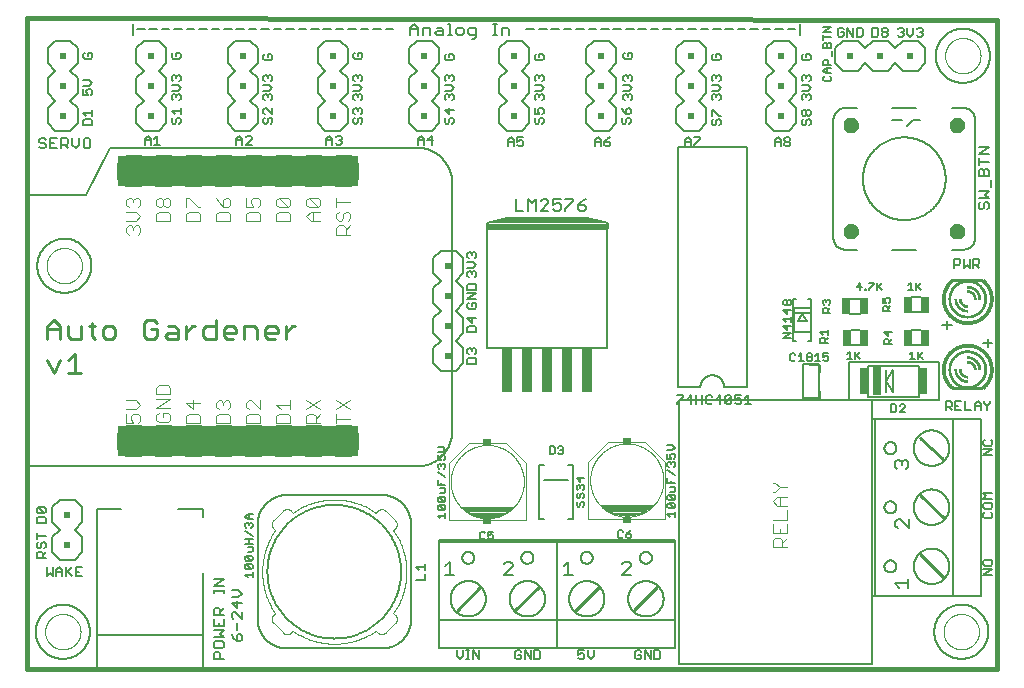
<source format=gto>
G75*
%MOIN*%
%OFA0B0*%
%FSLAX25Y25*%
%IPPOS*%
%LPD*%
%AMOC8*
5,1,8,0,0,1.08239X$1,22.5*
%
%ADD10C,0.01600*%
%ADD11C,0.00700*%
%ADD12C,0.00500*%
%ADD13C,0.01100*%
%ADD14C,0.00600*%
%ADD15R,0.80000X0.10000*%
%ADD16C,0.00400*%
%ADD17C,0.00800*%
%ADD18R,0.02000X0.02000*%
%ADD19R,0.02559X0.05512*%
%ADD20R,0.02559X0.08661*%
%ADD21R,0.02657X0.09646*%
%ADD22C,0.01000*%
%ADD23R,0.05512X0.00787*%
%ADD24C,0.00000*%
%ADD25C,0.00060*%
%ADD26C,0.00100*%
%ADD27C,0.02756*%
%ADD28R,0.02756X0.02362*%
%ADD29R,0.03800X0.08500*%
%ADD30R,0.03800X0.06600*%
%ADD31C,0.00200*%
D10*
X0034000Y0043800D02*
X0034000Y0260800D01*
X0357500Y0260300D01*
X0357500Y0043800D01*
X0034000Y0043800D01*
D11*
X0196989Y0196650D02*
X0199524Y0196650D01*
X0201132Y0196650D02*
X0201132Y0200453D01*
X0202400Y0199185D01*
X0203668Y0200453D01*
X0203668Y0196650D01*
X0205276Y0196650D02*
X0207811Y0199185D01*
X0207811Y0199819D01*
X0207177Y0200453D01*
X0205910Y0200453D01*
X0205276Y0199819D01*
X0205276Y0196650D02*
X0207811Y0196650D01*
X0209419Y0197284D02*
X0210053Y0196650D01*
X0211321Y0196650D01*
X0211955Y0197284D01*
X0211955Y0198552D01*
X0211321Y0199185D01*
X0210687Y0199185D01*
X0209419Y0198552D01*
X0209419Y0200453D01*
X0211955Y0200453D01*
X0213563Y0200453D02*
X0216098Y0200453D01*
X0216098Y0199819D01*
X0213563Y0197284D01*
X0213563Y0196650D01*
X0217706Y0197284D02*
X0218340Y0196650D01*
X0219608Y0196650D01*
X0220242Y0197284D01*
X0220242Y0197918D01*
X0219608Y0198552D01*
X0217706Y0198552D01*
X0217706Y0197284D01*
X0217706Y0198552D02*
X0218974Y0199819D01*
X0220242Y0200453D01*
X0196989Y0200453D02*
X0196989Y0196650D01*
X0194811Y0255150D02*
X0194811Y0257052D01*
X0194177Y0257685D01*
X0192275Y0257685D01*
X0192275Y0255150D01*
X0190780Y0255150D02*
X0189513Y0255150D01*
X0190147Y0255150D02*
X0190147Y0258953D01*
X0190780Y0258953D02*
X0189513Y0258953D01*
X0183761Y0257685D02*
X0183761Y0254516D01*
X0183127Y0253882D01*
X0182493Y0253882D01*
X0181859Y0255150D02*
X0183761Y0255150D01*
X0181859Y0255150D02*
X0181226Y0255784D01*
X0181226Y0257052D01*
X0181859Y0257685D01*
X0183761Y0257685D01*
X0179618Y0257052D02*
X0179618Y0255784D01*
X0178984Y0255150D01*
X0177716Y0255150D01*
X0177082Y0255784D01*
X0177082Y0257052D01*
X0177716Y0257685D01*
X0178984Y0257685D01*
X0179618Y0257052D01*
X0175587Y0255150D02*
X0174320Y0255150D01*
X0174954Y0255150D02*
X0174954Y0258953D01*
X0174320Y0258953D01*
X0172712Y0257052D02*
X0172712Y0255150D01*
X0170810Y0255150D01*
X0170176Y0255784D01*
X0170810Y0256418D01*
X0172712Y0256418D01*
X0172712Y0257052D02*
X0172078Y0257685D01*
X0170810Y0257685D01*
X0168568Y0257052D02*
X0168568Y0255150D01*
X0168568Y0257052D02*
X0167934Y0257685D01*
X0166033Y0257685D01*
X0166033Y0255150D01*
X0164425Y0255150D02*
X0164425Y0257685D01*
X0163157Y0258953D01*
X0161889Y0257685D01*
X0161889Y0255150D01*
X0161889Y0257052D02*
X0164425Y0257052D01*
X0156137Y0257052D02*
X0153602Y0257052D01*
X0151994Y0257052D02*
X0149458Y0257052D01*
X0147850Y0257052D02*
X0145315Y0257052D01*
X0143707Y0257052D02*
X0141171Y0257052D01*
X0139563Y0257052D02*
X0137028Y0257052D01*
X0135420Y0257052D02*
X0132884Y0257052D01*
X0131276Y0257052D02*
X0128741Y0257052D01*
X0127133Y0257052D02*
X0124597Y0257052D01*
X0122989Y0257052D02*
X0120454Y0257052D01*
X0118846Y0257052D02*
X0116310Y0257052D01*
X0114702Y0257052D02*
X0112167Y0257052D01*
X0110559Y0257052D02*
X0108023Y0257052D01*
X0106415Y0257052D02*
X0103880Y0257052D01*
X0102271Y0257052D02*
X0099736Y0257052D01*
X0098128Y0257052D02*
X0095592Y0257052D01*
X0093984Y0257052D02*
X0091449Y0257052D01*
X0089841Y0257052D02*
X0087305Y0257052D01*
X0085697Y0257052D02*
X0083162Y0257052D01*
X0081554Y0257052D02*
X0079018Y0257052D01*
X0077410Y0257052D02*
X0074875Y0257052D01*
X0073267Y0257052D02*
X0070731Y0257052D01*
X0069350Y0258953D02*
X0069350Y0255150D01*
X0200562Y0257052D02*
X0203098Y0257052D01*
X0204706Y0257052D02*
X0207241Y0257052D01*
X0208849Y0257052D02*
X0211385Y0257052D01*
X0212993Y0257052D02*
X0215528Y0257052D01*
X0217136Y0257052D02*
X0219672Y0257052D01*
X0221280Y0257052D02*
X0223815Y0257052D01*
X0225423Y0257052D02*
X0227959Y0257052D01*
X0229567Y0257052D02*
X0232102Y0257052D01*
X0233710Y0257052D02*
X0236246Y0257052D01*
X0237854Y0257052D02*
X0240389Y0257052D01*
X0241998Y0257052D02*
X0244533Y0257052D01*
X0246141Y0257052D02*
X0248677Y0257052D01*
X0250285Y0257052D02*
X0252820Y0257052D01*
X0254428Y0257052D02*
X0256964Y0257052D01*
X0258572Y0257052D02*
X0261107Y0257052D01*
X0262715Y0257052D02*
X0265251Y0257052D01*
X0266859Y0257052D02*
X0269394Y0257052D01*
X0271002Y0257052D02*
X0273538Y0257052D01*
X0275146Y0257052D02*
X0277681Y0257052D01*
X0279289Y0257052D02*
X0281825Y0257052D01*
X0283433Y0257052D02*
X0285968Y0257052D01*
X0287576Y0257052D02*
X0290112Y0257052D01*
X0291720Y0258953D02*
X0291720Y0255150D01*
D12*
X0292748Y0248829D02*
X0292247Y0248329D01*
X0292247Y0247328D01*
X0292748Y0246827D01*
X0294750Y0246827D01*
X0295250Y0247328D01*
X0295250Y0248329D01*
X0294750Y0248829D01*
X0293749Y0248829D01*
X0293749Y0247828D01*
X0299548Y0246526D02*
X0299965Y0246943D01*
X0300799Y0246943D01*
X0301216Y0246526D01*
X0301216Y0245275D01*
X0302050Y0245275D02*
X0299548Y0245275D01*
X0299548Y0246526D01*
X0300382Y0244180D02*
X0302050Y0244180D01*
X0300799Y0244180D02*
X0300799Y0242512D01*
X0300382Y0242512D02*
X0302050Y0242512D01*
X0301633Y0241418D02*
X0302050Y0241001D01*
X0302050Y0240167D01*
X0301633Y0239750D01*
X0299965Y0239750D01*
X0299548Y0240167D01*
X0299548Y0241001D01*
X0299965Y0241418D01*
X0300382Y0242512D02*
X0299548Y0243346D01*
X0300382Y0244180D01*
X0295250Y0241329D02*
X0295250Y0240328D01*
X0294750Y0239827D01*
X0294249Y0238606D02*
X0292247Y0238606D01*
X0292748Y0239827D02*
X0292247Y0240328D01*
X0292247Y0241329D01*
X0292748Y0241829D01*
X0293248Y0241829D01*
X0293749Y0241329D01*
X0294249Y0241829D01*
X0294750Y0241829D01*
X0295250Y0241329D01*
X0293749Y0241329D02*
X0293749Y0240828D01*
X0294249Y0238606D02*
X0295250Y0237605D01*
X0294249Y0236604D01*
X0292247Y0236604D01*
X0292748Y0235383D02*
X0293248Y0235383D01*
X0293749Y0234883D01*
X0294249Y0235383D01*
X0294750Y0235383D01*
X0295250Y0234883D01*
X0295250Y0233882D01*
X0294750Y0233382D01*
X0293749Y0234383D02*
X0293749Y0234883D01*
X0292748Y0235383D02*
X0292247Y0234883D01*
X0292247Y0233882D01*
X0292748Y0233382D01*
X0292748Y0230329D02*
X0293248Y0230329D01*
X0293749Y0229829D01*
X0293749Y0228828D01*
X0293248Y0228327D01*
X0292748Y0228327D01*
X0292247Y0228828D01*
X0292247Y0229829D01*
X0292748Y0230329D01*
X0293749Y0229829D02*
X0294249Y0230329D01*
X0294750Y0230329D01*
X0295250Y0229829D01*
X0295250Y0228828D01*
X0294750Y0228327D01*
X0294249Y0228327D01*
X0293749Y0228828D01*
X0294249Y0227106D02*
X0294750Y0227106D01*
X0295250Y0226606D01*
X0295250Y0225605D01*
X0294750Y0225105D01*
X0293749Y0225605D02*
X0293749Y0226606D01*
X0294249Y0227106D01*
X0292748Y0227106D02*
X0292247Y0226606D01*
X0292247Y0225605D01*
X0292748Y0225105D01*
X0293248Y0225105D01*
X0293749Y0225605D01*
X0288474Y0220552D02*
X0288474Y0220052D01*
X0287974Y0219551D01*
X0286973Y0219551D01*
X0286473Y0220052D01*
X0286473Y0220552D01*
X0286973Y0221053D01*
X0287974Y0221053D01*
X0288474Y0220552D01*
X0287974Y0219551D02*
X0288474Y0219051D01*
X0288474Y0218550D01*
X0287974Y0218050D01*
X0286973Y0218050D01*
X0286473Y0218550D01*
X0286473Y0219051D01*
X0286973Y0219551D01*
X0285252Y0219551D02*
X0283250Y0219551D01*
X0283250Y0220052D02*
X0284251Y0221053D01*
X0285252Y0220052D01*
X0285252Y0218050D01*
X0283250Y0218050D02*
X0283250Y0220052D01*
X0265250Y0225605D02*
X0264750Y0225105D01*
X0265250Y0225605D02*
X0265250Y0226606D01*
X0264750Y0227106D01*
X0264249Y0227106D01*
X0263749Y0226606D01*
X0263749Y0225605D01*
X0263248Y0225105D01*
X0262748Y0225105D01*
X0262247Y0225605D01*
X0262247Y0226606D01*
X0262748Y0227106D01*
X0262247Y0228327D02*
X0262247Y0230329D01*
X0262748Y0230329D01*
X0264750Y0228327D01*
X0265250Y0228327D01*
X0264750Y0233382D02*
X0265250Y0233882D01*
X0265250Y0234883D01*
X0264750Y0235383D01*
X0264249Y0235383D01*
X0263749Y0234883D01*
X0263749Y0234383D01*
X0263749Y0234883D02*
X0263248Y0235383D01*
X0262748Y0235383D01*
X0262247Y0234883D01*
X0262247Y0233882D01*
X0262748Y0233382D01*
X0262247Y0236604D02*
X0264249Y0236604D01*
X0265250Y0237605D01*
X0264249Y0238606D01*
X0262247Y0238606D01*
X0262748Y0239827D02*
X0262247Y0240328D01*
X0262247Y0241329D01*
X0262748Y0241829D01*
X0263248Y0241829D01*
X0263749Y0241329D01*
X0264249Y0241829D01*
X0264750Y0241829D01*
X0265250Y0241329D01*
X0265250Y0240328D01*
X0264750Y0239827D01*
X0263749Y0240828D02*
X0263749Y0241329D01*
X0262748Y0246827D02*
X0264750Y0246827D01*
X0265250Y0247328D01*
X0265250Y0248329D01*
X0264750Y0248829D01*
X0263749Y0248829D01*
X0263749Y0247828D01*
X0262748Y0246827D02*
X0262247Y0247328D01*
X0262247Y0248329D01*
X0262748Y0248829D01*
X0235750Y0248829D02*
X0235250Y0249329D01*
X0234249Y0249329D01*
X0234249Y0248328D01*
X0235250Y0247327D02*
X0235750Y0247828D01*
X0235750Y0248829D01*
X0235250Y0247327D02*
X0233248Y0247327D01*
X0232747Y0247828D01*
X0232747Y0248829D01*
X0233248Y0249329D01*
X0233248Y0241829D02*
X0232747Y0241329D01*
X0232747Y0240328D01*
X0233248Y0239827D01*
X0232747Y0238606D02*
X0234749Y0238606D01*
X0235750Y0237605D01*
X0234749Y0236604D01*
X0232747Y0236604D01*
X0233248Y0235383D02*
X0232747Y0234883D01*
X0232747Y0233882D01*
X0233248Y0233382D01*
X0234249Y0234383D02*
X0234249Y0234883D01*
X0234749Y0235383D01*
X0235250Y0235383D01*
X0235750Y0234883D01*
X0235750Y0233882D01*
X0235250Y0233382D01*
X0234249Y0234883D02*
X0233748Y0235383D01*
X0233248Y0235383D01*
X0235250Y0239827D02*
X0235750Y0240328D01*
X0235750Y0241329D01*
X0235250Y0241829D01*
X0234749Y0241829D01*
X0234249Y0241329D01*
X0234249Y0240828D01*
X0234249Y0241329D02*
X0233748Y0241829D01*
X0233248Y0241829D01*
X0232247Y0230829D02*
X0232748Y0229828D01*
X0233749Y0228827D01*
X0233749Y0230329D01*
X0234249Y0230829D01*
X0234750Y0230829D01*
X0235250Y0230329D01*
X0235250Y0229328D01*
X0234750Y0228827D01*
X0233749Y0228827D01*
X0234249Y0227606D02*
X0234750Y0227606D01*
X0235250Y0227106D01*
X0235250Y0226105D01*
X0234750Y0225605D01*
X0233749Y0226105D02*
X0233749Y0227106D01*
X0234249Y0227606D01*
X0232748Y0227606D02*
X0232247Y0227106D01*
X0232247Y0226105D01*
X0232748Y0225605D01*
X0233248Y0225605D01*
X0233749Y0226105D01*
X0228474Y0221053D02*
X0227474Y0220552D01*
X0226473Y0219551D01*
X0227974Y0219551D01*
X0228474Y0219051D01*
X0228474Y0218550D01*
X0227974Y0218050D01*
X0226973Y0218050D01*
X0226473Y0218550D01*
X0226473Y0219551D01*
X0225252Y0219551D02*
X0223250Y0219551D01*
X0223250Y0220052D02*
X0224251Y0221053D01*
X0225252Y0220052D01*
X0225252Y0218050D01*
X0223250Y0218050D02*
X0223250Y0220052D01*
X0206250Y0226105D02*
X0205750Y0225605D01*
X0206250Y0226105D02*
X0206250Y0227106D01*
X0205750Y0227606D01*
X0205249Y0227606D01*
X0204749Y0227106D01*
X0204749Y0226105D01*
X0204248Y0225605D01*
X0203748Y0225605D01*
X0203247Y0226105D01*
X0203247Y0227106D01*
X0203748Y0227606D01*
X0203247Y0228827D02*
X0204749Y0228827D01*
X0204248Y0229828D01*
X0204248Y0230329D01*
X0204749Y0230829D01*
X0205750Y0230829D01*
X0206250Y0230329D01*
X0206250Y0229328D01*
X0205750Y0228827D01*
X0203247Y0228827D02*
X0203247Y0230829D01*
X0203748Y0233382D02*
X0203247Y0233882D01*
X0203247Y0234883D01*
X0203748Y0235383D01*
X0204248Y0235383D01*
X0204749Y0234883D01*
X0205249Y0235383D01*
X0205750Y0235383D01*
X0206250Y0234883D01*
X0206250Y0233882D01*
X0205750Y0233382D01*
X0204749Y0234383D02*
X0204749Y0234883D01*
X0205249Y0236604D02*
X0206250Y0237605D01*
X0205249Y0238606D01*
X0203247Y0238606D01*
X0203748Y0239827D02*
X0203247Y0240328D01*
X0203247Y0241329D01*
X0203748Y0241829D01*
X0204248Y0241829D01*
X0204749Y0241329D01*
X0205249Y0241829D01*
X0205750Y0241829D01*
X0206250Y0241329D01*
X0206250Y0240328D01*
X0205750Y0239827D01*
X0204749Y0240828D02*
X0204749Y0241329D01*
X0205750Y0246827D02*
X0206250Y0247328D01*
X0206250Y0248329D01*
X0205750Y0248829D01*
X0204749Y0248829D01*
X0204749Y0247828D01*
X0203748Y0246827D02*
X0205750Y0246827D01*
X0203748Y0246827D02*
X0203247Y0247328D01*
X0203247Y0248329D01*
X0203748Y0248829D01*
X0203247Y0236604D02*
X0205249Y0236604D01*
X0199474Y0221053D02*
X0197473Y0221053D01*
X0197473Y0219551D01*
X0198474Y0220052D01*
X0198974Y0220052D01*
X0199474Y0219551D01*
X0199474Y0218550D01*
X0198974Y0218050D01*
X0197973Y0218050D01*
X0197473Y0218550D01*
X0196252Y0218050D02*
X0196252Y0220052D01*
X0195251Y0221053D01*
X0194250Y0220052D01*
X0194250Y0218050D01*
X0194250Y0219551D02*
X0196252Y0219551D01*
X0176250Y0226105D02*
X0175750Y0225605D01*
X0176250Y0226105D02*
X0176250Y0227106D01*
X0175750Y0227606D01*
X0175249Y0227606D01*
X0174749Y0227106D01*
X0174749Y0226105D01*
X0174248Y0225605D01*
X0173748Y0225605D01*
X0173247Y0226105D01*
X0173247Y0227106D01*
X0173748Y0227606D01*
X0174749Y0228827D02*
X0174749Y0230829D01*
X0176250Y0230329D02*
X0173247Y0230329D01*
X0174749Y0228827D01*
X0175750Y0233382D02*
X0176250Y0233882D01*
X0176250Y0234883D01*
X0175750Y0235383D01*
X0175249Y0235383D01*
X0174749Y0234883D01*
X0174749Y0234383D01*
X0174749Y0234883D02*
X0174248Y0235383D01*
X0173748Y0235383D01*
X0173247Y0234883D01*
X0173247Y0233882D01*
X0173748Y0233382D01*
X0173247Y0236604D02*
X0175249Y0236604D01*
X0176250Y0237605D01*
X0175249Y0238606D01*
X0173247Y0238606D01*
X0173748Y0239827D02*
X0173247Y0240328D01*
X0173247Y0241329D01*
X0173748Y0241829D01*
X0174248Y0241829D01*
X0174749Y0241329D01*
X0175249Y0241829D01*
X0175750Y0241829D01*
X0176250Y0241329D01*
X0176250Y0240328D01*
X0175750Y0239827D01*
X0174749Y0240828D02*
X0174749Y0241329D01*
X0175750Y0246827D02*
X0176250Y0247328D01*
X0176250Y0248329D01*
X0175750Y0248829D01*
X0174749Y0248829D01*
X0174749Y0247828D01*
X0173748Y0246827D02*
X0175750Y0246827D01*
X0173748Y0246827D02*
X0173247Y0247328D01*
X0173247Y0248329D01*
X0173748Y0248829D01*
X0145750Y0248829D02*
X0145250Y0249329D01*
X0144249Y0249329D01*
X0144249Y0248328D01*
X0145250Y0247327D02*
X0145750Y0247828D01*
X0145750Y0248829D01*
X0145250Y0247327D02*
X0143248Y0247327D01*
X0142747Y0247828D01*
X0142747Y0248829D01*
X0143248Y0249329D01*
X0143248Y0241829D02*
X0142747Y0241329D01*
X0142747Y0240328D01*
X0143248Y0239827D01*
X0142747Y0238606D02*
X0144749Y0238606D01*
X0145750Y0237605D01*
X0144749Y0236604D01*
X0142747Y0236604D01*
X0143248Y0235383D02*
X0142747Y0234883D01*
X0142747Y0233882D01*
X0143248Y0233382D01*
X0144249Y0234383D02*
X0144249Y0234883D01*
X0144749Y0235383D01*
X0145250Y0235383D01*
X0145750Y0234883D01*
X0145750Y0233882D01*
X0145250Y0233382D01*
X0144249Y0234883D02*
X0143748Y0235383D01*
X0143248Y0235383D01*
X0145250Y0239827D02*
X0145750Y0240328D01*
X0145750Y0241329D01*
X0145250Y0241829D01*
X0144749Y0241829D01*
X0144249Y0241329D01*
X0144249Y0240828D01*
X0144249Y0241329D02*
X0143748Y0241829D01*
X0143248Y0241829D01*
X0143248Y0230829D02*
X0142747Y0230329D01*
X0142747Y0229328D01*
X0143248Y0228827D01*
X0143248Y0227606D02*
X0142747Y0227106D01*
X0142747Y0226105D01*
X0143248Y0225605D01*
X0143748Y0225605D01*
X0144249Y0226105D01*
X0144249Y0227106D01*
X0144749Y0227606D01*
X0145250Y0227606D01*
X0145750Y0227106D01*
X0145750Y0226105D01*
X0145250Y0225605D01*
X0145250Y0228827D02*
X0145750Y0229328D01*
X0145750Y0230329D01*
X0145250Y0230829D01*
X0144749Y0230829D01*
X0144249Y0230329D01*
X0144249Y0229828D01*
X0144249Y0230329D02*
X0143748Y0230829D01*
X0143248Y0230829D01*
X0138474Y0221553D02*
X0138974Y0221052D01*
X0138974Y0220552D01*
X0138474Y0220051D01*
X0138974Y0219551D01*
X0138974Y0219050D01*
X0138474Y0218550D01*
X0137473Y0218550D01*
X0136973Y0219050D01*
X0135752Y0218550D02*
X0135752Y0220552D01*
X0134751Y0221553D01*
X0133750Y0220552D01*
X0133750Y0218550D01*
X0133750Y0220051D02*
X0135752Y0220051D01*
X0136973Y0221052D02*
X0137473Y0221553D01*
X0138474Y0221553D01*
X0138474Y0220051D02*
X0137974Y0220051D01*
X0115750Y0226105D02*
X0115250Y0225605D01*
X0115750Y0226105D02*
X0115750Y0227106D01*
X0115250Y0227606D01*
X0114749Y0227606D01*
X0114249Y0227106D01*
X0114249Y0226105D01*
X0113748Y0225605D01*
X0113248Y0225605D01*
X0112747Y0226105D01*
X0112747Y0227106D01*
X0113248Y0227606D01*
X0113248Y0228827D02*
X0112747Y0229328D01*
X0112747Y0230329D01*
X0113248Y0230829D01*
X0113748Y0230829D01*
X0115750Y0228827D01*
X0115750Y0230829D01*
X0115250Y0233382D02*
X0115750Y0233882D01*
X0115750Y0234883D01*
X0115250Y0235383D01*
X0114749Y0235383D01*
X0114249Y0234883D01*
X0114249Y0234383D01*
X0114249Y0234883D02*
X0113748Y0235383D01*
X0113248Y0235383D01*
X0112747Y0234883D01*
X0112747Y0233882D01*
X0113248Y0233382D01*
X0112747Y0236604D02*
X0114749Y0236604D01*
X0115750Y0237605D01*
X0114749Y0238606D01*
X0112747Y0238606D01*
X0113248Y0239827D02*
X0112747Y0240328D01*
X0112747Y0241329D01*
X0113248Y0241829D01*
X0113748Y0241829D01*
X0114249Y0241329D01*
X0114749Y0241829D01*
X0115250Y0241829D01*
X0115750Y0241329D01*
X0115750Y0240328D01*
X0115250Y0239827D01*
X0114249Y0240828D02*
X0114249Y0241329D01*
X0115250Y0246827D02*
X0115750Y0247328D01*
X0115750Y0248329D01*
X0115250Y0248829D01*
X0114249Y0248829D01*
X0114249Y0247828D01*
X0113248Y0246827D02*
X0115250Y0246827D01*
X0113248Y0246827D02*
X0112747Y0247328D01*
X0112747Y0248329D01*
X0113248Y0248829D01*
X0085250Y0248829D02*
X0084750Y0249329D01*
X0083749Y0249329D01*
X0083749Y0248328D01*
X0084750Y0247327D02*
X0085250Y0247828D01*
X0085250Y0248829D01*
X0084750Y0247327D02*
X0082748Y0247327D01*
X0082247Y0247828D01*
X0082247Y0248829D01*
X0082748Y0249329D01*
X0082748Y0241829D02*
X0082247Y0241329D01*
X0082247Y0240328D01*
X0082748Y0239827D01*
X0082247Y0238606D02*
X0084249Y0238606D01*
X0085250Y0237605D01*
X0084249Y0236604D01*
X0082247Y0236604D01*
X0082748Y0235383D02*
X0082247Y0234883D01*
X0082247Y0233882D01*
X0082748Y0233382D01*
X0083749Y0234383D02*
X0083749Y0234883D01*
X0084249Y0235383D01*
X0084750Y0235383D01*
X0085250Y0234883D01*
X0085250Y0233882D01*
X0084750Y0233382D01*
X0083749Y0234883D02*
X0083248Y0235383D01*
X0082748Y0235383D01*
X0084750Y0239827D02*
X0085250Y0240328D01*
X0085250Y0241329D01*
X0084750Y0241829D01*
X0084249Y0241829D01*
X0083749Y0241329D01*
X0083749Y0240828D01*
X0083749Y0241329D02*
X0083248Y0241829D01*
X0082748Y0241829D01*
X0085250Y0230829D02*
X0085250Y0228827D01*
X0085250Y0229828D02*
X0082247Y0229828D01*
X0083248Y0228827D01*
X0082748Y0227606D02*
X0082247Y0227106D01*
X0082247Y0226105D01*
X0082748Y0225605D01*
X0083248Y0225605D01*
X0083749Y0226105D01*
X0083749Y0227106D01*
X0084249Y0227606D01*
X0084750Y0227606D01*
X0085250Y0227106D01*
X0085250Y0226105D01*
X0084750Y0225605D01*
X0077474Y0221553D02*
X0077474Y0218550D01*
X0078474Y0218550D02*
X0076473Y0218550D01*
X0075252Y0218550D02*
X0075252Y0220552D01*
X0074251Y0221553D01*
X0073250Y0220552D01*
X0073250Y0218550D01*
X0073250Y0220051D02*
X0075252Y0220051D01*
X0076473Y0220552D02*
X0077474Y0221553D01*
X0061626Y0217674D02*
X0053752Y0201926D01*
X0034067Y0201926D01*
X0034067Y0111375D01*
X0163988Y0111375D01*
X0170972Y0111070D02*
X0170972Y0111904D01*
X0171389Y0112321D01*
X0171806Y0112321D01*
X0172223Y0111904D01*
X0172640Y0112321D01*
X0173057Y0112321D01*
X0173474Y0111904D01*
X0173474Y0111070D01*
X0173057Y0110653D01*
X0172223Y0111487D02*
X0172223Y0111904D01*
X0171389Y0110653D02*
X0170972Y0111070D01*
X0170972Y0109558D02*
X0173474Y0107890D01*
X0172223Y0105962D02*
X0172223Y0105128D01*
X0171806Y0104034D02*
X0173474Y0104034D01*
X0173474Y0102783D01*
X0173057Y0102366D01*
X0171806Y0102366D01*
X0171389Y0101271D02*
X0173057Y0099603D01*
X0173474Y0100020D01*
X0173474Y0100854D01*
X0173057Y0101271D01*
X0171389Y0101271D01*
X0170972Y0100854D01*
X0170972Y0100020D01*
X0171389Y0099603D01*
X0173057Y0099603D01*
X0173057Y0098509D02*
X0173474Y0098092D01*
X0173474Y0097258D01*
X0173057Y0096841D01*
X0171389Y0098509D01*
X0173057Y0098509D01*
X0171389Y0098509D02*
X0170972Y0098092D01*
X0170972Y0097258D01*
X0171389Y0096841D01*
X0173057Y0096841D01*
X0173474Y0095747D02*
X0173474Y0094079D01*
X0173474Y0094913D02*
X0170972Y0094913D01*
X0171806Y0094079D01*
X0170972Y0105128D02*
X0170972Y0106796D01*
X0170972Y0105128D02*
X0173474Y0105128D01*
X0173057Y0113415D02*
X0173474Y0113832D01*
X0173474Y0114666D01*
X0173057Y0115083D01*
X0172223Y0115083D01*
X0171806Y0114666D01*
X0171806Y0114249D01*
X0172223Y0113415D01*
X0170972Y0113415D01*
X0170972Y0115083D01*
X0170972Y0116177D02*
X0172640Y0116177D01*
X0173474Y0117011D01*
X0172640Y0117845D01*
X0170972Y0117845D01*
X0175799Y0123186D02*
X0175799Y0205863D01*
X0175796Y0206148D01*
X0175785Y0206434D01*
X0175768Y0206719D01*
X0175744Y0207003D01*
X0175713Y0207287D01*
X0175675Y0207570D01*
X0175630Y0207851D01*
X0175579Y0208132D01*
X0175521Y0208412D01*
X0175456Y0208690D01*
X0175384Y0208966D01*
X0175306Y0209240D01*
X0175221Y0209513D01*
X0175129Y0209783D01*
X0175031Y0210051D01*
X0174927Y0210317D01*
X0174816Y0210580D01*
X0174699Y0210840D01*
X0174576Y0211098D01*
X0174446Y0211352D01*
X0174310Y0211603D01*
X0174169Y0211851D01*
X0174021Y0212095D01*
X0173868Y0212336D01*
X0173708Y0212572D01*
X0173543Y0212805D01*
X0173373Y0213034D01*
X0173197Y0213259D01*
X0173015Y0213479D01*
X0172829Y0213695D01*
X0172637Y0213906D01*
X0172440Y0214113D01*
X0172238Y0214315D01*
X0172031Y0214512D01*
X0171820Y0214704D01*
X0171604Y0214890D01*
X0171384Y0215072D01*
X0171159Y0215248D01*
X0170930Y0215418D01*
X0170697Y0215583D01*
X0170461Y0215743D01*
X0170220Y0215896D01*
X0169976Y0216044D01*
X0169728Y0216185D01*
X0169477Y0216321D01*
X0169223Y0216451D01*
X0168965Y0216574D01*
X0168705Y0216691D01*
X0168442Y0216802D01*
X0168176Y0216906D01*
X0167908Y0217004D01*
X0167638Y0217096D01*
X0167365Y0217181D01*
X0167091Y0217259D01*
X0166815Y0217331D01*
X0166537Y0217396D01*
X0166257Y0217454D01*
X0165976Y0217505D01*
X0165695Y0217550D01*
X0165412Y0217588D01*
X0165128Y0217619D01*
X0164844Y0217643D01*
X0164559Y0217660D01*
X0164273Y0217671D01*
X0163988Y0217674D01*
X0061626Y0217674D01*
X0055750Y0225105D02*
X0055750Y0226606D01*
X0055250Y0227106D01*
X0053248Y0227106D01*
X0052747Y0226606D01*
X0052747Y0225105D01*
X0055750Y0225105D01*
X0055750Y0228327D02*
X0055750Y0230329D01*
X0055750Y0229328D02*
X0052747Y0229328D01*
X0053748Y0228327D01*
X0054249Y0235105D02*
X0053748Y0236105D01*
X0053748Y0236606D01*
X0054249Y0237106D01*
X0055250Y0237106D01*
X0055750Y0236606D01*
X0055750Y0235605D01*
X0055250Y0235105D01*
X0054249Y0235105D02*
X0052747Y0235105D01*
X0052747Y0237106D01*
X0052747Y0238327D02*
X0054749Y0238327D01*
X0055750Y0239328D01*
X0054749Y0240329D01*
X0052747Y0240329D01*
X0053248Y0247327D02*
X0055250Y0247327D01*
X0055750Y0247828D01*
X0055750Y0248829D01*
X0055250Y0249329D01*
X0054249Y0249329D01*
X0054249Y0248328D01*
X0053248Y0247327D02*
X0052747Y0247828D01*
X0052747Y0248829D01*
X0053248Y0249329D01*
X0103750Y0220552D02*
X0103750Y0218550D01*
X0103750Y0220051D02*
X0105752Y0220051D01*
X0105752Y0220552D02*
X0105752Y0218550D01*
X0106973Y0218550D02*
X0108974Y0220552D01*
X0108974Y0221052D01*
X0108474Y0221553D01*
X0107473Y0221553D01*
X0106973Y0221052D01*
X0105752Y0220552D02*
X0104751Y0221553D01*
X0103750Y0220552D01*
X0106973Y0218550D02*
X0108974Y0218550D01*
X0164250Y0218550D02*
X0164250Y0220552D01*
X0165251Y0221553D01*
X0166252Y0220552D01*
X0166252Y0218550D01*
X0166252Y0220051D02*
X0164250Y0220051D01*
X0167473Y0220051D02*
X0168974Y0221553D01*
X0168974Y0218550D01*
X0169474Y0220051D02*
X0167473Y0220051D01*
X0181248Y0182829D02*
X0181748Y0182829D01*
X0182249Y0182329D01*
X0182749Y0182829D01*
X0183250Y0182829D01*
X0183750Y0182329D01*
X0183750Y0181328D01*
X0183250Y0180827D01*
X0182749Y0179606D02*
X0180747Y0179606D01*
X0181248Y0180827D02*
X0180747Y0181328D01*
X0180747Y0182329D01*
X0181248Y0182829D01*
X0182249Y0182329D02*
X0182249Y0181828D01*
X0182749Y0179606D02*
X0183750Y0178605D01*
X0182749Y0177604D01*
X0180747Y0177604D01*
X0181248Y0176383D02*
X0181748Y0176383D01*
X0182249Y0175883D01*
X0182749Y0176383D01*
X0183250Y0176383D01*
X0183750Y0175883D01*
X0183750Y0174882D01*
X0183250Y0174382D01*
X0182249Y0175383D02*
X0182249Y0175883D01*
X0181248Y0176383D02*
X0180747Y0175883D01*
X0180747Y0174882D01*
X0181248Y0174382D01*
X0181248Y0172329D02*
X0180747Y0171829D01*
X0180747Y0170327D01*
X0183750Y0170327D01*
X0183750Y0171829D01*
X0183250Y0172329D01*
X0181248Y0172329D01*
X0180747Y0169106D02*
X0183750Y0169106D01*
X0180747Y0167104D01*
X0183750Y0167104D01*
X0183250Y0165883D02*
X0182249Y0165883D01*
X0182249Y0164883D01*
X0183250Y0165883D02*
X0183750Y0165383D01*
X0183750Y0164382D01*
X0183250Y0163882D01*
X0181248Y0163882D01*
X0180747Y0164382D01*
X0180747Y0165383D01*
X0181248Y0165883D01*
X0182249Y0161329D02*
X0182249Y0159327D01*
X0180747Y0160829D01*
X0183750Y0160829D01*
X0183250Y0158106D02*
X0181248Y0158106D01*
X0180747Y0157606D01*
X0180747Y0156105D01*
X0183750Y0156105D01*
X0183750Y0157606D01*
X0183250Y0158106D01*
X0183250Y0150829D02*
X0183750Y0150329D01*
X0183750Y0149328D01*
X0183250Y0148827D01*
X0183250Y0147606D02*
X0181248Y0147606D01*
X0180747Y0147106D01*
X0180747Y0145605D01*
X0183750Y0145605D01*
X0183750Y0147106D01*
X0183250Y0147606D01*
X0181248Y0148827D02*
X0180747Y0149328D01*
X0180747Y0150329D01*
X0181248Y0150829D01*
X0181748Y0150829D01*
X0182249Y0150329D01*
X0182749Y0150829D01*
X0183250Y0150829D01*
X0182249Y0150329D02*
X0182249Y0149828D01*
X0175799Y0123186D02*
X0175796Y0122901D01*
X0175785Y0122615D01*
X0175768Y0122330D01*
X0175744Y0122046D01*
X0175713Y0121762D01*
X0175675Y0121479D01*
X0175630Y0121198D01*
X0175579Y0120917D01*
X0175521Y0120637D01*
X0175456Y0120359D01*
X0175384Y0120083D01*
X0175306Y0119809D01*
X0175221Y0119536D01*
X0175129Y0119266D01*
X0175031Y0118998D01*
X0174927Y0118732D01*
X0174816Y0118469D01*
X0174699Y0118209D01*
X0174576Y0117951D01*
X0174446Y0117697D01*
X0174310Y0117446D01*
X0174169Y0117198D01*
X0174021Y0116954D01*
X0173868Y0116713D01*
X0173708Y0116477D01*
X0173543Y0116244D01*
X0173373Y0116015D01*
X0173197Y0115790D01*
X0173015Y0115570D01*
X0172829Y0115354D01*
X0172637Y0115143D01*
X0172440Y0114936D01*
X0172238Y0114734D01*
X0172031Y0114537D01*
X0171820Y0114345D01*
X0171604Y0114159D01*
X0171384Y0113977D01*
X0171159Y0113801D01*
X0170930Y0113631D01*
X0170697Y0113466D01*
X0170461Y0113306D01*
X0170220Y0113153D01*
X0169976Y0113005D01*
X0169728Y0112864D01*
X0169477Y0112728D01*
X0169223Y0112598D01*
X0168965Y0112475D01*
X0168705Y0112358D01*
X0168442Y0112247D01*
X0168176Y0112143D01*
X0167908Y0112045D01*
X0167638Y0111953D01*
X0167365Y0111868D01*
X0167091Y0111790D01*
X0166815Y0111718D01*
X0166537Y0111653D01*
X0166257Y0111595D01*
X0165976Y0111544D01*
X0165695Y0111499D01*
X0165412Y0111461D01*
X0165128Y0111430D01*
X0164844Y0111406D01*
X0164559Y0111389D01*
X0164273Y0111378D01*
X0163988Y0111375D01*
X0185532Y0089615D02*
X0185115Y0089198D01*
X0185115Y0087530D01*
X0185532Y0087113D01*
X0186366Y0087113D01*
X0186783Y0087530D01*
X0187877Y0087530D02*
X0188294Y0087113D01*
X0189128Y0087113D01*
X0189545Y0087530D01*
X0189545Y0088364D01*
X0189128Y0088781D01*
X0188711Y0088781D01*
X0187877Y0088364D01*
X0187877Y0089615D01*
X0189545Y0089615D01*
X0186783Y0089198D02*
X0186366Y0089615D01*
X0185532Y0089615D01*
X0193658Y0079554D02*
X0192907Y0078803D01*
X0193658Y0079554D02*
X0195159Y0079554D01*
X0195910Y0078803D01*
X0195910Y0078053D01*
X0192907Y0075050D01*
X0195910Y0075050D01*
X0212907Y0075050D02*
X0215910Y0075050D01*
X0214409Y0075050D02*
X0214409Y0079554D01*
X0212907Y0078053D01*
X0232407Y0078803D02*
X0233158Y0079554D01*
X0234659Y0079554D01*
X0235410Y0078803D01*
X0235410Y0078053D01*
X0232407Y0075050D01*
X0235410Y0075050D01*
X0235128Y0087613D02*
X0235545Y0088030D01*
X0235545Y0088447D01*
X0235128Y0088864D01*
X0233877Y0088864D01*
X0233877Y0088030D01*
X0234294Y0087613D01*
X0235128Y0087613D01*
X0233877Y0088864D02*
X0234711Y0089698D01*
X0235545Y0090115D01*
X0232783Y0089698D02*
X0232366Y0090115D01*
X0231532Y0090115D01*
X0231115Y0089698D01*
X0231115Y0088030D01*
X0231532Y0087613D01*
X0232366Y0087613D01*
X0232783Y0088030D01*
X0219750Y0098418D02*
X0219333Y0098001D01*
X0219750Y0098418D02*
X0219750Y0099252D01*
X0219333Y0099669D01*
X0218916Y0099669D01*
X0218499Y0099252D01*
X0218499Y0098418D01*
X0218082Y0098001D01*
X0217665Y0098001D01*
X0217248Y0098418D01*
X0217248Y0099252D01*
X0217665Y0099669D01*
X0217665Y0100763D02*
X0218082Y0100763D01*
X0218499Y0101180D01*
X0218499Y0102014D01*
X0218916Y0102431D01*
X0219333Y0102431D01*
X0219750Y0102014D01*
X0219750Y0101180D01*
X0219333Y0100763D01*
X0217665Y0100763D02*
X0217248Y0101180D01*
X0217248Y0102014D01*
X0217665Y0102431D01*
X0217665Y0103525D02*
X0217248Y0103942D01*
X0217248Y0104776D01*
X0217665Y0105193D01*
X0218082Y0105193D01*
X0218499Y0104776D01*
X0218916Y0105193D01*
X0219333Y0105193D01*
X0219750Y0104776D01*
X0219750Y0103942D01*
X0219333Y0103525D01*
X0218499Y0104359D02*
X0218499Y0104776D01*
X0218499Y0106288D02*
X0218499Y0107956D01*
X0219750Y0107539D02*
X0217248Y0107539D01*
X0218499Y0106288D01*
X0212263Y0115550D02*
X0211429Y0115550D01*
X0211012Y0115967D01*
X0209918Y0115967D02*
X0209918Y0117635D01*
X0209501Y0118052D01*
X0208250Y0118052D01*
X0208250Y0115550D01*
X0209501Y0115550D01*
X0209918Y0115967D01*
X0211012Y0117635D02*
X0211429Y0118052D01*
X0212263Y0118052D01*
X0212680Y0117635D01*
X0212680Y0117218D01*
X0212263Y0116801D01*
X0212680Y0116384D01*
X0212680Y0115967D01*
X0212263Y0115550D01*
X0212263Y0116801D02*
X0211846Y0116801D01*
X0247523Y0116759D02*
X0249192Y0116759D01*
X0250026Y0117593D01*
X0249192Y0118427D01*
X0247523Y0118427D01*
X0247523Y0115665D02*
X0247523Y0113997D01*
X0248775Y0113997D01*
X0248358Y0114831D01*
X0248358Y0115248D01*
X0248775Y0115665D01*
X0249609Y0115665D01*
X0250026Y0115248D01*
X0250026Y0114414D01*
X0249609Y0113997D01*
X0249609Y0112902D02*
X0250026Y0112485D01*
X0250026Y0111651D01*
X0249609Y0111234D01*
X0248775Y0112068D02*
X0248775Y0112485D01*
X0249192Y0112902D01*
X0249609Y0112902D01*
X0248775Y0112485D02*
X0248358Y0112902D01*
X0247940Y0112902D01*
X0247523Y0112485D01*
X0247523Y0111651D01*
X0247940Y0111234D01*
X0247523Y0110140D02*
X0250026Y0108472D01*
X0248775Y0106544D02*
X0248775Y0105710D01*
X0248358Y0104615D02*
X0250026Y0104615D01*
X0250026Y0103364D01*
X0249609Y0102947D01*
X0248358Y0102947D01*
X0247940Y0101853D02*
X0249609Y0101853D01*
X0250026Y0101436D01*
X0250026Y0100602D01*
X0249609Y0100185D01*
X0247940Y0101853D01*
X0247523Y0101436D01*
X0247523Y0100602D01*
X0247940Y0100185D01*
X0249609Y0100185D01*
X0249609Y0099091D02*
X0250026Y0098674D01*
X0250026Y0097840D01*
X0249609Y0097423D01*
X0247940Y0099091D01*
X0249609Y0099091D01*
X0249609Y0097423D02*
X0247940Y0097423D01*
X0247523Y0097840D01*
X0247523Y0098674D01*
X0247940Y0099091D01*
X0250026Y0096328D02*
X0250026Y0094660D01*
X0250026Y0095494D02*
X0247523Y0095494D01*
X0248358Y0094660D01*
X0247523Y0105710D02*
X0247523Y0107378D01*
X0247523Y0105710D02*
X0250026Y0105710D01*
X0250750Y0132050D02*
X0250750Y0132550D01*
X0252752Y0134552D01*
X0252752Y0135053D01*
X0250750Y0135053D01*
X0253973Y0133551D02*
X0255974Y0133551D01*
X0257195Y0133551D02*
X0259197Y0133551D01*
X0259197Y0132050D02*
X0259197Y0135053D01*
X0260418Y0134552D02*
X0260418Y0132550D01*
X0260919Y0132050D01*
X0261920Y0132050D01*
X0262420Y0132550D01*
X0263641Y0133551D02*
X0265142Y0135053D01*
X0265142Y0132050D01*
X0265643Y0133551D02*
X0263641Y0133551D01*
X0262420Y0134552D02*
X0261920Y0135053D01*
X0260919Y0135053D01*
X0260418Y0134552D01*
X0257195Y0135053D02*
X0257195Y0132050D01*
X0255474Y0132050D02*
X0255474Y0135053D01*
X0253973Y0133551D01*
X0266864Y0132550D02*
X0268865Y0134552D01*
X0268865Y0132550D01*
X0268365Y0132050D01*
X0267364Y0132050D01*
X0266864Y0132550D01*
X0266864Y0134552D01*
X0267364Y0135053D01*
X0268365Y0135053D01*
X0268865Y0134552D01*
X0270086Y0135053D02*
X0270086Y0133551D01*
X0271087Y0134052D01*
X0271588Y0134052D01*
X0272088Y0133551D01*
X0272088Y0132550D01*
X0271588Y0132050D01*
X0270587Y0132050D01*
X0270086Y0132550D01*
X0270086Y0135053D02*
X0272088Y0135053D01*
X0273309Y0134052D02*
X0274310Y0135053D01*
X0274310Y0132050D01*
X0273309Y0132050D02*
X0275311Y0132050D01*
X0288917Y0146550D02*
X0289751Y0146550D01*
X0290168Y0146967D01*
X0291262Y0146550D02*
X0292930Y0146550D01*
X0292096Y0146550D02*
X0292096Y0149052D01*
X0291262Y0148218D01*
X0290168Y0148635D02*
X0289751Y0149052D01*
X0288917Y0149052D01*
X0288500Y0148635D01*
X0288500Y0146967D01*
X0288917Y0146550D01*
X0294025Y0146967D02*
X0294025Y0147384D01*
X0294442Y0147801D01*
X0295276Y0147801D01*
X0295693Y0147384D01*
X0295693Y0146967D01*
X0295276Y0146550D01*
X0294442Y0146550D01*
X0294025Y0146967D01*
X0294442Y0147801D02*
X0294025Y0148218D01*
X0294025Y0148635D01*
X0294442Y0149052D01*
X0295276Y0149052D01*
X0295693Y0148635D01*
X0295693Y0148218D01*
X0295276Y0147801D01*
X0296787Y0148218D02*
X0297621Y0149052D01*
X0297621Y0146550D01*
X0296787Y0146550D02*
X0298455Y0146550D01*
X0299549Y0146967D02*
X0299966Y0146550D01*
X0300800Y0146550D01*
X0301217Y0146967D01*
X0301217Y0147801D01*
X0300800Y0148218D01*
X0300383Y0148218D01*
X0299549Y0147801D01*
X0299549Y0149052D01*
X0301217Y0149052D01*
X0300950Y0152550D02*
X0298448Y0152550D01*
X0298448Y0153801D01*
X0298865Y0154218D01*
X0299699Y0154218D01*
X0300116Y0153801D01*
X0300116Y0152550D01*
X0300116Y0153384D02*
X0300950Y0154218D01*
X0300950Y0155312D02*
X0300950Y0156980D01*
X0300950Y0156146D02*
X0298448Y0156146D01*
X0299282Y0155312D01*
X0295500Y0153300D02*
X0294500Y0153300D01*
X0295500Y0153300D02*
X0295500Y0167300D01*
X0294500Y0167300D01*
X0290500Y0167300D02*
X0289500Y0167300D01*
X0289500Y0153300D01*
X0290500Y0153300D01*
X0288687Y0154069D02*
X0286185Y0154069D01*
X0288687Y0155737D01*
X0286185Y0155737D01*
X0287436Y0156831D02*
X0287436Y0158499D01*
X0287019Y0159594D02*
X0286185Y0160428D01*
X0288687Y0160428D01*
X0288687Y0159594D02*
X0288687Y0161262D01*
X0287436Y0162356D02*
X0287436Y0164024D01*
X0287853Y0165118D02*
X0287436Y0165535D01*
X0287436Y0166369D01*
X0287853Y0166786D01*
X0288270Y0166786D01*
X0288687Y0166369D01*
X0288687Y0165535D01*
X0288270Y0165118D01*
X0287853Y0165118D01*
X0287436Y0165535D02*
X0287019Y0165118D01*
X0286602Y0165118D01*
X0286185Y0165535D01*
X0286185Y0166369D01*
X0286602Y0166786D01*
X0287019Y0166786D01*
X0287436Y0166369D01*
X0288687Y0163607D02*
X0286185Y0163607D01*
X0287436Y0162356D01*
X0288687Y0158082D02*
X0286185Y0158082D01*
X0287436Y0156831D01*
X0299248Y0162550D02*
X0299248Y0163801D01*
X0299665Y0164218D01*
X0300499Y0164218D01*
X0300916Y0163801D01*
X0300916Y0162550D01*
X0301750Y0162550D02*
X0299248Y0162550D01*
X0300916Y0163384D02*
X0301750Y0164218D01*
X0301333Y0165312D02*
X0301750Y0165729D01*
X0301750Y0166563D01*
X0301333Y0166980D01*
X0300916Y0166980D01*
X0300499Y0166563D01*
X0300499Y0166146D01*
X0300499Y0166563D02*
X0300082Y0166980D01*
X0299665Y0166980D01*
X0299248Y0166563D01*
X0299248Y0165729D01*
X0299665Y0165312D01*
X0310582Y0171301D02*
X0312250Y0171301D01*
X0311833Y0170050D02*
X0311833Y0172552D01*
X0310582Y0171301D01*
X0313344Y0170467D02*
X0313761Y0170467D01*
X0313761Y0170050D01*
X0313344Y0170050D01*
X0313344Y0170467D01*
X0314725Y0170467D02*
X0314725Y0170050D01*
X0314725Y0170467D02*
X0316393Y0172135D01*
X0316393Y0172552D01*
X0314725Y0172552D01*
X0317488Y0172552D02*
X0317488Y0170050D01*
X0317488Y0170884D02*
X0319156Y0172552D01*
X0317905Y0171301D02*
X0319156Y0170050D01*
X0319248Y0167480D02*
X0319248Y0165812D01*
X0320499Y0165812D01*
X0320082Y0166646D01*
X0320082Y0167063D01*
X0320499Y0167480D01*
X0321333Y0167480D01*
X0321750Y0167063D01*
X0321750Y0166229D01*
X0321333Y0165812D01*
X0321750Y0164718D02*
X0320916Y0163884D01*
X0320916Y0164301D02*
X0320916Y0163050D01*
X0321750Y0163050D02*
X0319248Y0163050D01*
X0319248Y0164301D01*
X0319665Y0164718D01*
X0320499Y0164718D01*
X0320916Y0164301D01*
X0327750Y0170050D02*
X0329418Y0170050D01*
X0328584Y0170050D02*
X0328584Y0172552D01*
X0327750Y0171718D01*
X0330512Y0170884D02*
X0332180Y0172552D01*
X0330512Y0172552D02*
X0330512Y0170050D01*
X0330929Y0171301D02*
X0332180Y0170050D01*
X0343082Y0177550D02*
X0343082Y0180553D01*
X0344583Y0180553D01*
X0345083Y0180052D01*
X0345083Y0179051D01*
X0344583Y0178551D01*
X0343082Y0178551D01*
X0346304Y0177550D02*
X0346304Y0180553D01*
X0348306Y0180553D02*
X0348306Y0177550D01*
X0347305Y0178551D01*
X0346304Y0177550D01*
X0349527Y0177550D02*
X0349527Y0180553D01*
X0351029Y0180553D01*
X0351529Y0180052D01*
X0351529Y0179051D01*
X0351029Y0178551D01*
X0349527Y0178551D01*
X0350528Y0178551D02*
X0351529Y0177550D01*
X0340700Y0160000D02*
X0340700Y0157100D01*
X0339200Y0158500D02*
X0342300Y0158500D01*
X0352700Y0152600D02*
X0355800Y0152600D01*
X0354300Y0154000D02*
X0354300Y0151100D01*
X0338024Y0146099D02*
X0338024Y0133501D01*
X0308083Y0133501D01*
X0308083Y0146099D01*
X0338024Y0146099D01*
X0332680Y0147050D02*
X0331429Y0148301D01*
X0331012Y0147884D02*
X0332680Y0149552D01*
X0331012Y0149552D02*
X0331012Y0147050D01*
X0329918Y0147050D02*
X0328250Y0147050D01*
X0329084Y0147050D02*
X0329084Y0149552D01*
X0328250Y0148718D01*
X0322250Y0152050D02*
X0319748Y0152050D01*
X0319748Y0153301D01*
X0320165Y0153718D01*
X0320999Y0153718D01*
X0321416Y0153301D01*
X0321416Y0152050D01*
X0321416Y0152884D02*
X0322250Y0153718D01*
X0320999Y0154812D02*
X0320999Y0156480D01*
X0322250Y0156063D02*
X0319748Y0156063D01*
X0320999Y0154812D01*
X0311880Y0149552D02*
X0310212Y0147884D01*
X0310629Y0148301D02*
X0311880Y0147050D01*
X0310212Y0147050D02*
X0310212Y0149552D01*
X0308284Y0149552D02*
X0308284Y0147050D01*
X0307450Y0147050D02*
X0309118Y0147050D01*
X0307450Y0148718D02*
X0308284Y0149552D01*
X0320250Y0143550D02*
X0320250Y0139800D01*
X0320250Y0136050D01*
X0322750Y0136050D02*
X0320250Y0139800D01*
X0322750Y0143550D01*
X0322750Y0136050D01*
X0322225Y0132052D02*
X0323476Y0132052D01*
X0323893Y0131635D01*
X0323893Y0129967D01*
X0323476Y0129550D01*
X0322225Y0129550D01*
X0322225Y0132052D01*
X0324988Y0131635D02*
X0325405Y0132052D01*
X0326239Y0132052D01*
X0326656Y0131635D01*
X0326656Y0131218D01*
X0324988Y0129550D01*
X0326656Y0129550D01*
X0340250Y0130050D02*
X0340250Y0133053D01*
X0341751Y0133053D01*
X0342252Y0132552D01*
X0342252Y0131551D01*
X0341751Y0131051D01*
X0340250Y0131051D01*
X0341251Y0131051D02*
X0342252Y0130050D01*
X0343473Y0130050D02*
X0345474Y0130050D01*
X0346695Y0130050D02*
X0346695Y0133053D01*
X0345474Y0133053D02*
X0343473Y0133053D01*
X0343473Y0130050D01*
X0343473Y0131551D02*
X0344474Y0131551D01*
X0346695Y0130050D02*
X0348697Y0130050D01*
X0349918Y0130050D02*
X0349918Y0132052D01*
X0350919Y0133053D01*
X0351920Y0132052D01*
X0351920Y0130050D01*
X0351920Y0131551D02*
X0349918Y0131551D01*
X0353141Y0132552D02*
X0354142Y0131551D01*
X0354142Y0130050D01*
X0354142Y0131551D02*
X0355143Y0132552D01*
X0355143Y0133053D01*
X0353141Y0133053D02*
X0353141Y0132552D01*
X0353248Y0120274D02*
X0352747Y0119774D01*
X0352747Y0118773D01*
X0353248Y0118273D01*
X0355250Y0118273D01*
X0355750Y0118773D01*
X0355750Y0119774D01*
X0355250Y0120274D01*
X0355750Y0117052D02*
X0352747Y0117052D01*
X0352747Y0115050D02*
X0355750Y0117052D01*
X0355750Y0115050D02*
X0352747Y0115050D01*
X0352747Y0102497D02*
X0355750Y0102497D01*
X0355750Y0100495D02*
X0352747Y0100495D01*
X0353748Y0101496D01*
X0352747Y0102497D01*
X0353248Y0099274D02*
X0352747Y0098774D01*
X0352747Y0097773D01*
X0353248Y0097273D01*
X0355250Y0097273D01*
X0355750Y0097773D01*
X0355750Y0098774D01*
X0355250Y0099274D01*
X0353248Y0099274D01*
X0353248Y0096052D02*
X0352747Y0095551D01*
X0352747Y0094550D01*
X0353248Y0094050D01*
X0355250Y0094050D01*
X0355750Y0094550D01*
X0355750Y0095551D01*
X0355250Y0096052D01*
X0355250Y0080274D02*
X0353248Y0080274D01*
X0352747Y0079774D01*
X0352747Y0078773D01*
X0353248Y0078273D01*
X0355250Y0078273D01*
X0355750Y0078773D01*
X0355750Y0079774D01*
X0355250Y0080274D01*
X0355750Y0077052D02*
X0352747Y0077052D01*
X0352747Y0075050D02*
X0355750Y0077052D01*
X0355750Y0075050D02*
X0352747Y0075050D01*
X0327829Y0073868D02*
X0327829Y0070865D01*
X0327829Y0072366D02*
X0323325Y0072366D01*
X0324826Y0070865D01*
X0324276Y0090765D02*
X0323525Y0091516D01*
X0323525Y0093017D01*
X0324276Y0093768D01*
X0325026Y0093768D01*
X0328029Y0090765D01*
X0328029Y0093768D01*
X0327078Y0110465D02*
X0327829Y0111216D01*
X0327829Y0112717D01*
X0327078Y0113468D01*
X0326327Y0113468D01*
X0325577Y0112717D01*
X0325577Y0111966D01*
X0325577Y0112717D02*
X0324826Y0113468D01*
X0324076Y0113468D01*
X0323325Y0112717D01*
X0323325Y0111216D01*
X0324076Y0110465D01*
X0245197Y0049552D02*
X0244697Y0050053D01*
X0243195Y0050053D01*
X0243195Y0047050D01*
X0244697Y0047050D01*
X0245197Y0047550D01*
X0245197Y0049552D01*
X0241974Y0050053D02*
X0241974Y0047050D01*
X0239973Y0050053D01*
X0239973Y0047050D01*
X0238752Y0047550D02*
X0238752Y0048551D01*
X0237751Y0048551D01*
X0238752Y0047550D02*
X0238251Y0047050D01*
X0237250Y0047050D01*
X0236750Y0047550D01*
X0236750Y0049552D01*
X0237250Y0050053D01*
X0238251Y0050053D01*
X0238752Y0049552D01*
X0222974Y0050053D02*
X0222974Y0048051D01*
X0221974Y0047050D01*
X0220973Y0048051D01*
X0220973Y0050053D01*
X0219752Y0050053D02*
X0217750Y0050053D01*
X0217750Y0048551D01*
X0218751Y0049052D01*
X0219251Y0049052D01*
X0219752Y0048551D01*
X0219752Y0047550D01*
X0219251Y0047050D01*
X0218250Y0047050D01*
X0217750Y0047550D01*
X0205197Y0047550D02*
X0205197Y0049552D01*
X0204697Y0050053D01*
X0203195Y0050053D01*
X0203195Y0047050D01*
X0204697Y0047050D01*
X0205197Y0047550D01*
X0201974Y0047050D02*
X0201974Y0050053D01*
X0199973Y0050053D02*
X0201974Y0047050D01*
X0199973Y0047050D02*
X0199973Y0050053D01*
X0198752Y0049552D02*
X0198251Y0050053D01*
X0197250Y0050053D01*
X0196750Y0049552D01*
X0196750Y0047550D01*
X0197250Y0047050D01*
X0198251Y0047050D01*
X0198752Y0047550D01*
X0198752Y0048551D01*
X0197751Y0048551D01*
X0184623Y0047050D02*
X0184623Y0050053D01*
X0182621Y0050053D02*
X0182621Y0047050D01*
X0181474Y0047050D02*
X0180473Y0047050D01*
X0180973Y0047050D02*
X0180973Y0050053D01*
X0180473Y0050053D02*
X0181474Y0050053D01*
X0182621Y0050053D02*
X0184623Y0047050D01*
X0179252Y0048051D02*
X0178251Y0047050D01*
X0177250Y0048051D01*
X0177250Y0050053D01*
X0179252Y0050053D02*
X0179252Y0048051D01*
X0166750Y0073605D02*
X0163747Y0073605D01*
X0166750Y0073605D02*
X0166750Y0075606D01*
X0166750Y0076827D02*
X0166750Y0078829D01*
X0166750Y0077828D02*
X0163747Y0077828D01*
X0164748Y0076827D01*
X0173407Y0078053D02*
X0174909Y0079554D01*
X0174909Y0075050D01*
X0176410Y0075050D02*
X0173407Y0075050D01*
X0109250Y0075285D02*
X0106748Y0075285D01*
X0107582Y0074451D01*
X0109250Y0074451D02*
X0109250Y0076119D01*
X0108833Y0077213D02*
X0107165Y0078882D01*
X0108833Y0078882D01*
X0109250Y0078465D01*
X0109250Y0077630D01*
X0108833Y0077213D01*
X0107165Y0077213D01*
X0106748Y0077630D01*
X0106748Y0078465D01*
X0107165Y0078882D01*
X0107165Y0079976D02*
X0106748Y0080393D01*
X0106748Y0081227D01*
X0107165Y0081644D01*
X0108833Y0079976D01*
X0109250Y0080393D01*
X0109250Y0081227D01*
X0108833Y0081644D01*
X0107165Y0081644D01*
X0107582Y0082738D02*
X0108833Y0082738D01*
X0109250Y0083155D01*
X0109250Y0084406D01*
X0107582Y0084406D01*
X0107999Y0085501D02*
X0107999Y0087169D01*
X0106748Y0087169D02*
X0109250Y0087169D01*
X0109250Y0088263D02*
X0106748Y0089931D01*
X0107165Y0091025D02*
X0106748Y0091442D01*
X0106748Y0092276D01*
X0107165Y0092693D01*
X0107582Y0092693D01*
X0107999Y0092276D01*
X0108416Y0092693D01*
X0108833Y0092693D01*
X0109250Y0092276D01*
X0109250Y0091442D01*
X0108833Y0091025D01*
X0107999Y0091859D02*
X0107999Y0092276D01*
X0107999Y0093788D02*
X0107999Y0095456D01*
X0107582Y0095456D02*
X0109250Y0095456D01*
X0107582Y0095456D02*
X0106748Y0094622D01*
X0107582Y0093788D01*
X0109250Y0093788D01*
X0109250Y0085501D02*
X0106748Y0085501D01*
X0107165Y0079976D02*
X0108833Y0079976D01*
X0052329Y0077853D02*
X0050327Y0077853D01*
X0050327Y0074850D01*
X0052329Y0074850D01*
X0051328Y0076351D02*
X0050327Y0076351D01*
X0049106Y0074850D02*
X0047605Y0076351D01*
X0047104Y0075851D02*
X0049106Y0077853D01*
X0047104Y0077853D02*
X0047104Y0074850D01*
X0045883Y0074850D02*
X0045883Y0076852D01*
X0044883Y0077853D01*
X0043882Y0076852D01*
X0043882Y0074850D01*
X0042661Y0074850D02*
X0042661Y0077853D01*
X0043882Y0076351D02*
X0045883Y0076351D01*
X0042661Y0074850D02*
X0041660Y0075851D01*
X0040659Y0074850D01*
X0040659Y0077853D01*
X0040250Y0080882D02*
X0037247Y0080882D01*
X0037247Y0082383D01*
X0037748Y0082883D01*
X0038749Y0082883D01*
X0039249Y0082383D01*
X0039249Y0080882D01*
X0039249Y0081883D02*
X0040250Y0082883D01*
X0039750Y0084104D02*
X0040250Y0084605D01*
X0040250Y0085606D01*
X0039750Y0086106D01*
X0039249Y0086106D01*
X0038749Y0085606D01*
X0038749Y0084605D01*
X0038248Y0084104D01*
X0037748Y0084104D01*
X0037247Y0084605D01*
X0037247Y0085606D01*
X0037748Y0086106D01*
X0037247Y0087327D02*
X0037247Y0089329D01*
X0037247Y0088328D02*
X0040250Y0088328D01*
X0040250Y0092605D02*
X0037247Y0092605D01*
X0037247Y0094106D01*
X0037748Y0094606D01*
X0039750Y0094606D01*
X0040250Y0094106D01*
X0040250Y0092605D01*
X0039750Y0095827D02*
X0037748Y0097829D01*
X0039750Y0097829D01*
X0040250Y0097329D01*
X0040250Y0096328D01*
X0039750Y0095827D01*
X0037748Y0095827D01*
X0037247Y0096328D01*
X0037247Y0097329D01*
X0037748Y0097829D01*
X0253250Y0218050D02*
X0253250Y0220052D01*
X0254251Y0221053D01*
X0255252Y0220052D01*
X0255252Y0218050D01*
X0256473Y0218050D02*
X0256473Y0218550D01*
X0258474Y0220552D01*
X0258474Y0221053D01*
X0256473Y0221053D01*
X0255252Y0219551D02*
X0253250Y0219551D01*
X0299548Y0250799D02*
X0299548Y0252050D01*
X0299965Y0252467D01*
X0300382Y0252467D01*
X0300799Y0252050D01*
X0300799Y0250799D01*
X0302050Y0250799D02*
X0302050Y0252050D01*
X0301633Y0252467D01*
X0301216Y0252467D01*
X0300799Y0252050D01*
X0302050Y0250799D02*
X0299548Y0250799D01*
X0299548Y0253562D02*
X0299548Y0255230D01*
X0299548Y0254396D02*
X0302050Y0254396D01*
X0302050Y0256324D02*
X0299548Y0256324D01*
X0302050Y0257992D01*
X0299548Y0257992D01*
X0304250Y0257052D02*
X0304250Y0255050D01*
X0304750Y0254550D01*
X0305751Y0254550D01*
X0306252Y0255050D01*
X0306252Y0256051D01*
X0305251Y0256051D01*
X0306252Y0257052D02*
X0305751Y0257553D01*
X0304750Y0257553D01*
X0304250Y0257052D01*
X0307473Y0257553D02*
X0307473Y0254550D01*
X0309474Y0254550D02*
X0307473Y0257553D01*
X0309474Y0257553D02*
X0309474Y0254550D01*
X0310695Y0254550D02*
X0312197Y0254550D01*
X0312697Y0255050D01*
X0312697Y0257052D01*
X0312197Y0257553D01*
X0310695Y0257553D01*
X0310695Y0254550D01*
X0315750Y0254550D02*
X0317251Y0254550D01*
X0317752Y0255050D01*
X0317752Y0257052D01*
X0317251Y0257553D01*
X0315750Y0257553D01*
X0315750Y0254550D01*
X0318973Y0255050D02*
X0318973Y0255551D01*
X0319473Y0256051D01*
X0320474Y0256051D01*
X0320974Y0255551D01*
X0320974Y0255050D01*
X0320474Y0254550D01*
X0319473Y0254550D01*
X0318973Y0255050D01*
X0319473Y0256051D02*
X0318973Y0256552D01*
X0318973Y0257052D01*
X0319473Y0257553D01*
X0320474Y0257553D01*
X0320974Y0257052D01*
X0320974Y0256552D01*
X0320474Y0256051D01*
X0324250Y0255050D02*
X0324750Y0254550D01*
X0325751Y0254550D01*
X0326252Y0255050D01*
X0326252Y0255551D01*
X0325751Y0256051D01*
X0325251Y0256051D01*
X0325751Y0256051D02*
X0326252Y0256552D01*
X0326252Y0257052D01*
X0325751Y0257553D01*
X0324750Y0257553D01*
X0324250Y0257052D01*
X0327473Y0257553D02*
X0327473Y0255551D01*
X0328474Y0254550D01*
X0329474Y0255551D01*
X0329474Y0257553D01*
X0330695Y0257052D02*
X0331196Y0257553D01*
X0332197Y0257553D01*
X0332697Y0257052D01*
X0332697Y0256552D01*
X0332197Y0256051D01*
X0332697Y0255551D01*
X0332697Y0255050D01*
X0332197Y0254550D01*
X0331196Y0254550D01*
X0330695Y0255050D01*
X0331696Y0256051D02*
X0332197Y0256051D01*
X0302467Y0249705D02*
X0302467Y0248037D01*
D13*
X0123498Y0158120D02*
X0122430Y0158120D01*
X0120295Y0155985D01*
X0120295Y0153850D02*
X0120295Y0158120D01*
X0117659Y0157053D02*
X0117659Y0155985D01*
X0113389Y0155985D01*
X0113389Y0154918D02*
X0113389Y0157053D01*
X0114457Y0158120D01*
X0116592Y0158120D01*
X0117659Y0157053D01*
X0116592Y0153850D02*
X0114457Y0153850D01*
X0113389Y0154918D01*
X0110754Y0153850D02*
X0110754Y0157053D01*
X0109686Y0158120D01*
X0106483Y0158120D01*
X0106483Y0153850D01*
X0103848Y0155985D02*
X0099577Y0155985D01*
X0099577Y0154918D02*
X0099577Y0157053D01*
X0100645Y0158120D01*
X0102780Y0158120D01*
X0103848Y0157053D01*
X0103848Y0155985D01*
X0102780Y0153850D02*
X0100645Y0153850D01*
X0099577Y0154918D01*
X0096942Y0153850D02*
X0093739Y0153850D01*
X0092671Y0154918D01*
X0092671Y0157053D01*
X0093739Y0158120D01*
X0096942Y0158120D01*
X0096942Y0160255D02*
X0096942Y0153850D01*
X0090119Y0158120D02*
X0089052Y0158120D01*
X0086916Y0155985D01*
X0086916Y0153850D02*
X0086916Y0158120D01*
X0084281Y0157053D02*
X0084281Y0153850D01*
X0081078Y0153850D01*
X0080011Y0154918D01*
X0081078Y0155985D01*
X0084281Y0155985D01*
X0084281Y0157053D02*
X0083213Y0158120D01*
X0081078Y0158120D01*
X0077375Y0157053D02*
X0075240Y0157053D01*
X0077375Y0157053D02*
X0077375Y0154918D01*
X0076307Y0153850D01*
X0074172Y0153850D01*
X0073105Y0154918D01*
X0073105Y0159188D01*
X0074172Y0160255D01*
X0076307Y0160255D01*
X0077375Y0159188D01*
X0063563Y0157053D02*
X0062496Y0158120D01*
X0060360Y0158120D01*
X0059293Y0157053D01*
X0059293Y0154918D01*
X0060360Y0153850D01*
X0062496Y0153850D01*
X0063563Y0154918D01*
X0063563Y0157053D01*
X0056824Y0158120D02*
X0054689Y0158120D01*
X0055757Y0159188D02*
X0055757Y0154918D01*
X0056824Y0153850D01*
X0052053Y0153850D02*
X0052053Y0158120D01*
X0047783Y0158120D02*
X0047783Y0154918D01*
X0048851Y0153850D01*
X0052053Y0153850D01*
X0049918Y0149005D02*
X0049918Y0142600D01*
X0047783Y0142600D02*
X0052053Y0142600D01*
X0047783Y0146870D02*
X0049918Y0149005D01*
X0045148Y0146870D02*
X0043012Y0142600D01*
X0040877Y0146870D01*
X0040877Y0153850D02*
X0040877Y0158120D01*
X0043012Y0160255D01*
X0045148Y0158120D01*
X0045148Y0153850D01*
X0045148Y0157053D02*
X0040877Y0157053D01*
D14*
X0037484Y0178300D02*
X0037487Y0178521D01*
X0037495Y0178742D01*
X0037508Y0178963D01*
X0037527Y0179184D01*
X0037552Y0179404D01*
X0037582Y0179623D01*
X0037617Y0179841D01*
X0037657Y0180059D01*
X0037703Y0180275D01*
X0037754Y0180491D01*
X0037811Y0180705D01*
X0037872Y0180917D01*
X0037939Y0181128D01*
X0038011Y0181337D01*
X0038088Y0181545D01*
X0038170Y0181750D01*
X0038257Y0181954D01*
X0038350Y0182155D01*
X0038447Y0182354D01*
X0038549Y0182550D01*
X0038655Y0182744D01*
X0038767Y0182935D01*
X0038883Y0183124D01*
X0039003Y0183309D01*
X0039129Y0183491D01*
X0039258Y0183671D01*
X0039392Y0183847D01*
X0039531Y0184020D01*
X0039673Y0184189D01*
X0039820Y0184355D01*
X0039970Y0184517D01*
X0040125Y0184675D01*
X0040283Y0184830D01*
X0040445Y0184980D01*
X0040611Y0185127D01*
X0040780Y0185269D01*
X0040953Y0185408D01*
X0041129Y0185542D01*
X0041309Y0185671D01*
X0041491Y0185797D01*
X0041676Y0185917D01*
X0041865Y0186033D01*
X0042056Y0186145D01*
X0042250Y0186251D01*
X0042446Y0186353D01*
X0042645Y0186450D01*
X0042846Y0186543D01*
X0043050Y0186630D01*
X0043255Y0186712D01*
X0043463Y0186789D01*
X0043672Y0186861D01*
X0043883Y0186928D01*
X0044095Y0186989D01*
X0044309Y0187046D01*
X0044525Y0187097D01*
X0044741Y0187143D01*
X0044959Y0187183D01*
X0045177Y0187218D01*
X0045396Y0187248D01*
X0045616Y0187273D01*
X0045837Y0187292D01*
X0046058Y0187305D01*
X0046279Y0187313D01*
X0046500Y0187316D01*
X0046721Y0187313D01*
X0046942Y0187305D01*
X0047163Y0187292D01*
X0047384Y0187273D01*
X0047604Y0187248D01*
X0047823Y0187218D01*
X0048041Y0187183D01*
X0048259Y0187143D01*
X0048475Y0187097D01*
X0048691Y0187046D01*
X0048905Y0186989D01*
X0049117Y0186928D01*
X0049328Y0186861D01*
X0049537Y0186789D01*
X0049745Y0186712D01*
X0049950Y0186630D01*
X0050154Y0186543D01*
X0050355Y0186450D01*
X0050554Y0186353D01*
X0050750Y0186251D01*
X0050944Y0186145D01*
X0051135Y0186033D01*
X0051324Y0185917D01*
X0051509Y0185797D01*
X0051691Y0185671D01*
X0051871Y0185542D01*
X0052047Y0185408D01*
X0052220Y0185269D01*
X0052389Y0185127D01*
X0052555Y0184980D01*
X0052717Y0184830D01*
X0052875Y0184675D01*
X0053030Y0184517D01*
X0053180Y0184355D01*
X0053327Y0184189D01*
X0053469Y0184020D01*
X0053608Y0183847D01*
X0053742Y0183671D01*
X0053871Y0183491D01*
X0053997Y0183309D01*
X0054117Y0183124D01*
X0054233Y0182935D01*
X0054345Y0182744D01*
X0054451Y0182550D01*
X0054553Y0182354D01*
X0054650Y0182155D01*
X0054743Y0181954D01*
X0054830Y0181750D01*
X0054912Y0181545D01*
X0054989Y0181337D01*
X0055061Y0181128D01*
X0055128Y0180917D01*
X0055189Y0180705D01*
X0055246Y0180491D01*
X0055297Y0180275D01*
X0055343Y0180059D01*
X0055383Y0179841D01*
X0055418Y0179623D01*
X0055448Y0179404D01*
X0055473Y0179184D01*
X0055492Y0178963D01*
X0055505Y0178742D01*
X0055513Y0178521D01*
X0055516Y0178300D01*
X0055513Y0178079D01*
X0055505Y0177858D01*
X0055492Y0177637D01*
X0055473Y0177416D01*
X0055448Y0177196D01*
X0055418Y0176977D01*
X0055383Y0176759D01*
X0055343Y0176541D01*
X0055297Y0176325D01*
X0055246Y0176109D01*
X0055189Y0175895D01*
X0055128Y0175683D01*
X0055061Y0175472D01*
X0054989Y0175263D01*
X0054912Y0175055D01*
X0054830Y0174850D01*
X0054743Y0174646D01*
X0054650Y0174445D01*
X0054553Y0174246D01*
X0054451Y0174050D01*
X0054345Y0173856D01*
X0054233Y0173665D01*
X0054117Y0173476D01*
X0053997Y0173291D01*
X0053871Y0173109D01*
X0053742Y0172929D01*
X0053608Y0172753D01*
X0053469Y0172580D01*
X0053327Y0172411D01*
X0053180Y0172245D01*
X0053030Y0172083D01*
X0052875Y0171925D01*
X0052717Y0171770D01*
X0052555Y0171620D01*
X0052389Y0171473D01*
X0052220Y0171331D01*
X0052047Y0171192D01*
X0051871Y0171058D01*
X0051691Y0170929D01*
X0051509Y0170803D01*
X0051324Y0170683D01*
X0051135Y0170567D01*
X0050944Y0170455D01*
X0050750Y0170349D01*
X0050554Y0170247D01*
X0050355Y0170150D01*
X0050154Y0170057D01*
X0049950Y0169970D01*
X0049745Y0169888D01*
X0049537Y0169811D01*
X0049328Y0169739D01*
X0049117Y0169672D01*
X0048905Y0169611D01*
X0048691Y0169554D01*
X0048475Y0169503D01*
X0048259Y0169457D01*
X0048041Y0169417D01*
X0047823Y0169382D01*
X0047604Y0169352D01*
X0047384Y0169327D01*
X0047163Y0169308D01*
X0046942Y0169295D01*
X0046721Y0169287D01*
X0046500Y0169284D01*
X0046279Y0169287D01*
X0046058Y0169295D01*
X0045837Y0169308D01*
X0045616Y0169327D01*
X0045396Y0169352D01*
X0045177Y0169382D01*
X0044959Y0169417D01*
X0044741Y0169457D01*
X0044525Y0169503D01*
X0044309Y0169554D01*
X0044095Y0169611D01*
X0043883Y0169672D01*
X0043672Y0169739D01*
X0043463Y0169811D01*
X0043255Y0169888D01*
X0043050Y0169970D01*
X0042846Y0170057D01*
X0042645Y0170150D01*
X0042446Y0170247D01*
X0042250Y0170349D01*
X0042056Y0170455D01*
X0041865Y0170567D01*
X0041676Y0170683D01*
X0041491Y0170803D01*
X0041309Y0170929D01*
X0041129Y0171058D01*
X0040953Y0171192D01*
X0040780Y0171331D01*
X0040611Y0171473D01*
X0040445Y0171620D01*
X0040283Y0171770D01*
X0040125Y0171925D01*
X0039970Y0172083D01*
X0039820Y0172245D01*
X0039673Y0172411D01*
X0039531Y0172580D01*
X0039392Y0172753D01*
X0039258Y0172929D01*
X0039129Y0173109D01*
X0039003Y0173291D01*
X0038883Y0173476D01*
X0038767Y0173665D01*
X0038655Y0173856D01*
X0038549Y0174050D01*
X0038447Y0174246D01*
X0038350Y0174445D01*
X0038257Y0174646D01*
X0038170Y0174850D01*
X0038088Y0175055D01*
X0038011Y0175263D01*
X0037939Y0175472D01*
X0037872Y0175683D01*
X0037811Y0175895D01*
X0037754Y0176109D01*
X0037703Y0176325D01*
X0037657Y0176541D01*
X0037617Y0176759D01*
X0037582Y0176977D01*
X0037552Y0177196D01*
X0037527Y0177416D01*
X0037508Y0177637D01*
X0037495Y0177858D01*
X0037487Y0178079D01*
X0037484Y0178300D01*
X0038751Y0217400D02*
X0038184Y0217967D01*
X0038751Y0217400D02*
X0039886Y0217400D01*
X0040453Y0217967D01*
X0040453Y0218534D01*
X0039886Y0219101D01*
X0038751Y0219101D01*
X0038184Y0219669D01*
X0038184Y0220236D01*
X0038751Y0220803D01*
X0039886Y0220803D01*
X0040453Y0220236D01*
X0041867Y0220803D02*
X0041867Y0217400D01*
X0044136Y0217400D01*
X0045551Y0217400D02*
X0045551Y0220803D01*
X0047252Y0220803D01*
X0047819Y0220236D01*
X0047819Y0219101D01*
X0047252Y0218534D01*
X0045551Y0218534D01*
X0046685Y0218534D02*
X0047819Y0217400D01*
X0049234Y0218534D02*
X0049234Y0220803D01*
X0051502Y0220803D02*
X0051502Y0218534D01*
X0050368Y0217400D01*
X0049234Y0218534D01*
X0052917Y0217967D02*
X0053484Y0217400D01*
X0054618Y0217400D01*
X0055185Y0217967D01*
X0055185Y0220236D01*
X0054618Y0220803D01*
X0053484Y0220803D01*
X0052917Y0220236D01*
X0052917Y0217967D01*
X0044136Y0220803D02*
X0041867Y0220803D01*
X0041867Y0219101D02*
X0043002Y0219101D01*
X0171358Y0087001D02*
X0171358Y0086202D01*
X0210657Y0086202D01*
X0210657Y0060202D01*
X0210657Y0050800D01*
X0171358Y0050800D01*
X0171358Y0060202D01*
X0171358Y0086202D01*
X0171358Y0087001D02*
X0210657Y0087001D01*
X0210657Y0086202D01*
X0210858Y0086202D02*
X0210858Y0087001D01*
X0250157Y0087001D01*
X0250157Y0086202D01*
X0250157Y0060202D01*
X0250157Y0050800D01*
X0210858Y0050800D01*
X0210858Y0060202D01*
X0210858Y0086202D01*
X0250157Y0086202D01*
X0238357Y0081000D02*
X0238359Y0081089D01*
X0238365Y0081178D01*
X0238375Y0081267D01*
X0238389Y0081355D01*
X0238406Y0081442D01*
X0238428Y0081528D01*
X0238454Y0081614D01*
X0238483Y0081698D01*
X0238516Y0081781D01*
X0238552Y0081862D01*
X0238593Y0081942D01*
X0238636Y0082019D01*
X0238683Y0082095D01*
X0238734Y0082168D01*
X0238787Y0082239D01*
X0238844Y0082308D01*
X0238904Y0082374D01*
X0238967Y0082438D01*
X0239032Y0082498D01*
X0239100Y0082556D01*
X0239171Y0082610D01*
X0239244Y0082661D01*
X0239319Y0082709D01*
X0239396Y0082754D01*
X0239475Y0082795D01*
X0239556Y0082832D01*
X0239638Y0082866D01*
X0239722Y0082897D01*
X0239807Y0082923D01*
X0239893Y0082946D01*
X0239980Y0082964D01*
X0240068Y0082979D01*
X0240157Y0082990D01*
X0240246Y0082997D01*
X0240335Y0083000D01*
X0240424Y0082999D01*
X0240513Y0082994D01*
X0240601Y0082985D01*
X0240690Y0082972D01*
X0240777Y0082955D01*
X0240864Y0082935D01*
X0240950Y0082910D01*
X0241034Y0082882D01*
X0241117Y0082850D01*
X0241199Y0082814D01*
X0241279Y0082775D01*
X0241357Y0082732D01*
X0241433Y0082686D01*
X0241507Y0082636D01*
X0241579Y0082583D01*
X0241648Y0082527D01*
X0241715Y0082468D01*
X0241779Y0082406D01*
X0241840Y0082342D01*
X0241899Y0082274D01*
X0241954Y0082204D01*
X0242006Y0082132D01*
X0242055Y0082057D01*
X0242100Y0081981D01*
X0242142Y0081902D01*
X0242180Y0081822D01*
X0242215Y0081740D01*
X0242246Y0081656D01*
X0242274Y0081571D01*
X0242297Y0081485D01*
X0242317Y0081398D01*
X0242333Y0081311D01*
X0242345Y0081222D01*
X0242353Y0081134D01*
X0242357Y0081045D01*
X0242357Y0080955D01*
X0242353Y0080866D01*
X0242345Y0080778D01*
X0242333Y0080689D01*
X0242317Y0080602D01*
X0242297Y0080515D01*
X0242274Y0080429D01*
X0242246Y0080344D01*
X0242215Y0080260D01*
X0242180Y0080178D01*
X0242142Y0080098D01*
X0242100Y0080019D01*
X0242055Y0079943D01*
X0242006Y0079868D01*
X0241954Y0079796D01*
X0241899Y0079726D01*
X0241840Y0079658D01*
X0241779Y0079594D01*
X0241715Y0079532D01*
X0241648Y0079473D01*
X0241579Y0079417D01*
X0241507Y0079364D01*
X0241433Y0079314D01*
X0241357Y0079268D01*
X0241279Y0079225D01*
X0241199Y0079186D01*
X0241117Y0079150D01*
X0241034Y0079118D01*
X0240950Y0079090D01*
X0240864Y0079065D01*
X0240777Y0079045D01*
X0240690Y0079028D01*
X0240601Y0079015D01*
X0240513Y0079006D01*
X0240424Y0079001D01*
X0240335Y0079000D01*
X0240246Y0079003D01*
X0240157Y0079010D01*
X0240068Y0079021D01*
X0239980Y0079036D01*
X0239893Y0079054D01*
X0239807Y0079077D01*
X0239722Y0079103D01*
X0239638Y0079134D01*
X0239556Y0079168D01*
X0239475Y0079205D01*
X0239396Y0079246D01*
X0239319Y0079291D01*
X0239244Y0079339D01*
X0239171Y0079390D01*
X0239100Y0079444D01*
X0239032Y0079502D01*
X0238967Y0079562D01*
X0238904Y0079626D01*
X0238844Y0079692D01*
X0238787Y0079761D01*
X0238734Y0079832D01*
X0238683Y0079905D01*
X0238636Y0079981D01*
X0238593Y0080058D01*
X0238552Y0080138D01*
X0238516Y0080219D01*
X0238483Y0080302D01*
X0238454Y0080386D01*
X0238428Y0080472D01*
X0238406Y0080558D01*
X0238389Y0080645D01*
X0238375Y0080733D01*
X0238365Y0080822D01*
X0238359Y0080911D01*
X0238357Y0081000D01*
X0234457Y0067300D02*
X0234459Y0067453D01*
X0234465Y0067606D01*
X0234475Y0067759D01*
X0234489Y0067912D01*
X0234507Y0068064D01*
X0234528Y0068215D01*
X0234554Y0068366D01*
X0234584Y0068517D01*
X0234617Y0068666D01*
X0234655Y0068815D01*
X0234696Y0068962D01*
X0234741Y0069109D01*
X0234790Y0069254D01*
X0234842Y0069398D01*
X0234899Y0069540D01*
X0234959Y0069681D01*
X0235022Y0069820D01*
X0235090Y0069958D01*
X0235160Y0070094D01*
X0235235Y0070228D01*
X0235312Y0070360D01*
X0235394Y0070490D01*
X0235478Y0070618D01*
X0235566Y0070743D01*
X0235657Y0070866D01*
X0235751Y0070987D01*
X0235848Y0071105D01*
X0235949Y0071221D01*
X0236052Y0071334D01*
X0236158Y0071445D01*
X0236267Y0071552D01*
X0236379Y0071657D01*
X0236493Y0071759D01*
X0236610Y0071858D01*
X0236730Y0071953D01*
X0236852Y0072046D01*
X0236976Y0072135D01*
X0237103Y0072222D01*
X0237232Y0072304D01*
X0237363Y0072384D01*
X0237496Y0072460D01*
X0237631Y0072532D01*
X0237768Y0072601D01*
X0237906Y0072667D01*
X0238046Y0072729D01*
X0238188Y0072787D01*
X0238331Y0072841D01*
X0238476Y0072892D01*
X0238621Y0072939D01*
X0238768Y0072982D01*
X0238916Y0073021D01*
X0239065Y0073057D01*
X0239215Y0073088D01*
X0239366Y0073116D01*
X0239517Y0073140D01*
X0239669Y0073160D01*
X0239822Y0073176D01*
X0239974Y0073188D01*
X0240127Y0073196D01*
X0240280Y0073200D01*
X0240434Y0073200D01*
X0240587Y0073196D01*
X0240740Y0073188D01*
X0240892Y0073176D01*
X0241045Y0073160D01*
X0241197Y0073140D01*
X0241348Y0073116D01*
X0241499Y0073088D01*
X0241649Y0073057D01*
X0241798Y0073021D01*
X0241946Y0072982D01*
X0242093Y0072939D01*
X0242238Y0072892D01*
X0242383Y0072841D01*
X0242526Y0072787D01*
X0242668Y0072729D01*
X0242808Y0072667D01*
X0242946Y0072601D01*
X0243083Y0072532D01*
X0243218Y0072460D01*
X0243351Y0072384D01*
X0243482Y0072304D01*
X0243611Y0072222D01*
X0243738Y0072135D01*
X0243862Y0072046D01*
X0243984Y0071953D01*
X0244104Y0071858D01*
X0244221Y0071759D01*
X0244335Y0071657D01*
X0244447Y0071552D01*
X0244556Y0071445D01*
X0244662Y0071334D01*
X0244765Y0071221D01*
X0244866Y0071105D01*
X0244963Y0070987D01*
X0245057Y0070866D01*
X0245148Y0070743D01*
X0245236Y0070618D01*
X0245320Y0070490D01*
X0245402Y0070360D01*
X0245479Y0070228D01*
X0245554Y0070094D01*
X0245624Y0069958D01*
X0245692Y0069820D01*
X0245755Y0069681D01*
X0245815Y0069540D01*
X0245872Y0069398D01*
X0245924Y0069254D01*
X0245973Y0069109D01*
X0246018Y0068962D01*
X0246059Y0068815D01*
X0246097Y0068666D01*
X0246130Y0068517D01*
X0246160Y0068366D01*
X0246186Y0068215D01*
X0246207Y0068064D01*
X0246225Y0067912D01*
X0246239Y0067759D01*
X0246249Y0067606D01*
X0246255Y0067453D01*
X0246257Y0067300D01*
X0246255Y0067147D01*
X0246249Y0066994D01*
X0246239Y0066841D01*
X0246225Y0066688D01*
X0246207Y0066536D01*
X0246186Y0066385D01*
X0246160Y0066234D01*
X0246130Y0066083D01*
X0246097Y0065934D01*
X0246059Y0065785D01*
X0246018Y0065638D01*
X0245973Y0065491D01*
X0245924Y0065346D01*
X0245872Y0065202D01*
X0245815Y0065060D01*
X0245755Y0064919D01*
X0245692Y0064780D01*
X0245624Y0064642D01*
X0245554Y0064506D01*
X0245479Y0064372D01*
X0245402Y0064240D01*
X0245320Y0064110D01*
X0245236Y0063982D01*
X0245148Y0063857D01*
X0245057Y0063734D01*
X0244963Y0063613D01*
X0244866Y0063495D01*
X0244765Y0063379D01*
X0244662Y0063266D01*
X0244556Y0063155D01*
X0244447Y0063048D01*
X0244335Y0062943D01*
X0244221Y0062841D01*
X0244104Y0062742D01*
X0243984Y0062647D01*
X0243862Y0062554D01*
X0243738Y0062465D01*
X0243611Y0062378D01*
X0243482Y0062296D01*
X0243351Y0062216D01*
X0243218Y0062140D01*
X0243083Y0062068D01*
X0242946Y0061999D01*
X0242808Y0061933D01*
X0242668Y0061871D01*
X0242526Y0061813D01*
X0242383Y0061759D01*
X0242238Y0061708D01*
X0242093Y0061661D01*
X0241946Y0061618D01*
X0241798Y0061579D01*
X0241649Y0061543D01*
X0241499Y0061512D01*
X0241348Y0061484D01*
X0241197Y0061460D01*
X0241045Y0061440D01*
X0240892Y0061424D01*
X0240740Y0061412D01*
X0240587Y0061404D01*
X0240434Y0061400D01*
X0240280Y0061400D01*
X0240127Y0061404D01*
X0239974Y0061412D01*
X0239822Y0061424D01*
X0239669Y0061440D01*
X0239517Y0061460D01*
X0239366Y0061484D01*
X0239215Y0061512D01*
X0239065Y0061543D01*
X0238916Y0061579D01*
X0238768Y0061618D01*
X0238621Y0061661D01*
X0238476Y0061708D01*
X0238331Y0061759D01*
X0238188Y0061813D01*
X0238046Y0061871D01*
X0237906Y0061933D01*
X0237768Y0061999D01*
X0237631Y0062068D01*
X0237496Y0062140D01*
X0237363Y0062216D01*
X0237232Y0062296D01*
X0237103Y0062378D01*
X0236976Y0062465D01*
X0236852Y0062554D01*
X0236730Y0062647D01*
X0236610Y0062742D01*
X0236493Y0062841D01*
X0236379Y0062943D01*
X0236267Y0063048D01*
X0236158Y0063155D01*
X0236052Y0063266D01*
X0235949Y0063379D01*
X0235848Y0063495D01*
X0235751Y0063613D01*
X0235657Y0063734D01*
X0235566Y0063857D01*
X0235478Y0063982D01*
X0235394Y0064110D01*
X0235312Y0064240D01*
X0235235Y0064372D01*
X0235160Y0064506D01*
X0235090Y0064642D01*
X0235022Y0064780D01*
X0234959Y0064919D01*
X0234899Y0065060D01*
X0234842Y0065202D01*
X0234790Y0065346D01*
X0234741Y0065491D01*
X0234696Y0065638D01*
X0234655Y0065785D01*
X0234617Y0065934D01*
X0234584Y0066083D01*
X0234554Y0066234D01*
X0234528Y0066385D01*
X0234507Y0066536D01*
X0234489Y0066688D01*
X0234475Y0066841D01*
X0234465Y0066994D01*
X0234459Y0067147D01*
X0234457Y0067300D01*
X0236858Y0060202D02*
X0243858Y0060202D01*
X0250157Y0060202D01*
X0236858Y0060202D02*
X0224157Y0060202D01*
X0217157Y0060202D01*
X0210858Y0060202D01*
X0210657Y0060202D02*
X0204358Y0060202D01*
X0197358Y0060202D01*
X0184657Y0060202D01*
X0177657Y0060202D01*
X0171358Y0060202D01*
X0175257Y0067300D02*
X0175259Y0067453D01*
X0175265Y0067606D01*
X0175275Y0067759D01*
X0175289Y0067912D01*
X0175307Y0068064D01*
X0175328Y0068215D01*
X0175354Y0068366D01*
X0175384Y0068517D01*
X0175417Y0068666D01*
X0175455Y0068815D01*
X0175496Y0068962D01*
X0175541Y0069109D01*
X0175590Y0069254D01*
X0175642Y0069398D01*
X0175699Y0069540D01*
X0175759Y0069681D01*
X0175822Y0069820D01*
X0175890Y0069958D01*
X0175960Y0070094D01*
X0176035Y0070228D01*
X0176112Y0070360D01*
X0176194Y0070490D01*
X0176278Y0070618D01*
X0176366Y0070743D01*
X0176457Y0070866D01*
X0176551Y0070987D01*
X0176648Y0071105D01*
X0176749Y0071221D01*
X0176852Y0071334D01*
X0176958Y0071445D01*
X0177067Y0071552D01*
X0177179Y0071657D01*
X0177293Y0071759D01*
X0177410Y0071858D01*
X0177530Y0071953D01*
X0177652Y0072046D01*
X0177776Y0072135D01*
X0177903Y0072222D01*
X0178032Y0072304D01*
X0178163Y0072384D01*
X0178296Y0072460D01*
X0178431Y0072532D01*
X0178568Y0072601D01*
X0178706Y0072667D01*
X0178846Y0072729D01*
X0178988Y0072787D01*
X0179131Y0072841D01*
X0179276Y0072892D01*
X0179421Y0072939D01*
X0179568Y0072982D01*
X0179716Y0073021D01*
X0179865Y0073057D01*
X0180015Y0073088D01*
X0180166Y0073116D01*
X0180317Y0073140D01*
X0180469Y0073160D01*
X0180622Y0073176D01*
X0180774Y0073188D01*
X0180927Y0073196D01*
X0181080Y0073200D01*
X0181234Y0073200D01*
X0181387Y0073196D01*
X0181540Y0073188D01*
X0181692Y0073176D01*
X0181845Y0073160D01*
X0181997Y0073140D01*
X0182148Y0073116D01*
X0182299Y0073088D01*
X0182449Y0073057D01*
X0182598Y0073021D01*
X0182746Y0072982D01*
X0182893Y0072939D01*
X0183038Y0072892D01*
X0183183Y0072841D01*
X0183326Y0072787D01*
X0183468Y0072729D01*
X0183608Y0072667D01*
X0183746Y0072601D01*
X0183883Y0072532D01*
X0184018Y0072460D01*
X0184151Y0072384D01*
X0184282Y0072304D01*
X0184411Y0072222D01*
X0184538Y0072135D01*
X0184662Y0072046D01*
X0184784Y0071953D01*
X0184904Y0071858D01*
X0185021Y0071759D01*
X0185135Y0071657D01*
X0185247Y0071552D01*
X0185356Y0071445D01*
X0185462Y0071334D01*
X0185565Y0071221D01*
X0185666Y0071105D01*
X0185763Y0070987D01*
X0185857Y0070866D01*
X0185948Y0070743D01*
X0186036Y0070618D01*
X0186120Y0070490D01*
X0186202Y0070360D01*
X0186279Y0070228D01*
X0186354Y0070094D01*
X0186424Y0069958D01*
X0186492Y0069820D01*
X0186555Y0069681D01*
X0186615Y0069540D01*
X0186672Y0069398D01*
X0186724Y0069254D01*
X0186773Y0069109D01*
X0186818Y0068962D01*
X0186859Y0068815D01*
X0186897Y0068666D01*
X0186930Y0068517D01*
X0186960Y0068366D01*
X0186986Y0068215D01*
X0187007Y0068064D01*
X0187025Y0067912D01*
X0187039Y0067759D01*
X0187049Y0067606D01*
X0187055Y0067453D01*
X0187057Y0067300D01*
X0187055Y0067147D01*
X0187049Y0066994D01*
X0187039Y0066841D01*
X0187025Y0066688D01*
X0187007Y0066536D01*
X0186986Y0066385D01*
X0186960Y0066234D01*
X0186930Y0066083D01*
X0186897Y0065934D01*
X0186859Y0065785D01*
X0186818Y0065638D01*
X0186773Y0065491D01*
X0186724Y0065346D01*
X0186672Y0065202D01*
X0186615Y0065060D01*
X0186555Y0064919D01*
X0186492Y0064780D01*
X0186424Y0064642D01*
X0186354Y0064506D01*
X0186279Y0064372D01*
X0186202Y0064240D01*
X0186120Y0064110D01*
X0186036Y0063982D01*
X0185948Y0063857D01*
X0185857Y0063734D01*
X0185763Y0063613D01*
X0185666Y0063495D01*
X0185565Y0063379D01*
X0185462Y0063266D01*
X0185356Y0063155D01*
X0185247Y0063048D01*
X0185135Y0062943D01*
X0185021Y0062841D01*
X0184904Y0062742D01*
X0184784Y0062647D01*
X0184662Y0062554D01*
X0184538Y0062465D01*
X0184411Y0062378D01*
X0184282Y0062296D01*
X0184151Y0062216D01*
X0184018Y0062140D01*
X0183883Y0062068D01*
X0183746Y0061999D01*
X0183608Y0061933D01*
X0183468Y0061871D01*
X0183326Y0061813D01*
X0183183Y0061759D01*
X0183038Y0061708D01*
X0182893Y0061661D01*
X0182746Y0061618D01*
X0182598Y0061579D01*
X0182449Y0061543D01*
X0182299Y0061512D01*
X0182148Y0061484D01*
X0181997Y0061460D01*
X0181845Y0061440D01*
X0181692Y0061424D01*
X0181540Y0061412D01*
X0181387Y0061404D01*
X0181234Y0061400D01*
X0181080Y0061400D01*
X0180927Y0061404D01*
X0180774Y0061412D01*
X0180622Y0061424D01*
X0180469Y0061440D01*
X0180317Y0061460D01*
X0180166Y0061484D01*
X0180015Y0061512D01*
X0179865Y0061543D01*
X0179716Y0061579D01*
X0179568Y0061618D01*
X0179421Y0061661D01*
X0179276Y0061708D01*
X0179131Y0061759D01*
X0178988Y0061813D01*
X0178846Y0061871D01*
X0178706Y0061933D01*
X0178568Y0061999D01*
X0178431Y0062068D01*
X0178296Y0062140D01*
X0178163Y0062216D01*
X0178032Y0062296D01*
X0177903Y0062378D01*
X0177776Y0062465D01*
X0177652Y0062554D01*
X0177530Y0062647D01*
X0177410Y0062742D01*
X0177293Y0062841D01*
X0177179Y0062943D01*
X0177067Y0063048D01*
X0176958Y0063155D01*
X0176852Y0063266D01*
X0176749Y0063379D01*
X0176648Y0063495D01*
X0176551Y0063613D01*
X0176457Y0063734D01*
X0176366Y0063857D01*
X0176278Y0063982D01*
X0176194Y0064110D01*
X0176112Y0064240D01*
X0176035Y0064372D01*
X0175960Y0064506D01*
X0175890Y0064642D01*
X0175822Y0064780D01*
X0175759Y0064919D01*
X0175699Y0065060D01*
X0175642Y0065202D01*
X0175590Y0065346D01*
X0175541Y0065491D01*
X0175496Y0065638D01*
X0175455Y0065785D01*
X0175417Y0065934D01*
X0175384Y0066083D01*
X0175354Y0066234D01*
X0175328Y0066385D01*
X0175307Y0066536D01*
X0175289Y0066688D01*
X0175275Y0066841D01*
X0175265Y0066994D01*
X0175259Y0067147D01*
X0175257Y0067300D01*
X0179157Y0081000D02*
X0179159Y0081089D01*
X0179165Y0081178D01*
X0179175Y0081267D01*
X0179189Y0081355D01*
X0179206Y0081442D01*
X0179228Y0081528D01*
X0179254Y0081614D01*
X0179283Y0081698D01*
X0179316Y0081781D01*
X0179352Y0081862D01*
X0179393Y0081942D01*
X0179436Y0082019D01*
X0179483Y0082095D01*
X0179534Y0082168D01*
X0179587Y0082239D01*
X0179644Y0082308D01*
X0179704Y0082374D01*
X0179767Y0082438D01*
X0179832Y0082498D01*
X0179900Y0082556D01*
X0179971Y0082610D01*
X0180044Y0082661D01*
X0180119Y0082709D01*
X0180196Y0082754D01*
X0180275Y0082795D01*
X0180356Y0082832D01*
X0180438Y0082866D01*
X0180522Y0082897D01*
X0180607Y0082923D01*
X0180693Y0082946D01*
X0180780Y0082964D01*
X0180868Y0082979D01*
X0180957Y0082990D01*
X0181046Y0082997D01*
X0181135Y0083000D01*
X0181224Y0082999D01*
X0181313Y0082994D01*
X0181401Y0082985D01*
X0181490Y0082972D01*
X0181577Y0082955D01*
X0181664Y0082935D01*
X0181750Y0082910D01*
X0181834Y0082882D01*
X0181917Y0082850D01*
X0181999Y0082814D01*
X0182079Y0082775D01*
X0182157Y0082732D01*
X0182233Y0082686D01*
X0182307Y0082636D01*
X0182379Y0082583D01*
X0182448Y0082527D01*
X0182515Y0082468D01*
X0182579Y0082406D01*
X0182640Y0082342D01*
X0182699Y0082274D01*
X0182754Y0082204D01*
X0182806Y0082132D01*
X0182855Y0082057D01*
X0182900Y0081981D01*
X0182942Y0081902D01*
X0182980Y0081822D01*
X0183015Y0081740D01*
X0183046Y0081656D01*
X0183074Y0081571D01*
X0183097Y0081485D01*
X0183117Y0081398D01*
X0183133Y0081311D01*
X0183145Y0081222D01*
X0183153Y0081134D01*
X0183157Y0081045D01*
X0183157Y0080955D01*
X0183153Y0080866D01*
X0183145Y0080778D01*
X0183133Y0080689D01*
X0183117Y0080602D01*
X0183097Y0080515D01*
X0183074Y0080429D01*
X0183046Y0080344D01*
X0183015Y0080260D01*
X0182980Y0080178D01*
X0182942Y0080098D01*
X0182900Y0080019D01*
X0182855Y0079943D01*
X0182806Y0079868D01*
X0182754Y0079796D01*
X0182699Y0079726D01*
X0182640Y0079658D01*
X0182579Y0079594D01*
X0182515Y0079532D01*
X0182448Y0079473D01*
X0182379Y0079417D01*
X0182307Y0079364D01*
X0182233Y0079314D01*
X0182157Y0079268D01*
X0182079Y0079225D01*
X0181999Y0079186D01*
X0181917Y0079150D01*
X0181834Y0079118D01*
X0181750Y0079090D01*
X0181664Y0079065D01*
X0181577Y0079045D01*
X0181490Y0079028D01*
X0181401Y0079015D01*
X0181313Y0079006D01*
X0181224Y0079001D01*
X0181135Y0079000D01*
X0181046Y0079003D01*
X0180957Y0079010D01*
X0180868Y0079021D01*
X0180780Y0079036D01*
X0180693Y0079054D01*
X0180607Y0079077D01*
X0180522Y0079103D01*
X0180438Y0079134D01*
X0180356Y0079168D01*
X0180275Y0079205D01*
X0180196Y0079246D01*
X0180119Y0079291D01*
X0180044Y0079339D01*
X0179971Y0079390D01*
X0179900Y0079444D01*
X0179832Y0079502D01*
X0179767Y0079562D01*
X0179704Y0079626D01*
X0179644Y0079692D01*
X0179587Y0079761D01*
X0179534Y0079832D01*
X0179483Y0079905D01*
X0179436Y0079981D01*
X0179393Y0080058D01*
X0179352Y0080138D01*
X0179316Y0080219D01*
X0179283Y0080302D01*
X0179254Y0080386D01*
X0179228Y0080472D01*
X0179206Y0080558D01*
X0179189Y0080645D01*
X0179175Y0080733D01*
X0179165Y0080822D01*
X0179159Y0080911D01*
X0179157Y0081000D01*
X0198857Y0081000D02*
X0198859Y0081089D01*
X0198865Y0081178D01*
X0198875Y0081267D01*
X0198889Y0081355D01*
X0198906Y0081442D01*
X0198928Y0081528D01*
X0198954Y0081614D01*
X0198983Y0081698D01*
X0199016Y0081781D01*
X0199052Y0081862D01*
X0199093Y0081942D01*
X0199136Y0082019D01*
X0199183Y0082095D01*
X0199234Y0082168D01*
X0199287Y0082239D01*
X0199344Y0082308D01*
X0199404Y0082374D01*
X0199467Y0082438D01*
X0199532Y0082498D01*
X0199600Y0082556D01*
X0199671Y0082610D01*
X0199744Y0082661D01*
X0199819Y0082709D01*
X0199896Y0082754D01*
X0199975Y0082795D01*
X0200056Y0082832D01*
X0200138Y0082866D01*
X0200222Y0082897D01*
X0200307Y0082923D01*
X0200393Y0082946D01*
X0200480Y0082964D01*
X0200568Y0082979D01*
X0200657Y0082990D01*
X0200746Y0082997D01*
X0200835Y0083000D01*
X0200924Y0082999D01*
X0201013Y0082994D01*
X0201101Y0082985D01*
X0201190Y0082972D01*
X0201277Y0082955D01*
X0201364Y0082935D01*
X0201450Y0082910D01*
X0201534Y0082882D01*
X0201617Y0082850D01*
X0201699Y0082814D01*
X0201779Y0082775D01*
X0201857Y0082732D01*
X0201933Y0082686D01*
X0202007Y0082636D01*
X0202079Y0082583D01*
X0202148Y0082527D01*
X0202215Y0082468D01*
X0202279Y0082406D01*
X0202340Y0082342D01*
X0202399Y0082274D01*
X0202454Y0082204D01*
X0202506Y0082132D01*
X0202555Y0082057D01*
X0202600Y0081981D01*
X0202642Y0081902D01*
X0202680Y0081822D01*
X0202715Y0081740D01*
X0202746Y0081656D01*
X0202774Y0081571D01*
X0202797Y0081485D01*
X0202817Y0081398D01*
X0202833Y0081311D01*
X0202845Y0081222D01*
X0202853Y0081134D01*
X0202857Y0081045D01*
X0202857Y0080955D01*
X0202853Y0080866D01*
X0202845Y0080778D01*
X0202833Y0080689D01*
X0202817Y0080602D01*
X0202797Y0080515D01*
X0202774Y0080429D01*
X0202746Y0080344D01*
X0202715Y0080260D01*
X0202680Y0080178D01*
X0202642Y0080098D01*
X0202600Y0080019D01*
X0202555Y0079943D01*
X0202506Y0079868D01*
X0202454Y0079796D01*
X0202399Y0079726D01*
X0202340Y0079658D01*
X0202279Y0079594D01*
X0202215Y0079532D01*
X0202148Y0079473D01*
X0202079Y0079417D01*
X0202007Y0079364D01*
X0201933Y0079314D01*
X0201857Y0079268D01*
X0201779Y0079225D01*
X0201699Y0079186D01*
X0201617Y0079150D01*
X0201534Y0079118D01*
X0201450Y0079090D01*
X0201364Y0079065D01*
X0201277Y0079045D01*
X0201190Y0079028D01*
X0201101Y0079015D01*
X0201013Y0079006D01*
X0200924Y0079001D01*
X0200835Y0079000D01*
X0200746Y0079003D01*
X0200657Y0079010D01*
X0200568Y0079021D01*
X0200480Y0079036D01*
X0200393Y0079054D01*
X0200307Y0079077D01*
X0200222Y0079103D01*
X0200138Y0079134D01*
X0200056Y0079168D01*
X0199975Y0079205D01*
X0199896Y0079246D01*
X0199819Y0079291D01*
X0199744Y0079339D01*
X0199671Y0079390D01*
X0199600Y0079444D01*
X0199532Y0079502D01*
X0199467Y0079562D01*
X0199404Y0079626D01*
X0199344Y0079692D01*
X0199287Y0079761D01*
X0199234Y0079832D01*
X0199183Y0079905D01*
X0199136Y0079981D01*
X0199093Y0080058D01*
X0199052Y0080138D01*
X0199016Y0080219D01*
X0198983Y0080302D01*
X0198954Y0080386D01*
X0198928Y0080472D01*
X0198906Y0080558D01*
X0198889Y0080645D01*
X0198875Y0080733D01*
X0198865Y0080822D01*
X0198859Y0080911D01*
X0198857Y0081000D01*
X0194957Y0067300D02*
X0194959Y0067453D01*
X0194965Y0067606D01*
X0194975Y0067759D01*
X0194989Y0067912D01*
X0195007Y0068064D01*
X0195028Y0068215D01*
X0195054Y0068366D01*
X0195084Y0068517D01*
X0195117Y0068666D01*
X0195155Y0068815D01*
X0195196Y0068962D01*
X0195241Y0069109D01*
X0195290Y0069254D01*
X0195342Y0069398D01*
X0195399Y0069540D01*
X0195459Y0069681D01*
X0195522Y0069820D01*
X0195590Y0069958D01*
X0195660Y0070094D01*
X0195735Y0070228D01*
X0195812Y0070360D01*
X0195894Y0070490D01*
X0195978Y0070618D01*
X0196066Y0070743D01*
X0196157Y0070866D01*
X0196251Y0070987D01*
X0196348Y0071105D01*
X0196449Y0071221D01*
X0196552Y0071334D01*
X0196658Y0071445D01*
X0196767Y0071552D01*
X0196879Y0071657D01*
X0196993Y0071759D01*
X0197110Y0071858D01*
X0197230Y0071953D01*
X0197352Y0072046D01*
X0197476Y0072135D01*
X0197603Y0072222D01*
X0197732Y0072304D01*
X0197863Y0072384D01*
X0197996Y0072460D01*
X0198131Y0072532D01*
X0198268Y0072601D01*
X0198406Y0072667D01*
X0198546Y0072729D01*
X0198688Y0072787D01*
X0198831Y0072841D01*
X0198976Y0072892D01*
X0199121Y0072939D01*
X0199268Y0072982D01*
X0199416Y0073021D01*
X0199565Y0073057D01*
X0199715Y0073088D01*
X0199866Y0073116D01*
X0200017Y0073140D01*
X0200169Y0073160D01*
X0200322Y0073176D01*
X0200474Y0073188D01*
X0200627Y0073196D01*
X0200780Y0073200D01*
X0200934Y0073200D01*
X0201087Y0073196D01*
X0201240Y0073188D01*
X0201392Y0073176D01*
X0201545Y0073160D01*
X0201697Y0073140D01*
X0201848Y0073116D01*
X0201999Y0073088D01*
X0202149Y0073057D01*
X0202298Y0073021D01*
X0202446Y0072982D01*
X0202593Y0072939D01*
X0202738Y0072892D01*
X0202883Y0072841D01*
X0203026Y0072787D01*
X0203168Y0072729D01*
X0203308Y0072667D01*
X0203446Y0072601D01*
X0203583Y0072532D01*
X0203718Y0072460D01*
X0203851Y0072384D01*
X0203982Y0072304D01*
X0204111Y0072222D01*
X0204238Y0072135D01*
X0204362Y0072046D01*
X0204484Y0071953D01*
X0204604Y0071858D01*
X0204721Y0071759D01*
X0204835Y0071657D01*
X0204947Y0071552D01*
X0205056Y0071445D01*
X0205162Y0071334D01*
X0205265Y0071221D01*
X0205366Y0071105D01*
X0205463Y0070987D01*
X0205557Y0070866D01*
X0205648Y0070743D01*
X0205736Y0070618D01*
X0205820Y0070490D01*
X0205902Y0070360D01*
X0205979Y0070228D01*
X0206054Y0070094D01*
X0206124Y0069958D01*
X0206192Y0069820D01*
X0206255Y0069681D01*
X0206315Y0069540D01*
X0206372Y0069398D01*
X0206424Y0069254D01*
X0206473Y0069109D01*
X0206518Y0068962D01*
X0206559Y0068815D01*
X0206597Y0068666D01*
X0206630Y0068517D01*
X0206660Y0068366D01*
X0206686Y0068215D01*
X0206707Y0068064D01*
X0206725Y0067912D01*
X0206739Y0067759D01*
X0206749Y0067606D01*
X0206755Y0067453D01*
X0206757Y0067300D01*
X0206755Y0067147D01*
X0206749Y0066994D01*
X0206739Y0066841D01*
X0206725Y0066688D01*
X0206707Y0066536D01*
X0206686Y0066385D01*
X0206660Y0066234D01*
X0206630Y0066083D01*
X0206597Y0065934D01*
X0206559Y0065785D01*
X0206518Y0065638D01*
X0206473Y0065491D01*
X0206424Y0065346D01*
X0206372Y0065202D01*
X0206315Y0065060D01*
X0206255Y0064919D01*
X0206192Y0064780D01*
X0206124Y0064642D01*
X0206054Y0064506D01*
X0205979Y0064372D01*
X0205902Y0064240D01*
X0205820Y0064110D01*
X0205736Y0063982D01*
X0205648Y0063857D01*
X0205557Y0063734D01*
X0205463Y0063613D01*
X0205366Y0063495D01*
X0205265Y0063379D01*
X0205162Y0063266D01*
X0205056Y0063155D01*
X0204947Y0063048D01*
X0204835Y0062943D01*
X0204721Y0062841D01*
X0204604Y0062742D01*
X0204484Y0062647D01*
X0204362Y0062554D01*
X0204238Y0062465D01*
X0204111Y0062378D01*
X0203982Y0062296D01*
X0203851Y0062216D01*
X0203718Y0062140D01*
X0203583Y0062068D01*
X0203446Y0061999D01*
X0203308Y0061933D01*
X0203168Y0061871D01*
X0203026Y0061813D01*
X0202883Y0061759D01*
X0202738Y0061708D01*
X0202593Y0061661D01*
X0202446Y0061618D01*
X0202298Y0061579D01*
X0202149Y0061543D01*
X0201999Y0061512D01*
X0201848Y0061484D01*
X0201697Y0061460D01*
X0201545Y0061440D01*
X0201392Y0061424D01*
X0201240Y0061412D01*
X0201087Y0061404D01*
X0200934Y0061400D01*
X0200780Y0061400D01*
X0200627Y0061404D01*
X0200474Y0061412D01*
X0200322Y0061424D01*
X0200169Y0061440D01*
X0200017Y0061460D01*
X0199866Y0061484D01*
X0199715Y0061512D01*
X0199565Y0061543D01*
X0199416Y0061579D01*
X0199268Y0061618D01*
X0199121Y0061661D01*
X0198976Y0061708D01*
X0198831Y0061759D01*
X0198688Y0061813D01*
X0198546Y0061871D01*
X0198406Y0061933D01*
X0198268Y0061999D01*
X0198131Y0062068D01*
X0197996Y0062140D01*
X0197863Y0062216D01*
X0197732Y0062296D01*
X0197603Y0062378D01*
X0197476Y0062465D01*
X0197352Y0062554D01*
X0197230Y0062647D01*
X0197110Y0062742D01*
X0196993Y0062841D01*
X0196879Y0062943D01*
X0196767Y0063048D01*
X0196658Y0063155D01*
X0196552Y0063266D01*
X0196449Y0063379D01*
X0196348Y0063495D01*
X0196251Y0063613D01*
X0196157Y0063734D01*
X0196066Y0063857D01*
X0195978Y0063982D01*
X0195894Y0064110D01*
X0195812Y0064240D01*
X0195735Y0064372D01*
X0195660Y0064506D01*
X0195590Y0064642D01*
X0195522Y0064780D01*
X0195459Y0064919D01*
X0195399Y0065060D01*
X0195342Y0065202D01*
X0195290Y0065346D01*
X0195241Y0065491D01*
X0195196Y0065638D01*
X0195155Y0065785D01*
X0195117Y0065934D01*
X0195084Y0066083D01*
X0195054Y0066234D01*
X0195028Y0066385D01*
X0195007Y0066536D01*
X0194989Y0066688D01*
X0194975Y0066841D01*
X0194965Y0066994D01*
X0194959Y0067147D01*
X0194957Y0067300D01*
X0214757Y0067300D02*
X0214759Y0067453D01*
X0214765Y0067606D01*
X0214775Y0067759D01*
X0214789Y0067912D01*
X0214807Y0068064D01*
X0214828Y0068215D01*
X0214854Y0068366D01*
X0214884Y0068517D01*
X0214917Y0068666D01*
X0214955Y0068815D01*
X0214996Y0068962D01*
X0215041Y0069109D01*
X0215090Y0069254D01*
X0215142Y0069398D01*
X0215199Y0069540D01*
X0215259Y0069681D01*
X0215322Y0069820D01*
X0215390Y0069958D01*
X0215460Y0070094D01*
X0215535Y0070228D01*
X0215612Y0070360D01*
X0215694Y0070490D01*
X0215778Y0070618D01*
X0215866Y0070743D01*
X0215957Y0070866D01*
X0216051Y0070987D01*
X0216148Y0071105D01*
X0216249Y0071221D01*
X0216352Y0071334D01*
X0216458Y0071445D01*
X0216567Y0071552D01*
X0216679Y0071657D01*
X0216793Y0071759D01*
X0216910Y0071858D01*
X0217030Y0071953D01*
X0217152Y0072046D01*
X0217276Y0072135D01*
X0217403Y0072222D01*
X0217532Y0072304D01*
X0217663Y0072384D01*
X0217796Y0072460D01*
X0217931Y0072532D01*
X0218068Y0072601D01*
X0218206Y0072667D01*
X0218346Y0072729D01*
X0218488Y0072787D01*
X0218631Y0072841D01*
X0218776Y0072892D01*
X0218921Y0072939D01*
X0219068Y0072982D01*
X0219216Y0073021D01*
X0219365Y0073057D01*
X0219515Y0073088D01*
X0219666Y0073116D01*
X0219817Y0073140D01*
X0219969Y0073160D01*
X0220122Y0073176D01*
X0220274Y0073188D01*
X0220427Y0073196D01*
X0220580Y0073200D01*
X0220734Y0073200D01*
X0220887Y0073196D01*
X0221040Y0073188D01*
X0221192Y0073176D01*
X0221345Y0073160D01*
X0221497Y0073140D01*
X0221648Y0073116D01*
X0221799Y0073088D01*
X0221949Y0073057D01*
X0222098Y0073021D01*
X0222246Y0072982D01*
X0222393Y0072939D01*
X0222538Y0072892D01*
X0222683Y0072841D01*
X0222826Y0072787D01*
X0222968Y0072729D01*
X0223108Y0072667D01*
X0223246Y0072601D01*
X0223383Y0072532D01*
X0223518Y0072460D01*
X0223651Y0072384D01*
X0223782Y0072304D01*
X0223911Y0072222D01*
X0224038Y0072135D01*
X0224162Y0072046D01*
X0224284Y0071953D01*
X0224404Y0071858D01*
X0224521Y0071759D01*
X0224635Y0071657D01*
X0224747Y0071552D01*
X0224856Y0071445D01*
X0224962Y0071334D01*
X0225065Y0071221D01*
X0225166Y0071105D01*
X0225263Y0070987D01*
X0225357Y0070866D01*
X0225448Y0070743D01*
X0225536Y0070618D01*
X0225620Y0070490D01*
X0225702Y0070360D01*
X0225779Y0070228D01*
X0225854Y0070094D01*
X0225924Y0069958D01*
X0225992Y0069820D01*
X0226055Y0069681D01*
X0226115Y0069540D01*
X0226172Y0069398D01*
X0226224Y0069254D01*
X0226273Y0069109D01*
X0226318Y0068962D01*
X0226359Y0068815D01*
X0226397Y0068666D01*
X0226430Y0068517D01*
X0226460Y0068366D01*
X0226486Y0068215D01*
X0226507Y0068064D01*
X0226525Y0067912D01*
X0226539Y0067759D01*
X0226549Y0067606D01*
X0226555Y0067453D01*
X0226557Y0067300D01*
X0226555Y0067147D01*
X0226549Y0066994D01*
X0226539Y0066841D01*
X0226525Y0066688D01*
X0226507Y0066536D01*
X0226486Y0066385D01*
X0226460Y0066234D01*
X0226430Y0066083D01*
X0226397Y0065934D01*
X0226359Y0065785D01*
X0226318Y0065638D01*
X0226273Y0065491D01*
X0226224Y0065346D01*
X0226172Y0065202D01*
X0226115Y0065060D01*
X0226055Y0064919D01*
X0225992Y0064780D01*
X0225924Y0064642D01*
X0225854Y0064506D01*
X0225779Y0064372D01*
X0225702Y0064240D01*
X0225620Y0064110D01*
X0225536Y0063982D01*
X0225448Y0063857D01*
X0225357Y0063734D01*
X0225263Y0063613D01*
X0225166Y0063495D01*
X0225065Y0063379D01*
X0224962Y0063266D01*
X0224856Y0063155D01*
X0224747Y0063048D01*
X0224635Y0062943D01*
X0224521Y0062841D01*
X0224404Y0062742D01*
X0224284Y0062647D01*
X0224162Y0062554D01*
X0224038Y0062465D01*
X0223911Y0062378D01*
X0223782Y0062296D01*
X0223651Y0062216D01*
X0223518Y0062140D01*
X0223383Y0062068D01*
X0223246Y0061999D01*
X0223108Y0061933D01*
X0222968Y0061871D01*
X0222826Y0061813D01*
X0222683Y0061759D01*
X0222538Y0061708D01*
X0222393Y0061661D01*
X0222246Y0061618D01*
X0222098Y0061579D01*
X0221949Y0061543D01*
X0221799Y0061512D01*
X0221648Y0061484D01*
X0221497Y0061460D01*
X0221345Y0061440D01*
X0221192Y0061424D01*
X0221040Y0061412D01*
X0220887Y0061404D01*
X0220734Y0061400D01*
X0220580Y0061400D01*
X0220427Y0061404D01*
X0220274Y0061412D01*
X0220122Y0061424D01*
X0219969Y0061440D01*
X0219817Y0061460D01*
X0219666Y0061484D01*
X0219515Y0061512D01*
X0219365Y0061543D01*
X0219216Y0061579D01*
X0219068Y0061618D01*
X0218921Y0061661D01*
X0218776Y0061708D01*
X0218631Y0061759D01*
X0218488Y0061813D01*
X0218346Y0061871D01*
X0218206Y0061933D01*
X0218068Y0061999D01*
X0217931Y0062068D01*
X0217796Y0062140D01*
X0217663Y0062216D01*
X0217532Y0062296D01*
X0217403Y0062378D01*
X0217276Y0062465D01*
X0217152Y0062554D01*
X0217030Y0062647D01*
X0216910Y0062742D01*
X0216793Y0062841D01*
X0216679Y0062943D01*
X0216567Y0063048D01*
X0216458Y0063155D01*
X0216352Y0063266D01*
X0216249Y0063379D01*
X0216148Y0063495D01*
X0216051Y0063613D01*
X0215957Y0063734D01*
X0215866Y0063857D01*
X0215778Y0063982D01*
X0215694Y0064110D01*
X0215612Y0064240D01*
X0215535Y0064372D01*
X0215460Y0064506D01*
X0215390Y0064642D01*
X0215322Y0064780D01*
X0215259Y0064919D01*
X0215199Y0065060D01*
X0215142Y0065202D01*
X0215090Y0065346D01*
X0215041Y0065491D01*
X0214996Y0065638D01*
X0214955Y0065785D01*
X0214917Y0065934D01*
X0214884Y0066083D01*
X0214854Y0066234D01*
X0214828Y0066385D01*
X0214807Y0066536D01*
X0214789Y0066688D01*
X0214775Y0066841D01*
X0214765Y0066994D01*
X0214759Y0067147D01*
X0214757Y0067300D01*
X0218657Y0081000D02*
X0218659Y0081089D01*
X0218665Y0081178D01*
X0218675Y0081267D01*
X0218689Y0081355D01*
X0218706Y0081442D01*
X0218728Y0081528D01*
X0218754Y0081614D01*
X0218783Y0081698D01*
X0218816Y0081781D01*
X0218852Y0081862D01*
X0218893Y0081942D01*
X0218936Y0082019D01*
X0218983Y0082095D01*
X0219034Y0082168D01*
X0219087Y0082239D01*
X0219144Y0082308D01*
X0219204Y0082374D01*
X0219267Y0082438D01*
X0219332Y0082498D01*
X0219400Y0082556D01*
X0219471Y0082610D01*
X0219544Y0082661D01*
X0219619Y0082709D01*
X0219696Y0082754D01*
X0219775Y0082795D01*
X0219856Y0082832D01*
X0219938Y0082866D01*
X0220022Y0082897D01*
X0220107Y0082923D01*
X0220193Y0082946D01*
X0220280Y0082964D01*
X0220368Y0082979D01*
X0220457Y0082990D01*
X0220546Y0082997D01*
X0220635Y0083000D01*
X0220724Y0082999D01*
X0220813Y0082994D01*
X0220901Y0082985D01*
X0220990Y0082972D01*
X0221077Y0082955D01*
X0221164Y0082935D01*
X0221250Y0082910D01*
X0221334Y0082882D01*
X0221417Y0082850D01*
X0221499Y0082814D01*
X0221579Y0082775D01*
X0221657Y0082732D01*
X0221733Y0082686D01*
X0221807Y0082636D01*
X0221879Y0082583D01*
X0221948Y0082527D01*
X0222015Y0082468D01*
X0222079Y0082406D01*
X0222140Y0082342D01*
X0222199Y0082274D01*
X0222254Y0082204D01*
X0222306Y0082132D01*
X0222355Y0082057D01*
X0222400Y0081981D01*
X0222442Y0081902D01*
X0222480Y0081822D01*
X0222515Y0081740D01*
X0222546Y0081656D01*
X0222574Y0081571D01*
X0222597Y0081485D01*
X0222617Y0081398D01*
X0222633Y0081311D01*
X0222645Y0081222D01*
X0222653Y0081134D01*
X0222657Y0081045D01*
X0222657Y0080955D01*
X0222653Y0080866D01*
X0222645Y0080778D01*
X0222633Y0080689D01*
X0222617Y0080602D01*
X0222597Y0080515D01*
X0222574Y0080429D01*
X0222546Y0080344D01*
X0222515Y0080260D01*
X0222480Y0080178D01*
X0222442Y0080098D01*
X0222400Y0080019D01*
X0222355Y0079943D01*
X0222306Y0079868D01*
X0222254Y0079796D01*
X0222199Y0079726D01*
X0222140Y0079658D01*
X0222079Y0079594D01*
X0222015Y0079532D01*
X0221948Y0079473D01*
X0221879Y0079417D01*
X0221807Y0079364D01*
X0221733Y0079314D01*
X0221657Y0079268D01*
X0221579Y0079225D01*
X0221499Y0079186D01*
X0221417Y0079150D01*
X0221334Y0079118D01*
X0221250Y0079090D01*
X0221164Y0079065D01*
X0221077Y0079045D01*
X0220990Y0079028D01*
X0220901Y0079015D01*
X0220813Y0079006D01*
X0220724Y0079001D01*
X0220635Y0079000D01*
X0220546Y0079003D01*
X0220457Y0079010D01*
X0220368Y0079021D01*
X0220280Y0079036D01*
X0220193Y0079054D01*
X0220107Y0079077D01*
X0220022Y0079103D01*
X0219938Y0079134D01*
X0219856Y0079168D01*
X0219775Y0079205D01*
X0219696Y0079246D01*
X0219619Y0079291D01*
X0219544Y0079339D01*
X0219471Y0079390D01*
X0219400Y0079444D01*
X0219332Y0079502D01*
X0219267Y0079562D01*
X0219204Y0079626D01*
X0219144Y0079692D01*
X0219087Y0079761D01*
X0219034Y0079832D01*
X0218983Y0079905D01*
X0218936Y0079981D01*
X0218893Y0080058D01*
X0218852Y0080138D01*
X0218816Y0080219D01*
X0218783Y0080302D01*
X0218754Y0080386D01*
X0218728Y0080472D01*
X0218706Y0080558D01*
X0218689Y0080645D01*
X0218675Y0080733D01*
X0218665Y0080822D01*
X0218659Y0080911D01*
X0218657Y0081000D01*
X0251000Y0137800D02*
X0258500Y0137800D01*
X0258502Y0137926D01*
X0258508Y0138051D01*
X0258518Y0138176D01*
X0258532Y0138301D01*
X0258549Y0138426D01*
X0258571Y0138550D01*
X0258596Y0138673D01*
X0258626Y0138795D01*
X0258659Y0138916D01*
X0258696Y0139036D01*
X0258736Y0139155D01*
X0258781Y0139272D01*
X0258829Y0139389D01*
X0258881Y0139503D01*
X0258936Y0139616D01*
X0258995Y0139727D01*
X0259057Y0139836D01*
X0259123Y0139943D01*
X0259192Y0140048D01*
X0259264Y0140151D01*
X0259339Y0140252D01*
X0259418Y0140350D01*
X0259500Y0140445D01*
X0259584Y0140538D01*
X0259672Y0140628D01*
X0259762Y0140716D01*
X0259855Y0140800D01*
X0259950Y0140882D01*
X0260048Y0140961D01*
X0260149Y0141036D01*
X0260252Y0141108D01*
X0260357Y0141177D01*
X0260464Y0141243D01*
X0260573Y0141305D01*
X0260684Y0141364D01*
X0260797Y0141419D01*
X0260911Y0141471D01*
X0261028Y0141519D01*
X0261145Y0141564D01*
X0261264Y0141604D01*
X0261384Y0141641D01*
X0261505Y0141674D01*
X0261627Y0141704D01*
X0261750Y0141729D01*
X0261874Y0141751D01*
X0261999Y0141768D01*
X0262124Y0141782D01*
X0262249Y0141792D01*
X0262374Y0141798D01*
X0262500Y0141800D01*
X0262626Y0141798D01*
X0262751Y0141792D01*
X0262876Y0141782D01*
X0263001Y0141768D01*
X0263126Y0141751D01*
X0263250Y0141729D01*
X0263373Y0141704D01*
X0263495Y0141674D01*
X0263616Y0141641D01*
X0263736Y0141604D01*
X0263855Y0141564D01*
X0263972Y0141519D01*
X0264089Y0141471D01*
X0264203Y0141419D01*
X0264316Y0141364D01*
X0264427Y0141305D01*
X0264536Y0141243D01*
X0264643Y0141177D01*
X0264748Y0141108D01*
X0264851Y0141036D01*
X0264952Y0140961D01*
X0265050Y0140882D01*
X0265145Y0140800D01*
X0265238Y0140716D01*
X0265328Y0140628D01*
X0265416Y0140538D01*
X0265500Y0140445D01*
X0265582Y0140350D01*
X0265661Y0140252D01*
X0265736Y0140151D01*
X0265808Y0140048D01*
X0265877Y0139943D01*
X0265943Y0139836D01*
X0266005Y0139727D01*
X0266064Y0139616D01*
X0266119Y0139503D01*
X0266171Y0139389D01*
X0266219Y0139272D01*
X0266264Y0139155D01*
X0266304Y0139036D01*
X0266341Y0138916D01*
X0266374Y0138795D01*
X0266404Y0138673D01*
X0266429Y0138550D01*
X0266451Y0138426D01*
X0266468Y0138301D01*
X0266482Y0138176D01*
X0266492Y0138051D01*
X0266498Y0137926D01*
X0266500Y0137800D01*
X0274000Y0137800D01*
X0274000Y0217800D01*
X0251000Y0217800D01*
X0251000Y0137800D01*
X0292900Y0134200D02*
X0292900Y0145400D01*
X0298100Y0145400D01*
X0298100Y0134200D01*
X0292900Y0134200D01*
X0308586Y0151800D02*
X0311814Y0151800D01*
X0311814Y0156800D02*
X0308586Y0156800D01*
X0308386Y0162300D02*
X0311614Y0162300D01*
X0311614Y0167300D02*
X0308386Y0167300D01*
X0295256Y0164237D02*
X0295256Y0156363D01*
X0289744Y0156363D01*
X0289744Y0164237D01*
X0295256Y0164237D01*
X0292500Y0162269D02*
X0290925Y0159906D01*
X0294075Y0159906D01*
X0292500Y0162269D01*
X0328886Y0162800D02*
X0332114Y0162800D01*
X0332114Y0167800D02*
X0328886Y0167800D01*
X0328886Y0156800D02*
X0332114Y0156800D01*
X0332114Y0151800D02*
X0328886Y0151800D01*
X0316677Y0127316D02*
X0342677Y0127316D01*
X0352079Y0127316D01*
X0352079Y0068316D01*
X0342677Y0068316D01*
X0316677Y0068316D01*
X0315878Y0068316D01*
X0315878Y0127316D01*
X0316677Y0127316D01*
X0316677Y0068316D01*
X0319879Y0078115D02*
X0319881Y0078204D01*
X0319887Y0078293D01*
X0319897Y0078382D01*
X0319911Y0078470D01*
X0319928Y0078557D01*
X0319950Y0078643D01*
X0319976Y0078729D01*
X0320005Y0078813D01*
X0320038Y0078896D01*
X0320074Y0078977D01*
X0320115Y0079057D01*
X0320158Y0079134D01*
X0320205Y0079210D01*
X0320256Y0079283D01*
X0320309Y0079354D01*
X0320366Y0079423D01*
X0320426Y0079489D01*
X0320489Y0079553D01*
X0320554Y0079613D01*
X0320622Y0079671D01*
X0320693Y0079725D01*
X0320766Y0079776D01*
X0320841Y0079824D01*
X0320918Y0079869D01*
X0320997Y0079910D01*
X0321078Y0079947D01*
X0321160Y0079981D01*
X0321244Y0080012D01*
X0321329Y0080038D01*
X0321415Y0080061D01*
X0321502Y0080079D01*
X0321590Y0080094D01*
X0321679Y0080105D01*
X0321768Y0080112D01*
X0321857Y0080115D01*
X0321946Y0080114D01*
X0322035Y0080109D01*
X0322123Y0080100D01*
X0322212Y0080087D01*
X0322299Y0080070D01*
X0322386Y0080050D01*
X0322472Y0080025D01*
X0322556Y0079997D01*
X0322639Y0079965D01*
X0322721Y0079929D01*
X0322801Y0079890D01*
X0322879Y0079847D01*
X0322955Y0079801D01*
X0323029Y0079751D01*
X0323101Y0079698D01*
X0323170Y0079642D01*
X0323237Y0079583D01*
X0323301Y0079521D01*
X0323362Y0079457D01*
X0323421Y0079389D01*
X0323476Y0079319D01*
X0323528Y0079247D01*
X0323577Y0079172D01*
X0323622Y0079096D01*
X0323664Y0079017D01*
X0323702Y0078937D01*
X0323737Y0078855D01*
X0323768Y0078771D01*
X0323796Y0078686D01*
X0323819Y0078600D01*
X0323839Y0078513D01*
X0323855Y0078426D01*
X0323867Y0078337D01*
X0323875Y0078249D01*
X0323879Y0078160D01*
X0323879Y0078070D01*
X0323875Y0077981D01*
X0323867Y0077893D01*
X0323855Y0077804D01*
X0323839Y0077717D01*
X0323819Y0077630D01*
X0323796Y0077544D01*
X0323768Y0077459D01*
X0323737Y0077375D01*
X0323702Y0077293D01*
X0323664Y0077213D01*
X0323622Y0077134D01*
X0323577Y0077058D01*
X0323528Y0076983D01*
X0323476Y0076911D01*
X0323421Y0076841D01*
X0323362Y0076773D01*
X0323301Y0076709D01*
X0323237Y0076647D01*
X0323170Y0076588D01*
X0323101Y0076532D01*
X0323029Y0076479D01*
X0322955Y0076429D01*
X0322879Y0076383D01*
X0322801Y0076340D01*
X0322721Y0076301D01*
X0322639Y0076265D01*
X0322556Y0076233D01*
X0322472Y0076205D01*
X0322386Y0076180D01*
X0322299Y0076160D01*
X0322212Y0076143D01*
X0322123Y0076130D01*
X0322035Y0076121D01*
X0321946Y0076116D01*
X0321857Y0076115D01*
X0321768Y0076118D01*
X0321679Y0076125D01*
X0321590Y0076136D01*
X0321502Y0076151D01*
X0321415Y0076169D01*
X0321329Y0076192D01*
X0321244Y0076218D01*
X0321160Y0076249D01*
X0321078Y0076283D01*
X0320997Y0076320D01*
X0320918Y0076361D01*
X0320841Y0076406D01*
X0320766Y0076454D01*
X0320693Y0076505D01*
X0320622Y0076559D01*
X0320554Y0076617D01*
X0320489Y0076677D01*
X0320426Y0076741D01*
X0320366Y0076807D01*
X0320309Y0076876D01*
X0320256Y0076947D01*
X0320205Y0077020D01*
X0320158Y0077096D01*
X0320115Y0077173D01*
X0320074Y0077253D01*
X0320038Y0077334D01*
X0320005Y0077417D01*
X0319976Y0077501D01*
X0319950Y0077587D01*
X0319928Y0077673D01*
X0319911Y0077760D01*
X0319897Y0077848D01*
X0319887Y0077937D01*
X0319881Y0078026D01*
X0319879Y0078115D01*
X0329679Y0078115D02*
X0329681Y0078268D01*
X0329687Y0078421D01*
X0329697Y0078574D01*
X0329711Y0078727D01*
X0329729Y0078879D01*
X0329750Y0079030D01*
X0329776Y0079181D01*
X0329806Y0079332D01*
X0329839Y0079481D01*
X0329877Y0079630D01*
X0329918Y0079777D01*
X0329963Y0079924D01*
X0330012Y0080069D01*
X0330064Y0080213D01*
X0330121Y0080355D01*
X0330181Y0080496D01*
X0330244Y0080635D01*
X0330312Y0080773D01*
X0330382Y0080909D01*
X0330457Y0081043D01*
X0330534Y0081175D01*
X0330616Y0081305D01*
X0330700Y0081433D01*
X0330788Y0081558D01*
X0330879Y0081681D01*
X0330973Y0081802D01*
X0331070Y0081920D01*
X0331171Y0082036D01*
X0331274Y0082149D01*
X0331380Y0082260D01*
X0331489Y0082367D01*
X0331601Y0082472D01*
X0331715Y0082574D01*
X0331832Y0082673D01*
X0331952Y0082768D01*
X0332074Y0082861D01*
X0332198Y0082950D01*
X0332325Y0083037D01*
X0332454Y0083119D01*
X0332585Y0083199D01*
X0332718Y0083275D01*
X0332853Y0083347D01*
X0332990Y0083416D01*
X0333128Y0083482D01*
X0333268Y0083544D01*
X0333410Y0083602D01*
X0333553Y0083656D01*
X0333698Y0083707D01*
X0333843Y0083754D01*
X0333990Y0083797D01*
X0334138Y0083836D01*
X0334287Y0083872D01*
X0334437Y0083903D01*
X0334588Y0083931D01*
X0334739Y0083955D01*
X0334891Y0083975D01*
X0335044Y0083991D01*
X0335196Y0084003D01*
X0335349Y0084011D01*
X0335502Y0084015D01*
X0335656Y0084015D01*
X0335809Y0084011D01*
X0335962Y0084003D01*
X0336114Y0083991D01*
X0336267Y0083975D01*
X0336419Y0083955D01*
X0336570Y0083931D01*
X0336721Y0083903D01*
X0336871Y0083872D01*
X0337020Y0083836D01*
X0337168Y0083797D01*
X0337315Y0083754D01*
X0337460Y0083707D01*
X0337605Y0083656D01*
X0337748Y0083602D01*
X0337890Y0083544D01*
X0338030Y0083482D01*
X0338168Y0083416D01*
X0338305Y0083347D01*
X0338440Y0083275D01*
X0338573Y0083199D01*
X0338704Y0083119D01*
X0338833Y0083037D01*
X0338960Y0082950D01*
X0339084Y0082861D01*
X0339206Y0082768D01*
X0339326Y0082673D01*
X0339443Y0082574D01*
X0339557Y0082472D01*
X0339669Y0082367D01*
X0339778Y0082260D01*
X0339884Y0082149D01*
X0339987Y0082036D01*
X0340088Y0081920D01*
X0340185Y0081802D01*
X0340279Y0081681D01*
X0340370Y0081558D01*
X0340458Y0081433D01*
X0340542Y0081305D01*
X0340624Y0081175D01*
X0340701Y0081043D01*
X0340776Y0080909D01*
X0340846Y0080773D01*
X0340914Y0080635D01*
X0340977Y0080496D01*
X0341037Y0080355D01*
X0341094Y0080213D01*
X0341146Y0080069D01*
X0341195Y0079924D01*
X0341240Y0079777D01*
X0341281Y0079630D01*
X0341319Y0079481D01*
X0341352Y0079332D01*
X0341382Y0079181D01*
X0341408Y0079030D01*
X0341429Y0078879D01*
X0341447Y0078727D01*
X0341461Y0078574D01*
X0341471Y0078421D01*
X0341477Y0078268D01*
X0341479Y0078115D01*
X0341477Y0077962D01*
X0341471Y0077809D01*
X0341461Y0077656D01*
X0341447Y0077503D01*
X0341429Y0077351D01*
X0341408Y0077200D01*
X0341382Y0077049D01*
X0341352Y0076898D01*
X0341319Y0076749D01*
X0341281Y0076600D01*
X0341240Y0076453D01*
X0341195Y0076306D01*
X0341146Y0076161D01*
X0341094Y0076017D01*
X0341037Y0075875D01*
X0340977Y0075734D01*
X0340914Y0075595D01*
X0340846Y0075457D01*
X0340776Y0075321D01*
X0340701Y0075187D01*
X0340624Y0075055D01*
X0340542Y0074925D01*
X0340458Y0074797D01*
X0340370Y0074672D01*
X0340279Y0074549D01*
X0340185Y0074428D01*
X0340088Y0074310D01*
X0339987Y0074194D01*
X0339884Y0074081D01*
X0339778Y0073970D01*
X0339669Y0073863D01*
X0339557Y0073758D01*
X0339443Y0073656D01*
X0339326Y0073557D01*
X0339206Y0073462D01*
X0339084Y0073369D01*
X0338960Y0073280D01*
X0338833Y0073193D01*
X0338704Y0073111D01*
X0338573Y0073031D01*
X0338440Y0072955D01*
X0338305Y0072883D01*
X0338168Y0072814D01*
X0338030Y0072748D01*
X0337890Y0072686D01*
X0337748Y0072628D01*
X0337605Y0072574D01*
X0337460Y0072523D01*
X0337315Y0072476D01*
X0337168Y0072433D01*
X0337020Y0072394D01*
X0336871Y0072358D01*
X0336721Y0072327D01*
X0336570Y0072299D01*
X0336419Y0072275D01*
X0336267Y0072255D01*
X0336114Y0072239D01*
X0335962Y0072227D01*
X0335809Y0072219D01*
X0335656Y0072215D01*
X0335502Y0072215D01*
X0335349Y0072219D01*
X0335196Y0072227D01*
X0335044Y0072239D01*
X0334891Y0072255D01*
X0334739Y0072275D01*
X0334588Y0072299D01*
X0334437Y0072327D01*
X0334287Y0072358D01*
X0334138Y0072394D01*
X0333990Y0072433D01*
X0333843Y0072476D01*
X0333698Y0072523D01*
X0333553Y0072574D01*
X0333410Y0072628D01*
X0333268Y0072686D01*
X0333128Y0072748D01*
X0332990Y0072814D01*
X0332853Y0072883D01*
X0332718Y0072955D01*
X0332585Y0073031D01*
X0332454Y0073111D01*
X0332325Y0073193D01*
X0332198Y0073280D01*
X0332074Y0073369D01*
X0331952Y0073462D01*
X0331832Y0073557D01*
X0331715Y0073656D01*
X0331601Y0073758D01*
X0331489Y0073863D01*
X0331380Y0073970D01*
X0331274Y0074081D01*
X0331171Y0074194D01*
X0331070Y0074310D01*
X0330973Y0074428D01*
X0330879Y0074549D01*
X0330788Y0074672D01*
X0330700Y0074797D01*
X0330616Y0074925D01*
X0330534Y0075055D01*
X0330457Y0075187D01*
X0330382Y0075321D01*
X0330312Y0075457D01*
X0330244Y0075595D01*
X0330181Y0075734D01*
X0330121Y0075875D01*
X0330064Y0076017D01*
X0330012Y0076161D01*
X0329963Y0076306D01*
X0329918Y0076453D01*
X0329877Y0076600D01*
X0329839Y0076749D01*
X0329806Y0076898D01*
X0329776Y0077049D01*
X0329750Y0077200D01*
X0329729Y0077351D01*
X0329711Y0077503D01*
X0329697Y0077656D01*
X0329687Y0077809D01*
X0329681Y0077962D01*
X0329679Y0078115D01*
X0342677Y0074615D02*
X0342677Y0081615D01*
X0342677Y0094316D01*
X0342677Y0101316D01*
X0342677Y0114017D01*
X0342677Y0121017D01*
X0342677Y0127316D01*
X0329679Y0117515D02*
X0329681Y0117668D01*
X0329687Y0117821D01*
X0329697Y0117974D01*
X0329711Y0118127D01*
X0329729Y0118279D01*
X0329750Y0118430D01*
X0329776Y0118581D01*
X0329806Y0118732D01*
X0329839Y0118881D01*
X0329877Y0119030D01*
X0329918Y0119177D01*
X0329963Y0119324D01*
X0330012Y0119469D01*
X0330064Y0119613D01*
X0330121Y0119755D01*
X0330181Y0119896D01*
X0330244Y0120035D01*
X0330312Y0120173D01*
X0330382Y0120309D01*
X0330457Y0120443D01*
X0330534Y0120575D01*
X0330616Y0120705D01*
X0330700Y0120833D01*
X0330788Y0120958D01*
X0330879Y0121081D01*
X0330973Y0121202D01*
X0331070Y0121320D01*
X0331171Y0121436D01*
X0331274Y0121549D01*
X0331380Y0121660D01*
X0331489Y0121767D01*
X0331601Y0121872D01*
X0331715Y0121974D01*
X0331832Y0122073D01*
X0331952Y0122168D01*
X0332074Y0122261D01*
X0332198Y0122350D01*
X0332325Y0122437D01*
X0332454Y0122519D01*
X0332585Y0122599D01*
X0332718Y0122675D01*
X0332853Y0122747D01*
X0332990Y0122816D01*
X0333128Y0122882D01*
X0333268Y0122944D01*
X0333410Y0123002D01*
X0333553Y0123056D01*
X0333698Y0123107D01*
X0333843Y0123154D01*
X0333990Y0123197D01*
X0334138Y0123236D01*
X0334287Y0123272D01*
X0334437Y0123303D01*
X0334588Y0123331D01*
X0334739Y0123355D01*
X0334891Y0123375D01*
X0335044Y0123391D01*
X0335196Y0123403D01*
X0335349Y0123411D01*
X0335502Y0123415D01*
X0335656Y0123415D01*
X0335809Y0123411D01*
X0335962Y0123403D01*
X0336114Y0123391D01*
X0336267Y0123375D01*
X0336419Y0123355D01*
X0336570Y0123331D01*
X0336721Y0123303D01*
X0336871Y0123272D01*
X0337020Y0123236D01*
X0337168Y0123197D01*
X0337315Y0123154D01*
X0337460Y0123107D01*
X0337605Y0123056D01*
X0337748Y0123002D01*
X0337890Y0122944D01*
X0338030Y0122882D01*
X0338168Y0122816D01*
X0338305Y0122747D01*
X0338440Y0122675D01*
X0338573Y0122599D01*
X0338704Y0122519D01*
X0338833Y0122437D01*
X0338960Y0122350D01*
X0339084Y0122261D01*
X0339206Y0122168D01*
X0339326Y0122073D01*
X0339443Y0121974D01*
X0339557Y0121872D01*
X0339669Y0121767D01*
X0339778Y0121660D01*
X0339884Y0121549D01*
X0339987Y0121436D01*
X0340088Y0121320D01*
X0340185Y0121202D01*
X0340279Y0121081D01*
X0340370Y0120958D01*
X0340458Y0120833D01*
X0340542Y0120705D01*
X0340624Y0120575D01*
X0340701Y0120443D01*
X0340776Y0120309D01*
X0340846Y0120173D01*
X0340914Y0120035D01*
X0340977Y0119896D01*
X0341037Y0119755D01*
X0341094Y0119613D01*
X0341146Y0119469D01*
X0341195Y0119324D01*
X0341240Y0119177D01*
X0341281Y0119030D01*
X0341319Y0118881D01*
X0341352Y0118732D01*
X0341382Y0118581D01*
X0341408Y0118430D01*
X0341429Y0118279D01*
X0341447Y0118127D01*
X0341461Y0117974D01*
X0341471Y0117821D01*
X0341477Y0117668D01*
X0341479Y0117515D01*
X0341477Y0117362D01*
X0341471Y0117209D01*
X0341461Y0117056D01*
X0341447Y0116903D01*
X0341429Y0116751D01*
X0341408Y0116600D01*
X0341382Y0116449D01*
X0341352Y0116298D01*
X0341319Y0116149D01*
X0341281Y0116000D01*
X0341240Y0115853D01*
X0341195Y0115706D01*
X0341146Y0115561D01*
X0341094Y0115417D01*
X0341037Y0115275D01*
X0340977Y0115134D01*
X0340914Y0114995D01*
X0340846Y0114857D01*
X0340776Y0114721D01*
X0340701Y0114587D01*
X0340624Y0114455D01*
X0340542Y0114325D01*
X0340458Y0114197D01*
X0340370Y0114072D01*
X0340279Y0113949D01*
X0340185Y0113828D01*
X0340088Y0113710D01*
X0339987Y0113594D01*
X0339884Y0113481D01*
X0339778Y0113370D01*
X0339669Y0113263D01*
X0339557Y0113158D01*
X0339443Y0113056D01*
X0339326Y0112957D01*
X0339206Y0112862D01*
X0339084Y0112769D01*
X0338960Y0112680D01*
X0338833Y0112593D01*
X0338704Y0112511D01*
X0338573Y0112431D01*
X0338440Y0112355D01*
X0338305Y0112283D01*
X0338168Y0112214D01*
X0338030Y0112148D01*
X0337890Y0112086D01*
X0337748Y0112028D01*
X0337605Y0111974D01*
X0337460Y0111923D01*
X0337315Y0111876D01*
X0337168Y0111833D01*
X0337020Y0111794D01*
X0336871Y0111758D01*
X0336721Y0111727D01*
X0336570Y0111699D01*
X0336419Y0111675D01*
X0336267Y0111655D01*
X0336114Y0111639D01*
X0335962Y0111627D01*
X0335809Y0111619D01*
X0335656Y0111615D01*
X0335502Y0111615D01*
X0335349Y0111619D01*
X0335196Y0111627D01*
X0335044Y0111639D01*
X0334891Y0111655D01*
X0334739Y0111675D01*
X0334588Y0111699D01*
X0334437Y0111727D01*
X0334287Y0111758D01*
X0334138Y0111794D01*
X0333990Y0111833D01*
X0333843Y0111876D01*
X0333698Y0111923D01*
X0333553Y0111974D01*
X0333410Y0112028D01*
X0333268Y0112086D01*
X0333128Y0112148D01*
X0332990Y0112214D01*
X0332853Y0112283D01*
X0332718Y0112355D01*
X0332585Y0112431D01*
X0332454Y0112511D01*
X0332325Y0112593D01*
X0332198Y0112680D01*
X0332074Y0112769D01*
X0331952Y0112862D01*
X0331832Y0112957D01*
X0331715Y0113056D01*
X0331601Y0113158D01*
X0331489Y0113263D01*
X0331380Y0113370D01*
X0331274Y0113481D01*
X0331171Y0113594D01*
X0331070Y0113710D01*
X0330973Y0113828D01*
X0330879Y0113949D01*
X0330788Y0114072D01*
X0330700Y0114197D01*
X0330616Y0114325D01*
X0330534Y0114455D01*
X0330457Y0114587D01*
X0330382Y0114721D01*
X0330312Y0114857D01*
X0330244Y0114995D01*
X0330181Y0115134D01*
X0330121Y0115275D01*
X0330064Y0115417D01*
X0330012Y0115561D01*
X0329963Y0115706D01*
X0329918Y0115853D01*
X0329877Y0116000D01*
X0329839Y0116149D01*
X0329806Y0116298D01*
X0329776Y0116449D01*
X0329750Y0116600D01*
X0329729Y0116751D01*
X0329711Y0116903D01*
X0329697Y0117056D01*
X0329687Y0117209D01*
X0329681Y0117362D01*
X0329679Y0117515D01*
X0319879Y0117515D02*
X0319881Y0117604D01*
X0319887Y0117693D01*
X0319897Y0117782D01*
X0319911Y0117870D01*
X0319928Y0117957D01*
X0319950Y0118043D01*
X0319976Y0118129D01*
X0320005Y0118213D01*
X0320038Y0118296D01*
X0320074Y0118377D01*
X0320115Y0118457D01*
X0320158Y0118534D01*
X0320205Y0118610D01*
X0320256Y0118683D01*
X0320309Y0118754D01*
X0320366Y0118823D01*
X0320426Y0118889D01*
X0320489Y0118953D01*
X0320554Y0119013D01*
X0320622Y0119071D01*
X0320693Y0119125D01*
X0320766Y0119176D01*
X0320841Y0119224D01*
X0320918Y0119269D01*
X0320997Y0119310D01*
X0321078Y0119347D01*
X0321160Y0119381D01*
X0321244Y0119412D01*
X0321329Y0119438D01*
X0321415Y0119461D01*
X0321502Y0119479D01*
X0321590Y0119494D01*
X0321679Y0119505D01*
X0321768Y0119512D01*
X0321857Y0119515D01*
X0321946Y0119514D01*
X0322035Y0119509D01*
X0322123Y0119500D01*
X0322212Y0119487D01*
X0322299Y0119470D01*
X0322386Y0119450D01*
X0322472Y0119425D01*
X0322556Y0119397D01*
X0322639Y0119365D01*
X0322721Y0119329D01*
X0322801Y0119290D01*
X0322879Y0119247D01*
X0322955Y0119201D01*
X0323029Y0119151D01*
X0323101Y0119098D01*
X0323170Y0119042D01*
X0323237Y0118983D01*
X0323301Y0118921D01*
X0323362Y0118857D01*
X0323421Y0118789D01*
X0323476Y0118719D01*
X0323528Y0118647D01*
X0323577Y0118572D01*
X0323622Y0118496D01*
X0323664Y0118417D01*
X0323702Y0118337D01*
X0323737Y0118255D01*
X0323768Y0118171D01*
X0323796Y0118086D01*
X0323819Y0118000D01*
X0323839Y0117913D01*
X0323855Y0117826D01*
X0323867Y0117737D01*
X0323875Y0117649D01*
X0323879Y0117560D01*
X0323879Y0117470D01*
X0323875Y0117381D01*
X0323867Y0117293D01*
X0323855Y0117204D01*
X0323839Y0117117D01*
X0323819Y0117030D01*
X0323796Y0116944D01*
X0323768Y0116859D01*
X0323737Y0116775D01*
X0323702Y0116693D01*
X0323664Y0116613D01*
X0323622Y0116534D01*
X0323577Y0116458D01*
X0323528Y0116383D01*
X0323476Y0116311D01*
X0323421Y0116241D01*
X0323362Y0116173D01*
X0323301Y0116109D01*
X0323237Y0116047D01*
X0323170Y0115988D01*
X0323101Y0115932D01*
X0323029Y0115879D01*
X0322955Y0115829D01*
X0322879Y0115783D01*
X0322801Y0115740D01*
X0322721Y0115701D01*
X0322639Y0115665D01*
X0322556Y0115633D01*
X0322472Y0115605D01*
X0322386Y0115580D01*
X0322299Y0115560D01*
X0322212Y0115543D01*
X0322123Y0115530D01*
X0322035Y0115521D01*
X0321946Y0115516D01*
X0321857Y0115515D01*
X0321768Y0115518D01*
X0321679Y0115525D01*
X0321590Y0115536D01*
X0321502Y0115551D01*
X0321415Y0115569D01*
X0321329Y0115592D01*
X0321244Y0115618D01*
X0321160Y0115649D01*
X0321078Y0115683D01*
X0320997Y0115720D01*
X0320918Y0115761D01*
X0320841Y0115806D01*
X0320766Y0115854D01*
X0320693Y0115905D01*
X0320622Y0115959D01*
X0320554Y0116017D01*
X0320489Y0116077D01*
X0320426Y0116141D01*
X0320366Y0116207D01*
X0320309Y0116276D01*
X0320256Y0116347D01*
X0320205Y0116420D01*
X0320158Y0116496D01*
X0320115Y0116573D01*
X0320074Y0116653D01*
X0320038Y0116734D01*
X0320005Y0116817D01*
X0319976Y0116901D01*
X0319950Y0116987D01*
X0319928Y0117073D01*
X0319911Y0117160D01*
X0319897Y0117248D01*
X0319887Y0117337D01*
X0319881Y0117426D01*
X0319879Y0117515D01*
X0319879Y0097815D02*
X0319881Y0097904D01*
X0319887Y0097993D01*
X0319897Y0098082D01*
X0319911Y0098170D01*
X0319928Y0098257D01*
X0319950Y0098343D01*
X0319976Y0098429D01*
X0320005Y0098513D01*
X0320038Y0098596D01*
X0320074Y0098677D01*
X0320115Y0098757D01*
X0320158Y0098834D01*
X0320205Y0098910D01*
X0320256Y0098983D01*
X0320309Y0099054D01*
X0320366Y0099123D01*
X0320426Y0099189D01*
X0320489Y0099253D01*
X0320554Y0099313D01*
X0320622Y0099371D01*
X0320693Y0099425D01*
X0320766Y0099476D01*
X0320841Y0099524D01*
X0320918Y0099569D01*
X0320997Y0099610D01*
X0321078Y0099647D01*
X0321160Y0099681D01*
X0321244Y0099712D01*
X0321329Y0099738D01*
X0321415Y0099761D01*
X0321502Y0099779D01*
X0321590Y0099794D01*
X0321679Y0099805D01*
X0321768Y0099812D01*
X0321857Y0099815D01*
X0321946Y0099814D01*
X0322035Y0099809D01*
X0322123Y0099800D01*
X0322212Y0099787D01*
X0322299Y0099770D01*
X0322386Y0099750D01*
X0322472Y0099725D01*
X0322556Y0099697D01*
X0322639Y0099665D01*
X0322721Y0099629D01*
X0322801Y0099590D01*
X0322879Y0099547D01*
X0322955Y0099501D01*
X0323029Y0099451D01*
X0323101Y0099398D01*
X0323170Y0099342D01*
X0323237Y0099283D01*
X0323301Y0099221D01*
X0323362Y0099157D01*
X0323421Y0099089D01*
X0323476Y0099019D01*
X0323528Y0098947D01*
X0323577Y0098872D01*
X0323622Y0098796D01*
X0323664Y0098717D01*
X0323702Y0098637D01*
X0323737Y0098555D01*
X0323768Y0098471D01*
X0323796Y0098386D01*
X0323819Y0098300D01*
X0323839Y0098213D01*
X0323855Y0098126D01*
X0323867Y0098037D01*
X0323875Y0097949D01*
X0323879Y0097860D01*
X0323879Y0097770D01*
X0323875Y0097681D01*
X0323867Y0097593D01*
X0323855Y0097504D01*
X0323839Y0097417D01*
X0323819Y0097330D01*
X0323796Y0097244D01*
X0323768Y0097159D01*
X0323737Y0097075D01*
X0323702Y0096993D01*
X0323664Y0096913D01*
X0323622Y0096834D01*
X0323577Y0096758D01*
X0323528Y0096683D01*
X0323476Y0096611D01*
X0323421Y0096541D01*
X0323362Y0096473D01*
X0323301Y0096409D01*
X0323237Y0096347D01*
X0323170Y0096288D01*
X0323101Y0096232D01*
X0323029Y0096179D01*
X0322955Y0096129D01*
X0322879Y0096083D01*
X0322801Y0096040D01*
X0322721Y0096001D01*
X0322639Y0095965D01*
X0322556Y0095933D01*
X0322472Y0095905D01*
X0322386Y0095880D01*
X0322299Y0095860D01*
X0322212Y0095843D01*
X0322123Y0095830D01*
X0322035Y0095821D01*
X0321946Y0095816D01*
X0321857Y0095815D01*
X0321768Y0095818D01*
X0321679Y0095825D01*
X0321590Y0095836D01*
X0321502Y0095851D01*
X0321415Y0095869D01*
X0321329Y0095892D01*
X0321244Y0095918D01*
X0321160Y0095949D01*
X0321078Y0095983D01*
X0320997Y0096020D01*
X0320918Y0096061D01*
X0320841Y0096106D01*
X0320766Y0096154D01*
X0320693Y0096205D01*
X0320622Y0096259D01*
X0320554Y0096317D01*
X0320489Y0096377D01*
X0320426Y0096441D01*
X0320366Y0096507D01*
X0320309Y0096576D01*
X0320256Y0096647D01*
X0320205Y0096720D01*
X0320158Y0096796D01*
X0320115Y0096873D01*
X0320074Y0096953D01*
X0320038Y0097034D01*
X0320005Y0097117D01*
X0319976Y0097201D01*
X0319950Y0097287D01*
X0319928Y0097373D01*
X0319911Y0097460D01*
X0319897Y0097548D01*
X0319887Y0097637D01*
X0319881Y0097726D01*
X0319879Y0097815D01*
X0329679Y0097815D02*
X0329681Y0097968D01*
X0329687Y0098121D01*
X0329697Y0098274D01*
X0329711Y0098427D01*
X0329729Y0098579D01*
X0329750Y0098730D01*
X0329776Y0098881D01*
X0329806Y0099032D01*
X0329839Y0099181D01*
X0329877Y0099330D01*
X0329918Y0099477D01*
X0329963Y0099624D01*
X0330012Y0099769D01*
X0330064Y0099913D01*
X0330121Y0100055D01*
X0330181Y0100196D01*
X0330244Y0100335D01*
X0330312Y0100473D01*
X0330382Y0100609D01*
X0330457Y0100743D01*
X0330534Y0100875D01*
X0330616Y0101005D01*
X0330700Y0101133D01*
X0330788Y0101258D01*
X0330879Y0101381D01*
X0330973Y0101502D01*
X0331070Y0101620D01*
X0331171Y0101736D01*
X0331274Y0101849D01*
X0331380Y0101960D01*
X0331489Y0102067D01*
X0331601Y0102172D01*
X0331715Y0102274D01*
X0331832Y0102373D01*
X0331952Y0102468D01*
X0332074Y0102561D01*
X0332198Y0102650D01*
X0332325Y0102737D01*
X0332454Y0102819D01*
X0332585Y0102899D01*
X0332718Y0102975D01*
X0332853Y0103047D01*
X0332990Y0103116D01*
X0333128Y0103182D01*
X0333268Y0103244D01*
X0333410Y0103302D01*
X0333553Y0103356D01*
X0333698Y0103407D01*
X0333843Y0103454D01*
X0333990Y0103497D01*
X0334138Y0103536D01*
X0334287Y0103572D01*
X0334437Y0103603D01*
X0334588Y0103631D01*
X0334739Y0103655D01*
X0334891Y0103675D01*
X0335044Y0103691D01*
X0335196Y0103703D01*
X0335349Y0103711D01*
X0335502Y0103715D01*
X0335656Y0103715D01*
X0335809Y0103711D01*
X0335962Y0103703D01*
X0336114Y0103691D01*
X0336267Y0103675D01*
X0336419Y0103655D01*
X0336570Y0103631D01*
X0336721Y0103603D01*
X0336871Y0103572D01*
X0337020Y0103536D01*
X0337168Y0103497D01*
X0337315Y0103454D01*
X0337460Y0103407D01*
X0337605Y0103356D01*
X0337748Y0103302D01*
X0337890Y0103244D01*
X0338030Y0103182D01*
X0338168Y0103116D01*
X0338305Y0103047D01*
X0338440Y0102975D01*
X0338573Y0102899D01*
X0338704Y0102819D01*
X0338833Y0102737D01*
X0338960Y0102650D01*
X0339084Y0102561D01*
X0339206Y0102468D01*
X0339326Y0102373D01*
X0339443Y0102274D01*
X0339557Y0102172D01*
X0339669Y0102067D01*
X0339778Y0101960D01*
X0339884Y0101849D01*
X0339987Y0101736D01*
X0340088Y0101620D01*
X0340185Y0101502D01*
X0340279Y0101381D01*
X0340370Y0101258D01*
X0340458Y0101133D01*
X0340542Y0101005D01*
X0340624Y0100875D01*
X0340701Y0100743D01*
X0340776Y0100609D01*
X0340846Y0100473D01*
X0340914Y0100335D01*
X0340977Y0100196D01*
X0341037Y0100055D01*
X0341094Y0099913D01*
X0341146Y0099769D01*
X0341195Y0099624D01*
X0341240Y0099477D01*
X0341281Y0099330D01*
X0341319Y0099181D01*
X0341352Y0099032D01*
X0341382Y0098881D01*
X0341408Y0098730D01*
X0341429Y0098579D01*
X0341447Y0098427D01*
X0341461Y0098274D01*
X0341471Y0098121D01*
X0341477Y0097968D01*
X0341479Y0097815D01*
X0341477Y0097662D01*
X0341471Y0097509D01*
X0341461Y0097356D01*
X0341447Y0097203D01*
X0341429Y0097051D01*
X0341408Y0096900D01*
X0341382Y0096749D01*
X0341352Y0096598D01*
X0341319Y0096449D01*
X0341281Y0096300D01*
X0341240Y0096153D01*
X0341195Y0096006D01*
X0341146Y0095861D01*
X0341094Y0095717D01*
X0341037Y0095575D01*
X0340977Y0095434D01*
X0340914Y0095295D01*
X0340846Y0095157D01*
X0340776Y0095021D01*
X0340701Y0094887D01*
X0340624Y0094755D01*
X0340542Y0094625D01*
X0340458Y0094497D01*
X0340370Y0094372D01*
X0340279Y0094249D01*
X0340185Y0094128D01*
X0340088Y0094010D01*
X0339987Y0093894D01*
X0339884Y0093781D01*
X0339778Y0093670D01*
X0339669Y0093563D01*
X0339557Y0093458D01*
X0339443Y0093356D01*
X0339326Y0093257D01*
X0339206Y0093162D01*
X0339084Y0093069D01*
X0338960Y0092980D01*
X0338833Y0092893D01*
X0338704Y0092811D01*
X0338573Y0092731D01*
X0338440Y0092655D01*
X0338305Y0092583D01*
X0338168Y0092514D01*
X0338030Y0092448D01*
X0337890Y0092386D01*
X0337748Y0092328D01*
X0337605Y0092274D01*
X0337460Y0092223D01*
X0337315Y0092176D01*
X0337168Y0092133D01*
X0337020Y0092094D01*
X0336871Y0092058D01*
X0336721Y0092027D01*
X0336570Y0091999D01*
X0336419Y0091975D01*
X0336267Y0091955D01*
X0336114Y0091939D01*
X0335962Y0091927D01*
X0335809Y0091919D01*
X0335656Y0091915D01*
X0335502Y0091915D01*
X0335349Y0091919D01*
X0335196Y0091927D01*
X0335044Y0091939D01*
X0334891Y0091955D01*
X0334739Y0091975D01*
X0334588Y0091999D01*
X0334437Y0092027D01*
X0334287Y0092058D01*
X0334138Y0092094D01*
X0333990Y0092133D01*
X0333843Y0092176D01*
X0333698Y0092223D01*
X0333553Y0092274D01*
X0333410Y0092328D01*
X0333268Y0092386D01*
X0333128Y0092448D01*
X0332990Y0092514D01*
X0332853Y0092583D01*
X0332718Y0092655D01*
X0332585Y0092731D01*
X0332454Y0092811D01*
X0332325Y0092893D01*
X0332198Y0092980D01*
X0332074Y0093069D01*
X0331952Y0093162D01*
X0331832Y0093257D01*
X0331715Y0093356D01*
X0331601Y0093458D01*
X0331489Y0093563D01*
X0331380Y0093670D01*
X0331274Y0093781D01*
X0331171Y0093894D01*
X0331070Y0094010D01*
X0330973Y0094128D01*
X0330879Y0094249D01*
X0330788Y0094372D01*
X0330700Y0094497D01*
X0330616Y0094625D01*
X0330534Y0094755D01*
X0330457Y0094887D01*
X0330382Y0095021D01*
X0330312Y0095157D01*
X0330244Y0095295D01*
X0330181Y0095434D01*
X0330121Y0095575D01*
X0330064Y0095717D01*
X0330012Y0095861D01*
X0329963Y0096006D01*
X0329918Y0096153D01*
X0329877Y0096300D01*
X0329839Y0096449D01*
X0329806Y0096598D01*
X0329776Y0096749D01*
X0329750Y0096900D01*
X0329729Y0097051D01*
X0329711Y0097203D01*
X0329697Y0097356D01*
X0329687Y0097509D01*
X0329681Y0097662D01*
X0329679Y0097815D01*
X0342677Y0074615D02*
X0342677Y0068316D01*
X0336484Y0056300D02*
X0336487Y0056521D01*
X0336495Y0056742D01*
X0336508Y0056963D01*
X0336527Y0057184D01*
X0336552Y0057404D01*
X0336582Y0057623D01*
X0336617Y0057841D01*
X0336657Y0058059D01*
X0336703Y0058275D01*
X0336754Y0058491D01*
X0336811Y0058705D01*
X0336872Y0058917D01*
X0336939Y0059128D01*
X0337011Y0059337D01*
X0337088Y0059545D01*
X0337170Y0059750D01*
X0337257Y0059954D01*
X0337350Y0060155D01*
X0337447Y0060354D01*
X0337549Y0060550D01*
X0337655Y0060744D01*
X0337767Y0060935D01*
X0337883Y0061124D01*
X0338003Y0061309D01*
X0338129Y0061491D01*
X0338258Y0061671D01*
X0338392Y0061847D01*
X0338531Y0062020D01*
X0338673Y0062189D01*
X0338820Y0062355D01*
X0338970Y0062517D01*
X0339125Y0062675D01*
X0339283Y0062830D01*
X0339445Y0062980D01*
X0339611Y0063127D01*
X0339780Y0063269D01*
X0339953Y0063408D01*
X0340129Y0063542D01*
X0340309Y0063671D01*
X0340491Y0063797D01*
X0340676Y0063917D01*
X0340865Y0064033D01*
X0341056Y0064145D01*
X0341250Y0064251D01*
X0341446Y0064353D01*
X0341645Y0064450D01*
X0341846Y0064543D01*
X0342050Y0064630D01*
X0342255Y0064712D01*
X0342463Y0064789D01*
X0342672Y0064861D01*
X0342883Y0064928D01*
X0343095Y0064989D01*
X0343309Y0065046D01*
X0343525Y0065097D01*
X0343741Y0065143D01*
X0343959Y0065183D01*
X0344177Y0065218D01*
X0344396Y0065248D01*
X0344616Y0065273D01*
X0344837Y0065292D01*
X0345058Y0065305D01*
X0345279Y0065313D01*
X0345500Y0065316D01*
X0345721Y0065313D01*
X0345942Y0065305D01*
X0346163Y0065292D01*
X0346384Y0065273D01*
X0346604Y0065248D01*
X0346823Y0065218D01*
X0347041Y0065183D01*
X0347259Y0065143D01*
X0347475Y0065097D01*
X0347691Y0065046D01*
X0347905Y0064989D01*
X0348117Y0064928D01*
X0348328Y0064861D01*
X0348537Y0064789D01*
X0348745Y0064712D01*
X0348950Y0064630D01*
X0349154Y0064543D01*
X0349355Y0064450D01*
X0349554Y0064353D01*
X0349750Y0064251D01*
X0349944Y0064145D01*
X0350135Y0064033D01*
X0350324Y0063917D01*
X0350509Y0063797D01*
X0350691Y0063671D01*
X0350871Y0063542D01*
X0351047Y0063408D01*
X0351220Y0063269D01*
X0351389Y0063127D01*
X0351555Y0062980D01*
X0351717Y0062830D01*
X0351875Y0062675D01*
X0352030Y0062517D01*
X0352180Y0062355D01*
X0352327Y0062189D01*
X0352469Y0062020D01*
X0352608Y0061847D01*
X0352742Y0061671D01*
X0352871Y0061491D01*
X0352997Y0061309D01*
X0353117Y0061124D01*
X0353233Y0060935D01*
X0353345Y0060744D01*
X0353451Y0060550D01*
X0353553Y0060354D01*
X0353650Y0060155D01*
X0353743Y0059954D01*
X0353830Y0059750D01*
X0353912Y0059545D01*
X0353989Y0059337D01*
X0354061Y0059128D01*
X0354128Y0058917D01*
X0354189Y0058705D01*
X0354246Y0058491D01*
X0354297Y0058275D01*
X0354343Y0058059D01*
X0354383Y0057841D01*
X0354418Y0057623D01*
X0354448Y0057404D01*
X0354473Y0057184D01*
X0354492Y0056963D01*
X0354505Y0056742D01*
X0354513Y0056521D01*
X0354516Y0056300D01*
X0354513Y0056079D01*
X0354505Y0055858D01*
X0354492Y0055637D01*
X0354473Y0055416D01*
X0354448Y0055196D01*
X0354418Y0054977D01*
X0354383Y0054759D01*
X0354343Y0054541D01*
X0354297Y0054325D01*
X0354246Y0054109D01*
X0354189Y0053895D01*
X0354128Y0053683D01*
X0354061Y0053472D01*
X0353989Y0053263D01*
X0353912Y0053055D01*
X0353830Y0052850D01*
X0353743Y0052646D01*
X0353650Y0052445D01*
X0353553Y0052246D01*
X0353451Y0052050D01*
X0353345Y0051856D01*
X0353233Y0051665D01*
X0353117Y0051476D01*
X0352997Y0051291D01*
X0352871Y0051109D01*
X0352742Y0050929D01*
X0352608Y0050753D01*
X0352469Y0050580D01*
X0352327Y0050411D01*
X0352180Y0050245D01*
X0352030Y0050083D01*
X0351875Y0049925D01*
X0351717Y0049770D01*
X0351555Y0049620D01*
X0351389Y0049473D01*
X0351220Y0049331D01*
X0351047Y0049192D01*
X0350871Y0049058D01*
X0350691Y0048929D01*
X0350509Y0048803D01*
X0350324Y0048683D01*
X0350135Y0048567D01*
X0349944Y0048455D01*
X0349750Y0048349D01*
X0349554Y0048247D01*
X0349355Y0048150D01*
X0349154Y0048057D01*
X0348950Y0047970D01*
X0348745Y0047888D01*
X0348537Y0047811D01*
X0348328Y0047739D01*
X0348117Y0047672D01*
X0347905Y0047611D01*
X0347691Y0047554D01*
X0347475Y0047503D01*
X0347259Y0047457D01*
X0347041Y0047417D01*
X0346823Y0047382D01*
X0346604Y0047352D01*
X0346384Y0047327D01*
X0346163Y0047308D01*
X0345942Y0047295D01*
X0345721Y0047287D01*
X0345500Y0047284D01*
X0345279Y0047287D01*
X0345058Y0047295D01*
X0344837Y0047308D01*
X0344616Y0047327D01*
X0344396Y0047352D01*
X0344177Y0047382D01*
X0343959Y0047417D01*
X0343741Y0047457D01*
X0343525Y0047503D01*
X0343309Y0047554D01*
X0343095Y0047611D01*
X0342883Y0047672D01*
X0342672Y0047739D01*
X0342463Y0047811D01*
X0342255Y0047888D01*
X0342050Y0047970D01*
X0341846Y0048057D01*
X0341645Y0048150D01*
X0341446Y0048247D01*
X0341250Y0048349D01*
X0341056Y0048455D01*
X0340865Y0048567D01*
X0340676Y0048683D01*
X0340491Y0048803D01*
X0340309Y0048929D01*
X0340129Y0049058D01*
X0339953Y0049192D01*
X0339780Y0049331D01*
X0339611Y0049473D01*
X0339445Y0049620D01*
X0339283Y0049770D01*
X0339125Y0049925D01*
X0338970Y0050083D01*
X0338820Y0050245D01*
X0338673Y0050411D01*
X0338531Y0050580D01*
X0338392Y0050753D01*
X0338258Y0050929D01*
X0338129Y0051109D01*
X0338003Y0051291D01*
X0337883Y0051476D01*
X0337767Y0051665D01*
X0337655Y0051856D01*
X0337549Y0052050D01*
X0337447Y0052246D01*
X0337350Y0052445D01*
X0337257Y0052646D01*
X0337170Y0052850D01*
X0337088Y0053055D01*
X0337011Y0053263D01*
X0336939Y0053472D01*
X0336872Y0053683D01*
X0336811Y0053895D01*
X0336754Y0054109D01*
X0336703Y0054325D01*
X0336657Y0054541D01*
X0336617Y0054759D01*
X0336582Y0054977D01*
X0336552Y0055196D01*
X0336527Y0055416D01*
X0336508Y0055637D01*
X0336495Y0055858D01*
X0336487Y0056079D01*
X0336484Y0056300D01*
X0351864Y0197100D02*
X0352431Y0197100D01*
X0352999Y0197667D01*
X0352999Y0198801D01*
X0353566Y0199369D01*
X0354133Y0199369D01*
X0354700Y0198801D01*
X0354700Y0197667D01*
X0354133Y0197100D01*
X0351864Y0197100D02*
X0351297Y0197667D01*
X0351297Y0198801D01*
X0351864Y0199369D01*
X0351297Y0200783D02*
X0354700Y0200783D01*
X0353566Y0201917D01*
X0354700Y0203052D01*
X0351297Y0203052D01*
X0355267Y0204466D02*
X0355267Y0206735D01*
X0354700Y0208149D02*
X0354700Y0209851D01*
X0354133Y0210418D01*
X0353566Y0210418D01*
X0352999Y0209851D01*
X0352999Y0208149D01*
X0354700Y0208149D02*
X0351297Y0208149D01*
X0351297Y0209851D01*
X0351864Y0210418D01*
X0352431Y0210418D01*
X0352999Y0209851D01*
X0351297Y0211833D02*
X0351297Y0214101D01*
X0351297Y0212967D02*
X0354700Y0212967D01*
X0354700Y0215516D02*
X0351297Y0215516D01*
X0354700Y0217784D01*
X0351297Y0217784D01*
X0336984Y0248300D02*
X0336987Y0248521D01*
X0336995Y0248742D01*
X0337008Y0248963D01*
X0337027Y0249184D01*
X0337052Y0249404D01*
X0337082Y0249623D01*
X0337117Y0249841D01*
X0337157Y0250059D01*
X0337203Y0250275D01*
X0337254Y0250491D01*
X0337311Y0250705D01*
X0337372Y0250917D01*
X0337439Y0251128D01*
X0337511Y0251337D01*
X0337588Y0251545D01*
X0337670Y0251750D01*
X0337757Y0251954D01*
X0337850Y0252155D01*
X0337947Y0252354D01*
X0338049Y0252550D01*
X0338155Y0252744D01*
X0338267Y0252935D01*
X0338383Y0253124D01*
X0338503Y0253309D01*
X0338629Y0253491D01*
X0338758Y0253671D01*
X0338892Y0253847D01*
X0339031Y0254020D01*
X0339173Y0254189D01*
X0339320Y0254355D01*
X0339470Y0254517D01*
X0339625Y0254675D01*
X0339783Y0254830D01*
X0339945Y0254980D01*
X0340111Y0255127D01*
X0340280Y0255269D01*
X0340453Y0255408D01*
X0340629Y0255542D01*
X0340809Y0255671D01*
X0340991Y0255797D01*
X0341176Y0255917D01*
X0341365Y0256033D01*
X0341556Y0256145D01*
X0341750Y0256251D01*
X0341946Y0256353D01*
X0342145Y0256450D01*
X0342346Y0256543D01*
X0342550Y0256630D01*
X0342755Y0256712D01*
X0342963Y0256789D01*
X0343172Y0256861D01*
X0343383Y0256928D01*
X0343595Y0256989D01*
X0343809Y0257046D01*
X0344025Y0257097D01*
X0344241Y0257143D01*
X0344459Y0257183D01*
X0344677Y0257218D01*
X0344896Y0257248D01*
X0345116Y0257273D01*
X0345337Y0257292D01*
X0345558Y0257305D01*
X0345779Y0257313D01*
X0346000Y0257316D01*
X0346221Y0257313D01*
X0346442Y0257305D01*
X0346663Y0257292D01*
X0346884Y0257273D01*
X0347104Y0257248D01*
X0347323Y0257218D01*
X0347541Y0257183D01*
X0347759Y0257143D01*
X0347975Y0257097D01*
X0348191Y0257046D01*
X0348405Y0256989D01*
X0348617Y0256928D01*
X0348828Y0256861D01*
X0349037Y0256789D01*
X0349245Y0256712D01*
X0349450Y0256630D01*
X0349654Y0256543D01*
X0349855Y0256450D01*
X0350054Y0256353D01*
X0350250Y0256251D01*
X0350444Y0256145D01*
X0350635Y0256033D01*
X0350824Y0255917D01*
X0351009Y0255797D01*
X0351191Y0255671D01*
X0351371Y0255542D01*
X0351547Y0255408D01*
X0351720Y0255269D01*
X0351889Y0255127D01*
X0352055Y0254980D01*
X0352217Y0254830D01*
X0352375Y0254675D01*
X0352530Y0254517D01*
X0352680Y0254355D01*
X0352827Y0254189D01*
X0352969Y0254020D01*
X0353108Y0253847D01*
X0353242Y0253671D01*
X0353371Y0253491D01*
X0353497Y0253309D01*
X0353617Y0253124D01*
X0353733Y0252935D01*
X0353845Y0252744D01*
X0353951Y0252550D01*
X0354053Y0252354D01*
X0354150Y0252155D01*
X0354243Y0251954D01*
X0354330Y0251750D01*
X0354412Y0251545D01*
X0354489Y0251337D01*
X0354561Y0251128D01*
X0354628Y0250917D01*
X0354689Y0250705D01*
X0354746Y0250491D01*
X0354797Y0250275D01*
X0354843Y0250059D01*
X0354883Y0249841D01*
X0354918Y0249623D01*
X0354948Y0249404D01*
X0354973Y0249184D01*
X0354992Y0248963D01*
X0355005Y0248742D01*
X0355013Y0248521D01*
X0355016Y0248300D01*
X0355013Y0248079D01*
X0355005Y0247858D01*
X0354992Y0247637D01*
X0354973Y0247416D01*
X0354948Y0247196D01*
X0354918Y0246977D01*
X0354883Y0246759D01*
X0354843Y0246541D01*
X0354797Y0246325D01*
X0354746Y0246109D01*
X0354689Y0245895D01*
X0354628Y0245683D01*
X0354561Y0245472D01*
X0354489Y0245263D01*
X0354412Y0245055D01*
X0354330Y0244850D01*
X0354243Y0244646D01*
X0354150Y0244445D01*
X0354053Y0244246D01*
X0353951Y0244050D01*
X0353845Y0243856D01*
X0353733Y0243665D01*
X0353617Y0243476D01*
X0353497Y0243291D01*
X0353371Y0243109D01*
X0353242Y0242929D01*
X0353108Y0242753D01*
X0352969Y0242580D01*
X0352827Y0242411D01*
X0352680Y0242245D01*
X0352530Y0242083D01*
X0352375Y0241925D01*
X0352217Y0241770D01*
X0352055Y0241620D01*
X0351889Y0241473D01*
X0351720Y0241331D01*
X0351547Y0241192D01*
X0351371Y0241058D01*
X0351191Y0240929D01*
X0351009Y0240803D01*
X0350824Y0240683D01*
X0350635Y0240567D01*
X0350444Y0240455D01*
X0350250Y0240349D01*
X0350054Y0240247D01*
X0349855Y0240150D01*
X0349654Y0240057D01*
X0349450Y0239970D01*
X0349245Y0239888D01*
X0349037Y0239811D01*
X0348828Y0239739D01*
X0348617Y0239672D01*
X0348405Y0239611D01*
X0348191Y0239554D01*
X0347975Y0239503D01*
X0347759Y0239457D01*
X0347541Y0239417D01*
X0347323Y0239382D01*
X0347104Y0239352D01*
X0346884Y0239327D01*
X0346663Y0239308D01*
X0346442Y0239295D01*
X0346221Y0239287D01*
X0346000Y0239284D01*
X0345779Y0239287D01*
X0345558Y0239295D01*
X0345337Y0239308D01*
X0345116Y0239327D01*
X0344896Y0239352D01*
X0344677Y0239382D01*
X0344459Y0239417D01*
X0344241Y0239457D01*
X0344025Y0239503D01*
X0343809Y0239554D01*
X0343595Y0239611D01*
X0343383Y0239672D01*
X0343172Y0239739D01*
X0342963Y0239811D01*
X0342755Y0239888D01*
X0342550Y0239970D01*
X0342346Y0240057D01*
X0342145Y0240150D01*
X0341946Y0240247D01*
X0341750Y0240349D01*
X0341556Y0240455D01*
X0341365Y0240567D01*
X0341176Y0240683D01*
X0340991Y0240803D01*
X0340809Y0240929D01*
X0340629Y0241058D01*
X0340453Y0241192D01*
X0340280Y0241331D01*
X0340111Y0241473D01*
X0339945Y0241620D01*
X0339783Y0241770D01*
X0339625Y0241925D01*
X0339470Y0242083D01*
X0339320Y0242245D01*
X0339173Y0242411D01*
X0339031Y0242580D01*
X0338892Y0242753D01*
X0338758Y0242929D01*
X0338629Y0243109D01*
X0338503Y0243291D01*
X0338383Y0243476D01*
X0338267Y0243665D01*
X0338155Y0243856D01*
X0338049Y0244050D01*
X0337947Y0244246D01*
X0337850Y0244445D01*
X0337757Y0244646D01*
X0337670Y0244850D01*
X0337588Y0245055D01*
X0337511Y0245263D01*
X0337439Y0245472D01*
X0337372Y0245683D01*
X0337311Y0245895D01*
X0337254Y0246109D01*
X0337203Y0246325D01*
X0337157Y0246541D01*
X0337117Y0246759D01*
X0337082Y0246977D01*
X0337052Y0247196D01*
X0337027Y0247416D01*
X0337008Y0247637D01*
X0336995Y0247858D01*
X0336987Y0248079D01*
X0336984Y0248300D01*
X0105700Y0068967D02*
X0104566Y0070101D01*
X0102297Y0070101D01*
X0102297Y0067833D02*
X0104566Y0067833D01*
X0105700Y0068967D01*
X0103999Y0066418D02*
X0103999Y0064149D01*
X0102297Y0065851D01*
X0105700Y0065851D01*
X0105700Y0062735D02*
X0105700Y0060466D01*
X0103431Y0062735D01*
X0102864Y0062735D01*
X0102297Y0062168D01*
X0102297Y0061033D01*
X0102864Y0060466D01*
X0103999Y0059052D02*
X0103999Y0056783D01*
X0104566Y0055369D02*
X0103999Y0054801D01*
X0103999Y0053100D01*
X0105133Y0053100D01*
X0105700Y0053667D01*
X0105700Y0054801D01*
X0105133Y0055369D01*
X0104566Y0055369D01*
X0102864Y0054234D02*
X0103999Y0053100D01*
X0102864Y0054234D02*
X0102297Y0055369D01*
X0099700Y0054466D02*
X0098566Y0055601D01*
X0099700Y0056735D01*
X0096297Y0056735D01*
X0096297Y0058149D02*
X0099700Y0058149D01*
X0099700Y0060418D01*
X0099700Y0061833D02*
X0096297Y0061833D01*
X0096297Y0063534D01*
X0096864Y0064101D01*
X0097999Y0064101D01*
X0098566Y0063534D01*
X0098566Y0061833D01*
X0098566Y0062967D02*
X0099700Y0064101D01*
X0096297Y0060418D02*
X0096297Y0058149D01*
X0097999Y0058149D02*
X0097999Y0059284D01*
X0096297Y0054466D02*
X0099700Y0054466D01*
X0099133Y0053052D02*
X0096864Y0053052D01*
X0096297Y0052485D01*
X0096297Y0051350D01*
X0096864Y0050783D01*
X0099133Y0050783D01*
X0099700Y0051350D01*
X0099700Y0052485D01*
X0099133Y0053052D01*
X0097999Y0049369D02*
X0096864Y0049369D01*
X0096297Y0048801D01*
X0096297Y0047100D01*
X0099700Y0047100D01*
X0098566Y0047100D02*
X0098566Y0048801D01*
X0097999Y0049369D01*
X0099700Y0069199D02*
X0099700Y0070333D01*
X0099700Y0069766D02*
X0096297Y0069766D01*
X0096297Y0069199D02*
X0096297Y0070333D01*
X0096297Y0071654D02*
X0099700Y0073923D01*
X0096297Y0073923D01*
X0096297Y0071654D02*
X0099700Y0071654D01*
X0036984Y0056300D02*
X0036987Y0056521D01*
X0036995Y0056742D01*
X0037008Y0056963D01*
X0037027Y0057184D01*
X0037052Y0057404D01*
X0037082Y0057623D01*
X0037117Y0057841D01*
X0037157Y0058059D01*
X0037203Y0058275D01*
X0037254Y0058491D01*
X0037311Y0058705D01*
X0037372Y0058917D01*
X0037439Y0059128D01*
X0037511Y0059337D01*
X0037588Y0059545D01*
X0037670Y0059750D01*
X0037757Y0059954D01*
X0037850Y0060155D01*
X0037947Y0060354D01*
X0038049Y0060550D01*
X0038155Y0060744D01*
X0038267Y0060935D01*
X0038383Y0061124D01*
X0038503Y0061309D01*
X0038629Y0061491D01*
X0038758Y0061671D01*
X0038892Y0061847D01*
X0039031Y0062020D01*
X0039173Y0062189D01*
X0039320Y0062355D01*
X0039470Y0062517D01*
X0039625Y0062675D01*
X0039783Y0062830D01*
X0039945Y0062980D01*
X0040111Y0063127D01*
X0040280Y0063269D01*
X0040453Y0063408D01*
X0040629Y0063542D01*
X0040809Y0063671D01*
X0040991Y0063797D01*
X0041176Y0063917D01*
X0041365Y0064033D01*
X0041556Y0064145D01*
X0041750Y0064251D01*
X0041946Y0064353D01*
X0042145Y0064450D01*
X0042346Y0064543D01*
X0042550Y0064630D01*
X0042755Y0064712D01*
X0042963Y0064789D01*
X0043172Y0064861D01*
X0043383Y0064928D01*
X0043595Y0064989D01*
X0043809Y0065046D01*
X0044025Y0065097D01*
X0044241Y0065143D01*
X0044459Y0065183D01*
X0044677Y0065218D01*
X0044896Y0065248D01*
X0045116Y0065273D01*
X0045337Y0065292D01*
X0045558Y0065305D01*
X0045779Y0065313D01*
X0046000Y0065316D01*
X0046221Y0065313D01*
X0046442Y0065305D01*
X0046663Y0065292D01*
X0046884Y0065273D01*
X0047104Y0065248D01*
X0047323Y0065218D01*
X0047541Y0065183D01*
X0047759Y0065143D01*
X0047975Y0065097D01*
X0048191Y0065046D01*
X0048405Y0064989D01*
X0048617Y0064928D01*
X0048828Y0064861D01*
X0049037Y0064789D01*
X0049245Y0064712D01*
X0049450Y0064630D01*
X0049654Y0064543D01*
X0049855Y0064450D01*
X0050054Y0064353D01*
X0050250Y0064251D01*
X0050444Y0064145D01*
X0050635Y0064033D01*
X0050824Y0063917D01*
X0051009Y0063797D01*
X0051191Y0063671D01*
X0051371Y0063542D01*
X0051547Y0063408D01*
X0051720Y0063269D01*
X0051889Y0063127D01*
X0052055Y0062980D01*
X0052217Y0062830D01*
X0052375Y0062675D01*
X0052530Y0062517D01*
X0052680Y0062355D01*
X0052827Y0062189D01*
X0052969Y0062020D01*
X0053108Y0061847D01*
X0053242Y0061671D01*
X0053371Y0061491D01*
X0053497Y0061309D01*
X0053617Y0061124D01*
X0053733Y0060935D01*
X0053845Y0060744D01*
X0053951Y0060550D01*
X0054053Y0060354D01*
X0054150Y0060155D01*
X0054243Y0059954D01*
X0054330Y0059750D01*
X0054412Y0059545D01*
X0054489Y0059337D01*
X0054561Y0059128D01*
X0054628Y0058917D01*
X0054689Y0058705D01*
X0054746Y0058491D01*
X0054797Y0058275D01*
X0054843Y0058059D01*
X0054883Y0057841D01*
X0054918Y0057623D01*
X0054948Y0057404D01*
X0054973Y0057184D01*
X0054992Y0056963D01*
X0055005Y0056742D01*
X0055013Y0056521D01*
X0055016Y0056300D01*
X0055013Y0056079D01*
X0055005Y0055858D01*
X0054992Y0055637D01*
X0054973Y0055416D01*
X0054948Y0055196D01*
X0054918Y0054977D01*
X0054883Y0054759D01*
X0054843Y0054541D01*
X0054797Y0054325D01*
X0054746Y0054109D01*
X0054689Y0053895D01*
X0054628Y0053683D01*
X0054561Y0053472D01*
X0054489Y0053263D01*
X0054412Y0053055D01*
X0054330Y0052850D01*
X0054243Y0052646D01*
X0054150Y0052445D01*
X0054053Y0052246D01*
X0053951Y0052050D01*
X0053845Y0051856D01*
X0053733Y0051665D01*
X0053617Y0051476D01*
X0053497Y0051291D01*
X0053371Y0051109D01*
X0053242Y0050929D01*
X0053108Y0050753D01*
X0052969Y0050580D01*
X0052827Y0050411D01*
X0052680Y0050245D01*
X0052530Y0050083D01*
X0052375Y0049925D01*
X0052217Y0049770D01*
X0052055Y0049620D01*
X0051889Y0049473D01*
X0051720Y0049331D01*
X0051547Y0049192D01*
X0051371Y0049058D01*
X0051191Y0048929D01*
X0051009Y0048803D01*
X0050824Y0048683D01*
X0050635Y0048567D01*
X0050444Y0048455D01*
X0050250Y0048349D01*
X0050054Y0048247D01*
X0049855Y0048150D01*
X0049654Y0048057D01*
X0049450Y0047970D01*
X0049245Y0047888D01*
X0049037Y0047811D01*
X0048828Y0047739D01*
X0048617Y0047672D01*
X0048405Y0047611D01*
X0048191Y0047554D01*
X0047975Y0047503D01*
X0047759Y0047457D01*
X0047541Y0047417D01*
X0047323Y0047382D01*
X0047104Y0047352D01*
X0046884Y0047327D01*
X0046663Y0047308D01*
X0046442Y0047295D01*
X0046221Y0047287D01*
X0046000Y0047284D01*
X0045779Y0047287D01*
X0045558Y0047295D01*
X0045337Y0047308D01*
X0045116Y0047327D01*
X0044896Y0047352D01*
X0044677Y0047382D01*
X0044459Y0047417D01*
X0044241Y0047457D01*
X0044025Y0047503D01*
X0043809Y0047554D01*
X0043595Y0047611D01*
X0043383Y0047672D01*
X0043172Y0047739D01*
X0042963Y0047811D01*
X0042755Y0047888D01*
X0042550Y0047970D01*
X0042346Y0048057D01*
X0042145Y0048150D01*
X0041946Y0048247D01*
X0041750Y0048349D01*
X0041556Y0048455D01*
X0041365Y0048567D01*
X0041176Y0048683D01*
X0040991Y0048803D01*
X0040809Y0048929D01*
X0040629Y0049058D01*
X0040453Y0049192D01*
X0040280Y0049331D01*
X0040111Y0049473D01*
X0039945Y0049620D01*
X0039783Y0049770D01*
X0039625Y0049925D01*
X0039470Y0050083D01*
X0039320Y0050245D01*
X0039173Y0050411D01*
X0039031Y0050580D01*
X0038892Y0050753D01*
X0038758Y0050929D01*
X0038629Y0051109D01*
X0038503Y0051291D01*
X0038383Y0051476D01*
X0038267Y0051665D01*
X0038155Y0051856D01*
X0038049Y0052050D01*
X0037947Y0052246D01*
X0037850Y0052445D01*
X0037757Y0052646D01*
X0037670Y0052850D01*
X0037588Y0053055D01*
X0037511Y0053263D01*
X0037439Y0053472D01*
X0037372Y0053683D01*
X0037311Y0053895D01*
X0037254Y0054109D01*
X0037203Y0054325D01*
X0037157Y0054541D01*
X0037117Y0054759D01*
X0037082Y0054977D01*
X0037052Y0055196D01*
X0037027Y0055416D01*
X0037008Y0055637D01*
X0036995Y0055858D01*
X0036987Y0056079D01*
X0036984Y0056300D01*
D15*
X0104500Y0119800D03*
X0104500Y0209800D03*
D16*
X0107196Y0200965D02*
X0107196Y0197896D01*
X0109498Y0197896D01*
X0108731Y0199431D01*
X0108731Y0200198D01*
X0109498Y0200965D01*
X0111033Y0200965D01*
X0111800Y0200198D01*
X0111800Y0198663D01*
X0111033Y0197896D01*
X0111033Y0196361D02*
X0107963Y0196361D01*
X0107196Y0195594D01*
X0107196Y0193292D01*
X0111800Y0193292D01*
X0111800Y0195594D01*
X0111033Y0196361D01*
X0117196Y0195594D02*
X0117196Y0193292D01*
X0121800Y0193292D01*
X0121800Y0195594D01*
X0121033Y0196361D01*
X0117963Y0196361D01*
X0117196Y0195594D01*
X0117963Y0197896D02*
X0117196Y0198663D01*
X0117196Y0200198D01*
X0117963Y0200965D01*
X0121033Y0197896D01*
X0121800Y0198663D01*
X0121800Y0200198D01*
X0121033Y0200965D01*
X0117963Y0200965D01*
X0117963Y0197896D02*
X0121033Y0197896D01*
X0127196Y0198663D02*
X0127196Y0200198D01*
X0127963Y0200965D01*
X0131033Y0197896D01*
X0131800Y0198663D01*
X0131800Y0200198D01*
X0131033Y0200965D01*
X0127963Y0200965D01*
X0127196Y0198663D02*
X0127963Y0197896D01*
X0131033Y0197896D01*
X0131800Y0196361D02*
X0128731Y0196361D01*
X0127196Y0194827D01*
X0128731Y0193292D01*
X0131800Y0193292D01*
X0129498Y0193292D02*
X0129498Y0196361D01*
X0137196Y0195594D02*
X0137196Y0194059D01*
X0137963Y0193292D01*
X0138731Y0193292D01*
X0139498Y0194059D01*
X0139498Y0195594D01*
X0140265Y0196361D01*
X0141033Y0196361D01*
X0141800Y0195594D01*
X0141800Y0194059D01*
X0141033Y0193292D01*
X0141800Y0191757D02*
X0140265Y0190223D01*
X0140265Y0190990D02*
X0140265Y0188688D01*
X0141800Y0188688D02*
X0137196Y0188688D01*
X0137196Y0190990D01*
X0137963Y0191757D01*
X0139498Y0191757D01*
X0140265Y0190990D01*
X0137196Y0195594D02*
X0137963Y0196361D01*
X0137196Y0197896D02*
X0137196Y0200965D01*
X0137196Y0199431D02*
X0141800Y0199431D01*
X0101800Y0198663D02*
X0101800Y0200198D01*
X0101033Y0200965D01*
X0100265Y0200965D01*
X0099498Y0200198D01*
X0099498Y0197896D01*
X0101033Y0197896D01*
X0101800Y0198663D01*
X0101033Y0196361D02*
X0097963Y0196361D01*
X0097196Y0195594D01*
X0097196Y0193292D01*
X0101800Y0193292D01*
X0101800Y0195594D01*
X0101033Y0196361D01*
X0099498Y0197896D02*
X0097963Y0199431D01*
X0097196Y0200965D01*
X0091800Y0197896D02*
X0091033Y0197896D01*
X0087963Y0200965D01*
X0087196Y0200965D01*
X0087196Y0197896D01*
X0087963Y0196361D02*
X0087196Y0195594D01*
X0087196Y0193292D01*
X0091800Y0193292D01*
X0091800Y0195594D01*
X0091033Y0196361D01*
X0087963Y0196361D01*
X0081800Y0195594D02*
X0081800Y0193292D01*
X0077196Y0193292D01*
X0077196Y0195594D01*
X0077963Y0196361D01*
X0081033Y0196361D01*
X0081800Y0195594D01*
X0081033Y0197896D02*
X0080265Y0197896D01*
X0079498Y0198663D01*
X0079498Y0200198D01*
X0080265Y0200965D01*
X0081033Y0200965D01*
X0081800Y0200198D01*
X0081800Y0198663D01*
X0081033Y0197896D01*
X0079498Y0198663D02*
X0078731Y0197896D01*
X0077963Y0197896D01*
X0077196Y0198663D01*
X0077196Y0200198D01*
X0077963Y0200965D01*
X0078731Y0200965D01*
X0079498Y0200198D01*
X0071800Y0200198D02*
X0071800Y0198663D01*
X0071033Y0197896D01*
X0070265Y0196361D02*
X0067196Y0196361D01*
X0067963Y0197896D02*
X0067196Y0198663D01*
X0067196Y0200198D01*
X0067963Y0200965D01*
X0068731Y0200965D01*
X0069498Y0200198D01*
X0070265Y0200965D01*
X0071033Y0200965D01*
X0071800Y0200198D01*
X0069498Y0200198D02*
X0069498Y0199431D01*
X0070265Y0196361D02*
X0071800Y0194827D01*
X0070265Y0193292D01*
X0067196Y0193292D01*
X0067963Y0191757D02*
X0067196Y0190990D01*
X0067196Y0189456D01*
X0067963Y0188688D01*
X0069498Y0190223D02*
X0069498Y0190990D01*
X0070265Y0191757D01*
X0071033Y0191757D01*
X0071800Y0190990D01*
X0071800Y0189456D01*
X0071033Y0188688D01*
X0069498Y0190990D02*
X0068731Y0191757D01*
X0067963Y0191757D01*
X0077963Y0138465D02*
X0077196Y0137698D01*
X0077196Y0135396D01*
X0081800Y0135396D01*
X0081800Y0137698D01*
X0081033Y0138465D01*
X0077963Y0138465D01*
X0077196Y0133861D02*
X0081800Y0133861D01*
X0077196Y0130792D01*
X0081800Y0130792D01*
X0081033Y0129257D02*
X0079498Y0129257D01*
X0079498Y0127723D01*
X0077963Y0129257D02*
X0077196Y0128490D01*
X0077196Y0126956D01*
X0077963Y0126188D01*
X0081033Y0126188D01*
X0081800Y0126956D01*
X0081800Y0128490D01*
X0081033Y0129257D01*
X0087196Y0128094D02*
X0087196Y0125792D01*
X0091800Y0125792D01*
X0091800Y0128094D01*
X0091033Y0128861D01*
X0087963Y0128861D01*
X0087196Y0128094D01*
X0089498Y0130396D02*
X0089498Y0133465D01*
X0087196Y0132698D02*
X0089498Y0130396D01*
X0091800Y0132698D02*
X0087196Y0132698D01*
X0097196Y0132698D02*
X0097963Y0133465D01*
X0098731Y0133465D01*
X0099498Y0132698D01*
X0100265Y0133465D01*
X0101033Y0133465D01*
X0101800Y0132698D01*
X0101800Y0131163D01*
X0101033Y0130396D01*
X0101033Y0128861D02*
X0097963Y0128861D01*
X0097196Y0128094D01*
X0097196Y0125792D01*
X0101800Y0125792D01*
X0101800Y0128094D01*
X0101033Y0128861D01*
X0097963Y0130396D02*
X0097196Y0131163D01*
X0097196Y0132698D01*
X0099498Y0132698D02*
X0099498Y0131931D01*
X0107196Y0132698D02*
X0107196Y0131163D01*
X0107963Y0130396D01*
X0107963Y0128861D02*
X0107196Y0128094D01*
X0107196Y0125792D01*
X0111800Y0125792D01*
X0111800Y0128094D01*
X0111033Y0128861D01*
X0107963Y0128861D01*
X0107196Y0132698D02*
X0107963Y0133465D01*
X0108731Y0133465D01*
X0111800Y0130396D01*
X0111800Y0133465D01*
X0117196Y0131931D02*
X0118731Y0130396D01*
X0117963Y0128861D02*
X0117196Y0128094D01*
X0117196Y0125792D01*
X0121800Y0125792D01*
X0121800Y0128094D01*
X0121033Y0128861D01*
X0117963Y0128861D01*
X0117196Y0131931D02*
X0121800Y0131931D01*
X0121800Y0133465D02*
X0121800Y0130396D01*
X0127196Y0130396D02*
X0131800Y0133465D01*
X0131800Y0130396D02*
X0127196Y0133465D01*
X0127963Y0128861D02*
X0127196Y0128094D01*
X0127196Y0125792D01*
X0131800Y0125792D01*
X0130265Y0125792D02*
X0130265Y0128094D01*
X0129498Y0128861D01*
X0127963Y0128861D01*
X0130265Y0127327D02*
X0131800Y0128861D01*
X0137196Y0128861D02*
X0137196Y0125792D01*
X0137196Y0127327D02*
X0141800Y0127327D01*
X0141800Y0130396D02*
X0137196Y0133465D01*
X0137196Y0130396D02*
X0141800Y0133465D01*
X0174705Y0112402D02*
X0181398Y0119095D01*
X0183760Y0119095D01*
X0181398Y0119095D02*
X0193602Y0119095D01*
X0200295Y0112402D01*
X0200295Y0093505D01*
X0191240Y0093505D01*
X0190824Y0094817D02*
X0184351Y0094817D01*
X0183957Y0094883D02*
X0187500Y0094292D01*
X0191240Y0094883D01*
X0193996Y0096261D01*
X0195965Y0097835D01*
X0179232Y0097835D01*
X0179035Y0097835D01*
X0181201Y0096064D01*
X0183957Y0094883D01*
X0183180Y0095215D02*
X0191906Y0095215D01*
X0192703Y0095614D02*
X0182250Y0095614D01*
X0181321Y0096012D02*
X0193500Y0096012D01*
X0194184Y0096411D02*
X0180776Y0096411D01*
X0180289Y0096809D02*
X0194682Y0096809D01*
X0195180Y0097208D02*
X0179802Y0097208D01*
X0179315Y0097606D02*
X0195678Y0097606D01*
X0196161Y0098032D02*
X0178642Y0098032D01*
X0174705Y0093505D02*
X0174705Y0112402D01*
X0181398Y0119095D01*
X0174705Y0112402D02*
X0174705Y0093505D01*
X0183760Y0093505D01*
X0186742Y0094418D02*
X0188300Y0094418D01*
X0200295Y0093505D02*
X0174705Y0093505D01*
X0175295Y0106300D02*
X0175299Y0106600D01*
X0175310Y0106899D01*
X0175328Y0107198D01*
X0175354Y0107496D01*
X0175387Y0107794D01*
X0175427Y0108091D01*
X0175475Y0108387D01*
X0175530Y0108681D01*
X0175592Y0108974D01*
X0175661Y0109266D01*
X0175737Y0109555D01*
X0175821Y0109843D01*
X0175911Y0110128D01*
X0176008Y0110412D01*
X0176113Y0110693D01*
X0176224Y0110971D01*
X0176342Y0111246D01*
X0176467Y0111518D01*
X0176598Y0111788D01*
X0176736Y0112053D01*
X0176881Y0112316D01*
X0177031Y0112575D01*
X0177189Y0112830D01*
X0177352Y0113081D01*
X0177521Y0113328D01*
X0177697Y0113571D01*
X0177878Y0113809D01*
X0178065Y0114043D01*
X0178258Y0114272D01*
X0178457Y0114496D01*
X0178661Y0114716D01*
X0178870Y0114930D01*
X0179084Y0115139D01*
X0179304Y0115343D01*
X0179528Y0115542D01*
X0179757Y0115735D01*
X0179991Y0115922D01*
X0180229Y0116103D01*
X0180472Y0116279D01*
X0180719Y0116448D01*
X0180970Y0116611D01*
X0181225Y0116769D01*
X0181484Y0116919D01*
X0181747Y0117064D01*
X0182012Y0117202D01*
X0182282Y0117333D01*
X0182554Y0117458D01*
X0182829Y0117576D01*
X0183107Y0117687D01*
X0183388Y0117792D01*
X0183672Y0117889D01*
X0183957Y0117979D01*
X0184245Y0118063D01*
X0184534Y0118139D01*
X0184826Y0118208D01*
X0185119Y0118270D01*
X0185413Y0118325D01*
X0185709Y0118373D01*
X0186006Y0118413D01*
X0186304Y0118446D01*
X0186602Y0118472D01*
X0186901Y0118490D01*
X0187200Y0118501D01*
X0187500Y0118505D01*
X0187800Y0118501D01*
X0188099Y0118490D01*
X0188398Y0118472D01*
X0188696Y0118446D01*
X0188994Y0118413D01*
X0189291Y0118373D01*
X0189587Y0118325D01*
X0189881Y0118270D01*
X0190174Y0118208D01*
X0190466Y0118139D01*
X0190755Y0118063D01*
X0191043Y0117979D01*
X0191328Y0117889D01*
X0191612Y0117792D01*
X0191893Y0117687D01*
X0192171Y0117576D01*
X0192446Y0117458D01*
X0192718Y0117333D01*
X0192988Y0117202D01*
X0193253Y0117064D01*
X0193516Y0116919D01*
X0193775Y0116769D01*
X0194030Y0116611D01*
X0194281Y0116448D01*
X0194528Y0116279D01*
X0194771Y0116103D01*
X0195009Y0115922D01*
X0195243Y0115735D01*
X0195472Y0115542D01*
X0195696Y0115343D01*
X0195916Y0115139D01*
X0196130Y0114930D01*
X0196339Y0114716D01*
X0196543Y0114496D01*
X0196742Y0114272D01*
X0196935Y0114043D01*
X0197122Y0113809D01*
X0197303Y0113571D01*
X0197479Y0113328D01*
X0197648Y0113081D01*
X0197811Y0112830D01*
X0197969Y0112575D01*
X0198119Y0112316D01*
X0198264Y0112053D01*
X0198402Y0111788D01*
X0198533Y0111518D01*
X0198658Y0111246D01*
X0198776Y0110971D01*
X0198887Y0110693D01*
X0198992Y0110412D01*
X0199089Y0110128D01*
X0199179Y0109843D01*
X0199263Y0109555D01*
X0199339Y0109266D01*
X0199408Y0108974D01*
X0199470Y0108681D01*
X0199525Y0108387D01*
X0199573Y0108091D01*
X0199613Y0107794D01*
X0199646Y0107496D01*
X0199672Y0107198D01*
X0199690Y0106899D01*
X0199701Y0106600D01*
X0199705Y0106300D01*
X0199701Y0106000D01*
X0199690Y0105701D01*
X0199672Y0105402D01*
X0199646Y0105104D01*
X0199613Y0104806D01*
X0199573Y0104509D01*
X0199525Y0104213D01*
X0199470Y0103919D01*
X0199408Y0103626D01*
X0199339Y0103334D01*
X0199263Y0103045D01*
X0199179Y0102757D01*
X0199089Y0102472D01*
X0198992Y0102188D01*
X0198887Y0101907D01*
X0198776Y0101629D01*
X0198658Y0101354D01*
X0198533Y0101082D01*
X0198402Y0100812D01*
X0198264Y0100547D01*
X0198119Y0100284D01*
X0197969Y0100025D01*
X0197811Y0099770D01*
X0197648Y0099519D01*
X0197479Y0099272D01*
X0197303Y0099029D01*
X0197122Y0098791D01*
X0196935Y0098557D01*
X0196742Y0098328D01*
X0196543Y0098104D01*
X0196339Y0097884D01*
X0196130Y0097670D01*
X0195916Y0097461D01*
X0195696Y0097257D01*
X0195472Y0097058D01*
X0195243Y0096865D01*
X0195009Y0096678D01*
X0194771Y0096497D01*
X0194528Y0096321D01*
X0194281Y0096152D01*
X0194030Y0095989D01*
X0193775Y0095831D01*
X0193516Y0095681D01*
X0193253Y0095536D01*
X0192988Y0095398D01*
X0192718Y0095267D01*
X0192446Y0095142D01*
X0192171Y0095024D01*
X0191893Y0094913D01*
X0191612Y0094808D01*
X0191328Y0094711D01*
X0191043Y0094621D01*
X0190755Y0094537D01*
X0190466Y0094461D01*
X0190174Y0094392D01*
X0189881Y0094330D01*
X0189587Y0094275D01*
X0189291Y0094227D01*
X0188994Y0094187D01*
X0188696Y0094154D01*
X0188398Y0094128D01*
X0188099Y0094110D01*
X0187800Y0094099D01*
X0187500Y0094095D01*
X0187200Y0094099D01*
X0186901Y0094110D01*
X0186602Y0094128D01*
X0186304Y0094154D01*
X0186006Y0094187D01*
X0185709Y0094227D01*
X0185413Y0094275D01*
X0185119Y0094330D01*
X0184826Y0094392D01*
X0184534Y0094461D01*
X0184245Y0094537D01*
X0183957Y0094621D01*
X0183672Y0094711D01*
X0183388Y0094808D01*
X0183107Y0094913D01*
X0182829Y0095024D01*
X0182554Y0095142D01*
X0182282Y0095267D01*
X0182012Y0095398D01*
X0181747Y0095536D01*
X0181484Y0095681D01*
X0181225Y0095831D01*
X0180970Y0095989D01*
X0180719Y0096152D01*
X0180472Y0096321D01*
X0180229Y0096497D01*
X0179991Y0096678D01*
X0179757Y0096865D01*
X0179528Y0097058D01*
X0179304Y0097257D01*
X0179084Y0097461D01*
X0178870Y0097670D01*
X0178661Y0097884D01*
X0178457Y0098104D01*
X0178258Y0098328D01*
X0178065Y0098557D01*
X0177878Y0098791D01*
X0177697Y0099029D01*
X0177521Y0099272D01*
X0177352Y0099519D01*
X0177189Y0099770D01*
X0177031Y0100025D01*
X0176881Y0100284D01*
X0176736Y0100547D01*
X0176598Y0100812D01*
X0176467Y0101082D01*
X0176342Y0101354D01*
X0176224Y0101629D01*
X0176113Y0101907D01*
X0176008Y0102188D01*
X0175911Y0102472D01*
X0175821Y0102757D01*
X0175737Y0103045D01*
X0175661Y0103334D01*
X0175592Y0103626D01*
X0175530Y0103919D01*
X0175475Y0104213D01*
X0175427Y0104509D01*
X0175387Y0104806D01*
X0175354Y0105104D01*
X0175328Y0105402D01*
X0175310Y0105701D01*
X0175299Y0106000D01*
X0175295Y0106300D01*
X0191240Y0094685D02*
X0191523Y0094780D01*
X0191804Y0094882D01*
X0192081Y0094991D01*
X0192357Y0095106D01*
X0192629Y0095228D01*
X0192898Y0095357D01*
X0193164Y0095492D01*
X0193426Y0095634D01*
X0193685Y0095782D01*
X0193941Y0095936D01*
X0194192Y0096097D01*
X0194440Y0096264D01*
X0194683Y0096436D01*
X0194922Y0096615D01*
X0195157Y0096799D01*
X0195387Y0096989D01*
X0195612Y0097185D01*
X0195832Y0097386D01*
X0196048Y0097592D01*
X0196258Y0097804D01*
X0196463Y0098020D01*
X0196663Y0098242D01*
X0196857Y0098469D01*
X0197046Y0098700D01*
X0197229Y0098935D01*
X0197406Y0099175D01*
X0197577Y0099420D01*
X0197742Y0099668D01*
X0197901Y0099921D01*
X0198054Y0100177D01*
X0198201Y0100437D01*
X0198341Y0100700D01*
X0198475Y0100967D01*
X0198602Y0101237D01*
X0198722Y0101510D01*
X0198836Y0101785D01*
X0198943Y0102064D01*
X0199043Y0102345D01*
X0199136Y0102628D01*
X0199223Y0102914D01*
X0199302Y0103202D01*
X0199374Y0103491D01*
X0199439Y0103782D01*
X0199497Y0104075D01*
X0199548Y0104369D01*
X0199592Y0104664D01*
X0199628Y0104960D01*
X0199657Y0105257D01*
X0199679Y0105555D01*
X0199694Y0105853D01*
X0199701Y0106151D01*
X0199701Y0106449D01*
X0199694Y0106747D01*
X0199679Y0107045D01*
X0199657Y0107343D01*
X0199628Y0107640D01*
X0199592Y0107936D01*
X0199548Y0108231D01*
X0199497Y0108525D01*
X0199439Y0108818D01*
X0199374Y0109109D01*
X0199302Y0109398D01*
X0199223Y0109686D01*
X0199136Y0109972D01*
X0199043Y0110255D01*
X0198943Y0110536D01*
X0198836Y0110815D01*
X0198722Y0111090D01*
X0198602Y0111363D01*
X0198475Y0111633D01*
X0198341Y0111900D01*
X0198201Y0112163D01*
X0198054Y0112423D01*
X0197901Y0112679D01*
X0197742Y0112932D01*
X0197577Y0113180D01*
X0197406Y0113425D01*
X0197229Y0113665D01*
X0197046Y0113900D01*
X0196857Y0114131D01*
X0196663Y0114358D01*
X0196463Y0114580D01*
X0196258Y0114796D01*
X0196048Y0115008D01*
X0195832Y0115214D01*
X0195612Y0115415D01*
X0195387Y0115611D01*
X0195157Y0115801D01*
X0194922Y0115985D01*
X0194683Y0116164D01*
X0194440Y0116336D01*
X0194192Y0116503D01*
X0193941Y0116664D01*
X0193685Y0116818D01*
X0193426Y0116966D01*
X0193164Y0117108D01*
X0192898Y0117243D01*
X0192629Y0117372D01*
X0192357Y0117494D01*
X0192081Y0117609D01*
X0191804Y0117718D01*
X0191523Y0117820D01*
X0191240Y0117915D01*
X0191240Y0119095D02*
X0193602Y0119095D01*
X0200295Y0112402D01*
X0200295Y0093505D01*
X0183760Y0094685D02*
X0183477Y0094780D01*
X0183196Y0094882D01*
X0182919Y0094991D01*
X0182643Y0095106D01*
X0182371Y0095228D01*
X0182102Y0095357D01*
X0181836Y0095492D01*
X0181574Y0095634D01*
X0181315Y0095782D01*
X0181059Y0095936D01*
X0180808Y0096097D01*
X0180560Y0096264D01*
X0180317Y0096436D01*
X0180078Y0096615D01*
X0179843Y0096799D01*
X0179613Y0096989D01*
X0179388Y0097185D01*
X0179168Y0097386D01*
X0178952Y0097592D01*
X0178742Y0097804D01*
X0178537Y0098020D01*
X0178337Y0098242D01*
X0178143Y0098469D01*
X0177954Y0098700D01*
X0177771Y0098935D01*
X0177594Y0099175D01*
X0177423Y0099420D01*
X0177258Y0099668D01*
X0177099Y0099921D01*
X0176946Y0100177D01*
X0176799Y0100437D01*
X0176659Y0100700D01*
X0176525Y0100967D01*
X0176398Y0101237D01*
X0176278Y0101510D01*
X0176164Y0101785D01*
X0176057Y0102064D01*
X0175957Y0102345D01*
X0175864Y0102628D01*
X0175777Y0102914D01*
X0175698Y0103202D01*
X0175626Y0103491D01*
X0175561Y0103782D01*
X0175503Y0104075D01*
X0175452Y0104369D01*
X0175408Y0104664D01*
X0175372Y0104960D01*
X0175343Y0105257D01*
X0175321Y0105555D01*
X0175306Y0105853D01*
X0175299Y0106151D01*
X0175299Y0106449D01*
X0175306Y0106747D01*
X0175321Y0107045D01*
X0175343Y0107343D01*
X0175372Y0107640D01*
X0175408Y0107936D01*
X0175452Y0108231D01*
X0175503Y0108525D01*
X0175561Y0108818D01*
X0175626Y0109109D01*
X0175698Y0109398D01*
X0175777Y0109686D01*
X0175864Y0109972D01*
X0175957Y0110255D01*
X0176057Y0110536D01*
X0176164Y0110815D01*
X0176278Y0111090D01*
X0176398Y0111363D01*
X0176525Y0111633D01*
X0176659Y0111900D01*
X0176799Y0112163D01*
X0176946Y0112423D01*
X0177099Y0112679D01*
X0177258Y0112932D01*
X0177423Y0113180D01*
X0177594Y0113425D01*
X0177771Y0113665D01*
X0177954Y0113900D01*
X0178143Y0114131D01*
X0178337Y0114358D01*
X0178537Y0114580D01*
X0178742Y0114796D01*
X0178952Y0115008D01*
X0179168Y0115214D01*
X0179388Y0115415D01*
X0179613Y0115611D01*
X0179843Y0115801D01*
X0180078Y0115985D01*
X0180317Y0116164D01*
X0180560Y0116336D01*
X0180808Y0116503D01*
X0181059Y0116664D01*
X0181315Y0116818D01*
X0181574Y0116966D01*
X0181836Y0117108D01*
X0182102Y0117243D01*
X0182371Y0117372D01*
X0182643Y0117494D01*
X0182919Y0117609D01*
X0183196Y0117718D01*
X0183477Y0117820D01*
X0183760Y0117915D01*
X0221205Y0112902D02*
X0221205Y0094005D01*
X0230260Y0094005D01*
X0230457Y0095383D02*
X0227701Y0096564D01*
X0225535Y0098335D01*
X0225732Y0098335D01*
X0242465Y0098335D01*
X0240496Y0096761D01*
X0237740Y0095383D01*
X0234000Y0094792D01*
X0230457Y0095383D01*
X0229917Y0095614D02*
X0238203Y0095614D01*
X0239000Y0096012D02*
X0228987Y0096012D01*
X0228057Y0096411D02*
X0239797Y0096411D01*
X0240557Y0096809D02*
X0227401Y0096809D01*
X0226913Y0097208D02*
X0241055Y0097208D01*
X0241553Y0097606D02*
X0226426Y0097606D01*
X0225939Y0098005D02*
X0242052Y0098005D01*
X0242661Y0098532D02*
X0225142Y0098532D01*
X0221205Y0094005D02*
X0246795Y0094005D01*
X0237740Y0094005D01*
X0236681Y0095215D02*
X0231460Y0095215D01*
X0233851Y0094817D02*
X0234157Y0094817D01*
X0246795Y0094005D02*
X0246795Y0112902D01*
X0240102Y0119595D01*
X0237740Y0119595D01*
X0240102Y0119595D02*
X0246795Y0112902D01*
X0246795Y0094005D01*
X0221795Y0106800D02*
X0221799Y0107100D01*
X0221810Y0107399D01*
X0221828Y0107698D01*
X0221854Y0107996D01*
X0221887Y0108294D01*
X0221927Y0108591D01*
X0221975Y0108887D01*
X0222030Y0109181D01*
X0222092Y0109474D01*
X0222161Y0109766D01*
X0222237Y0110055D01*
X0222321Y0110343D01*
X0222411Y0110628D01*
X0222508Y0110912D01*
X0222613Y0111193D01*
X0222724Y0111471D01*
X0222842Y0111746D01*
X0222967Y0112018D01*
X0223098Y0112288D01*
X0223236Y0112553D01*
X0223381Y0112816D01*
X0223531Y0113075D01*
X0223689Y0113330D01*
X0223852Y0113581D01*
X0224021Y0113828D01*
X0224197Y0114071D01*
X0224378Y0114309D01*
X0224565Y0114543D01*
X0224758Y0114772D01*
X0224957Y0114996D01*
X0225161Y0115216D01*
X0225370Y0115430D01*
X0225584Y0115639D01*
X0225804Y0115843D01*
X0226028Y0116042D01*
X0226257Y0116235D01*
X0226491Y0116422D01*
X0226729Y0116603D01*
X0226972Y0116779D01*
X0227219Y0116948D01*
X0227470Y0117111D01*
X0227725Y0117269D01*
X0227984Y0117419D01*
X0228247Y0117564D01*
X0228512Y0117702D01*
X0228782Y0117833D01*
X0229054Y0117958D01*
X0229329Y0118076D01*
X0229607Y0118187D01*
X0229888Y0118292D01*
X0230172Y0118389D01*
X0230457Y0118479D01*
X0230745Y0118563D01*
X0231034Y0118639D01*
X0231326Y0118708D01*
X0231619Y0118770D01*
X0231913Y0118825D01*
X0232209Y0118873D01*
X0232506Y0118913D01*
X0232804Y0118946D01*
X0233102Y0118972D01*
X0233401Y0118990D01*
X0233700Y0119001D01*
X0234000Y0119005D01*
X0234300Y0119001D01*
X0234599Y0118990D01*
X0234898Y0118972D01*
X0235196Y0118946D01*
X0235494Y0118913D01*
X0235791Y0118873D01*
X0236087Y0118825D01*
X0236381Y0118770D01*
X0236674Y0118708D01*
X0236966Y0118639D01*
X0237255Y0118563D01*
X0237543Y0118479D01*
X0237828Y0118389D01*
X0238112Y0118292D01*
X0238393Y0118187D01*
X0238671Y0118076D01*
X0238946Y0117958D01*
X0239218Y0117833D01*
X0239488Y0117702D01*
X0239753Y0117564D01*
X0240016Y0117419D01*
X0240275Y0117269D01*
X0240530Y0117111D01*
X0240781Y0116948D01*
X0241028Y0116779D01*
X0241271Y0116603D01*
X0241509Y0116422D01*
X0241743Y0116235D01*
X0241972Y0116042D01*
X0242196Y0115843D01*
X0242416Y0115639D01*
X0242630Y0115430D01*
X0242839Y0115216D01*
X0243043Y0114996D01*
X0243242Y0114772D01*
X0243435Y0114543D01*
X0243622Y0114309D01*
X0243803Y0114071D01*
X0243979Y0113828D01*
X0244148Y0113581D01*
X0244311Y0113330D01*
X0244469Y0113075D01*
X0244619Y0112816D01*
X0244764Y0112553D01*
X0244902Y0112288D01*
X0245033Y0112018D01*
X0245158Y0111746D01*
X0245276Y0111471D01*
X0245387Y0111193D01*
X0245492Y0110912D01*
X0245589Y0110628D01*
X0245679Y0110343D01*
X0245763Y0110055D01*
X0245839Y0109766D01*
X0245908Y0109474D01*
X0245970Y0109181D01*
X0246025Y0108887D01*
X0246073Y0108591D01*
X0246113Y0108294D01*
X0246146Y0107996D01*
X0246172Y0107698D01*
X0246190Y0107399D01*
X0246201Y0107100D01*
X0246205Y0106800D01*
X0246201Y0106500D01*
X0246190Y0106201D01*
X0246172Y0105902D01*
X0246146Y0105604D01*
X0246113Y0105306D01*
X0246073Y0105009D01*
X0246025Y0104713D01*
X0245970Y0104419D01*
X0245908Y0104126D01*
X0245839Y0103834D01*
X0245763Y0103545D01*
X0245679Y0103257D01*
X0245589Y0102972D01*
X0245492Y0102688D01*
X0245387Y0102407D01*
X0245276Y0102129D01*
X0245158Y0101854D01*
X0245033Y0101582D01*
X0244902Y0101312D01*
X0244764Y0101047D01*
X0244619Y0100784D01*
X0244469Y0100525D01*
X0244311Y0100270D01*
X0244148Y0100019D01*
X0243979Y0099772D01*
X0243803Y0099529D01*
X0243622Y0099291D01*
X0243435Y0099057D01*
X0243242Y0098828D01*
X0243043Y0098604D01*
X0242839Y0098384D01*
X0242630Y0098170D01*
X0242416Y0097961D01*
X0242196Y0097757D01*
X0241972Y0097558D01*
X0241743Y0097365D01*
X0241509Y0097178D01*
X0241271Y0096997D01*
X0241028Y0096821D01*
X0240781Y0096652D01*
X0240530Y0096489D01*
X0240275Y0096331D01*
X0240016Y0096181D01*
X0239753Y0096036D01*
X0239488Y0095898D01*
X0239218Y0095767D01*
X0238946Y0095642D01*
X0238671Y0095524D01*
X0238393Y0095413D01*
X0238112Y0095308D01*
X0237828Y0095211D01*
X0237543Y0095121D01*
X0237255Y0095037D01*
X0236966Y0094961D01*
X0236674Y0094892D01*
X0236381Y0094830D01*
X0236087Y0094775D01*
X0235791Y0094727D01*
X0235494Y0094687D01*
X0235196Y0094654D01*
X0234898Y0094628D01*
X0234599Y0094610D01*
X0234300Y0094599D01*
X0234000Y0094595D01*
X0233700Y0094599D01*
X0233401Y0094610D01*
X0233102Y0094628D01*
X0232804Y0094654D01*
X0232506Y0094687D01*
X0232209Y0094727D01*
X0231913Y0094775D01*
X0231619Y0094830D01*
X0231326Y0094892D01*
X0231034Y0094961D01*
X0230745Y0095037D01*
X0230457Y0095121D01*
X0230172Y0095211D01*
X0229888Y0095308D01*
X0229607Y0095413D01*
X0229329Y0095524D01*
X0229054Y0095642D01*
X0228782Y0095767D01*
X0228512Y0095898D01*
X0228247Y0096036D01*
X0227984Y0096181D01*
X0227725Y0096331D01*
X0227470Y0096489D01*
X0227219Y0096652D01*
X0226972Y0096821D01*
X0226729Y0096997D01*
X0226491Y0097178D01*
X0226257Y0097365D01*
X0226028Y0097558D01*
X0225804Y0097757D01*
X0225584Y0097961D01*
X0225370Y0098170D01*
X0225161Y0098384D01*
X0224957Y0098604D01*
X0224758Y0098828D01*
X0224565Y0099057D01*
X0224378Y0099291D01*
X0224197Y0099529D01*
X0224021Y0099772D01*
X0223852Y0100019D01*
X0223689Y0100270D01*
X0223531Y0100525D01*
X0223381Y0100784D01*
X0223236Y0101047D01*
X0223098Y0101312D01*
X0222967Y0101582D01*
X0222842Y0101854D01*
X0222724Y0102129D01*
X0222613Y0102407D01*
X0222508Y0102688D01*
X0222411Y0102972D01*
X0222321Y0103257D01*
X0222237Y0103545D01*
X0222161Y0103834D01*
X0222092Y0104126D01*
X0222030Y0104419D01*
X0221975Y0104713D01*
X0221927Y0105009D01*
X0221887Y0105306D01*
X0221854Y0105604D01*
X0221828Y0105902D01*
X0221810Y0106201D01*
X0221799Y0106500D01*
X0221795Y0106800D01*
X0221205Y0112902D02*
X0227898Y0119595D01*
X0230260Y0119595D01*
X0227898Y0119595D02*
X0240102Y0119595D01*
X0227898Y0119595D02*
X0221205Y0112902D01*
X0221205Y0094005D01*
X0237740Y0095185D02*
X0238023Y0095280D01*
X0238304Y0095382D01*
X0238581Y0095491D01*
X0238857Y0095606D01*
X0239129Y0095728D01*
X0239398Y0095857D01*
X0239664Y0095992D01*
X0239926Y0096134D01*
X0240185Y0096282D01*
X0240441Y0096436D01*
X0240692Y0096597D01*
X0240940Y0096764D01*
X0241183Y0096936D01*
X0241422Y0097115D01*
X0241657Y0097299D01*
X0241887Y0097489D01*
X0242112Y0097685D01*
X0242332Y0097886D01*
X0242548Y0098092D01*
X0242758Y0098304D01*
X0242963Y0098520D01*
X0243163Y0098742D01*
X0243357Y0098969D01*
X0243546Y0099200D01*
X0243729Y0099435D01*
X0243906Y0099675D01*
X0244077Y0099920D01*
X0244242Y0100168D01*
X0244401Y0100421D01*
X0244554Y0100677D01*
X0244701Y0100937D01*
X0244841Y0101200D01*
X0244975Y0101467D01*
X0245102Y0101737D01*
X0245222Y0102010D01*
X0245336Y0102285D01*
X0245443Y0102564D01*
X0245543Y0102845D01*
X0245636Y0103128D01*
X0245723Y0103414D01*
X0245802Y0103702D01*
X0245874Y0103991D01*
X0245939Y0104282D01*
X0245997Y0104575D01*
X0246048Y0104869D01*
X0246092Y0105164D01*
X0246128Y0105460D01*
X0246157Y0105757D01*
X0246179Y0106055D01*
X0246194Y0106353D01*
X0246201Y0106651D01*
X0246201Y0106949D01*
X0246194Y0107247D01*
X0246179Y0107545D01*
X0246157Y0107843D01*
X0246128Y0108140D01*
X0246092Y0108436D01*
X0246048Y0108731D01*
X0245997Y0109025D01*
X0245939Y0109318D01*
X0245874Y0109609D01*
X0245802Y0109898D01*
X0245723Y0110186D01*
X0245636Y0110472D01*
X0245543Y0110755D01*
X0245443Y0111036D01*
X0245336Y0111315D01*
X0245222Y0111590D01*
X0245102Y0111863D01*
X0244975Y0112133D01*
X0244841Y0112400D01*
X0244701Y0112663D01*
X0244554Y0112923D01*
X0244401Y0113179D01*
X0244242Y0113432D01*
X0244077Y0113680D01*
X0243906Y0113925D01*
X0243729Y0114165D01*
X0243546Y0114400D01*
X0243357Y0114631D01*
X0243163Y0114858D01*
X0242963Y0115080D01*
X0242758Y0115296D01*
X0242548Y0115508D01*
X0242332Y0115714D01*
X0242112Y0115915D01*
X0241887Y0116111D01*
X0241657Y0116301D01*
X0241422Y0116485D01*
X0241183Y0116664D01*
X0240940Y0116836D01*
X0240692Y0117003D01*
X0240441Y0117164D01*
X0240185Y0117318D01*
X0239926Y0117466D01*
X0239664Y0117608D01*
X0239398Y0117743D01*
X0239129Y0117872D01*
X0238857Y0117994D01*
X0238581Y0118109D01*
X0238304Y0118218D01*
X0238023Y0118320D01*
X0237740Y0118415D01*
X0230260Y0118415D02*
X0229977Y0118320D01*
X0229696Y0118218D01*
X0229419Y0118109D01*
X0229143Y0117994D01*
X0228871Y0117872D01*
X0228602Y0117743D01*
X0228336Y0117608D01*
X0228074Y0117466D01*
X0227815Y0117318D01*
X0227559Y0117164D01*
X0227308Y0117003D01*
X0227060Y0116836D01*
X0226817Y0116664D01*
X0226578Y0116485D01*
X0226343Y0116301D01*
X0226113Y0116111D01*
X0225888Y0115915D01*
X0225668Y0115714D01*
X0225452Y0115508D01*
X0225242Y0115296D01*
X0225037Y0115080D01*
X0224837Y0114858D01*
X0224643Y0114631D01*
X0224454Y0114400D01*
X0224271Y0114165D01*
X0224094Y0113925D01*
X0223923Y0113680D01*
X0223758Y0113432D01*
X0223599Y0113179D01*
X0223446Y0112923D01*
X0223299Y0112663D01*
X0223159Y0112400D01*
X0223025Y0112133D01*
X0222898Y0111863D01*
X0222778Y0111590D01*
X0222664Y0111315D01*
X0222557Y0111036D01*
X0222457Y0110755D01*
X0222364Y0110472D01*
X0222277Y0110186D01*
X0222198Y0109898D01*
X0222126Y0109609D01*
X0222061Y0109318D01*
X0222003Y0109025D01*
X0221952Y0108731D01*
X0221908Y0108436D01*
X0221872Y0108140D01*
X0221843Y0107843D01*
X0221821Y0107545D01*
X0221806Y0107247D01*
X0221799Y0106949D01*
X0221799Y0106651D01*
X0221806Y0106353D01*
X0221821Y0106055D01*
X0221843Y0105757D01*
X0221872Y0105460D01*
X0221908Y0105164D01*
X0221952Y0104869D01*
X0222003Y0104575D01*
X0222061Y0104282D01*
X0222126Y0103991D01*
X0222198Y0103702D01*
X0222277Y0103414D01*
X0222364Y0103128D01*
X0222457Y0102845D01*
X0222557Y0102564D01*
X0222664Y0102285D01*
X0222778Y0102010D01*
X0222898Y0101737D01*
X0223025Y0101467D01*
X0223159Y0101200D01*
X0223299Y0100937D01*
X0223446Y0100677D01*
X0223599Y0100421D01*
X0223758Y0100168D01*
X0223923Y0099920D01*
X0224094Y0099675D01*
X0224271Y0099435D01*
X0224454Y0099200D01*
X0224643Y0098969D01*
X0224837Y0098742D01*
X0225037Y0098520D01*
X0225242Y0098304D01*
X0225452Y0098092D01*
X0225668Y0097886D01*
X0225888Y0097685D01*
X0226113Y0097489D01*
X0226343Y0097299D01*
X0226578Y0097115D01*
X0226817Y0096936D01*
X0227060Y0096764D01*
X0227308Y0096597D01*
X0227559Y0096436D01*
X0227815Y0096282D01*
X0228074Y0096134D01*
X0228336Y0095992D01*
X0228602Y0095857D01*
X0228871Y0095728D01*
X0229143Y0095606D01*
X0229419Y0095491D01*
X0229696Y0095382D01*
X0229977Y0095280D01*
X0230260Y0095185D01*
X0282696Y0093688D02*
X0287300Y0093688D01*
X0287300Y0096757D01*
X0287300Y0098292D02*
X0284231Y0098292D01*
X0282696Y0099827D01*
X0284231Y0101361D01*
X0287300Y0101361D01*
X0284998Y0101361D02*
X0284998Y0098292D01*
X0283463Y0102896D02*
X0284998Y0104431D01*
X0287300Y0104431D01*
X0284998Y0104431D02*
X0283463Y0105965D01*
X0282696Y0105965D01*
X0282696Y0102896D02*
X0283463Y0102896D01*
X0282696Y0092154D02*
X0282696Y0089084D01*
X0287300Y0089084D01*
X0287300Y0092154D01*
X0284998Y0090619D02*
X0284998Y0089084D01*
X0284998Y0087550D02*
X0285765Y0086782D01*
X0285765Y0084480D01*
X0285765Y0086015D02*
X0287300Y0087550D01*
X0284998Y0087550D02*
X0283463Y0087550D01*
X0282696Y0086782D01*
X0282696Y0084480D01*
X0287300Y0084480D01*
X0071800Y0126559D02*
X0071033Y0125792D01*
X0071800Y0126559D02*
X0071800Y0128094D01*
X0071033Y0128861D01*
X0069498Y0128861D01*
X0068731Y0128094D01*
X0068731Y0127327D01*
X0069498Y0125792D01*
X0067196Y0125792D01*
X0067196Y0128861D01*
X0067196Y0130396D02*
X0070265Y0130396D01*
X0071800Y0131931D01*
X0070265Y0133465D01*
X0067196Y0133465D01*
D17*
X0067000Y0124800D02*
X0064500Y0122300D01*
X0064500Y0117300D01*
X0067000Y0114800D01*
X0072000Y0114800D01*
X0074500Y0117300D01*
X0077000Y0114800D01*
X0082000Y0114800D01*
X0084500Y0117300D01*
X0087000Y0114800D01*
X0092000Y0114800D01*
X0094500Y0117300D01*
X0097000Y0114800D01*
X0102000Y0114800D01*
X0104500Y0117300D01*
X0107000Y0114800D01*
X0112000Y0114800D01*
X0114500Y0117300D01*
X0117000Y0114800D01*
X0122000Y0114800D01*
X0124500Y0117300D01*
X0127000Y0114800D01*
X0132000Y0114800D01*
X0134500Y0117300D01*
X0137000Y0114800D01*
X0142000Y0114800D01*
X0144500Y0117300D01*
X0144500Y0122300D01*
X0142000Y0124800D01*
X0137000Y0124800D01*
X0134500Y0122300D01*
X0132000Y0124800D01*
X0127000Y0124800D01*
X0124500Y0122300D01*
X0122000Y0124800D01*
X0117000Y0124800D01*
X0114500Y0122300D01*
X0112000Y0124800D01*
X0107000Y0124800D01*
X0104500Y0122300D01*
X0102000Y0124800D01*
X0097000Y0124800D01*
X0094500Y0122300D01*
X0092000Y0124800D01*
X0087000Y0124800D01*
X0084500Y0122300D01*
X0082000Y0124800D01*
X0077000Y0124800D01*
X0074500Y0122300D01*
X0072000Y0124800D01*
X0067000Y0124800D01*
X0050000Y0100300D02*
X0045000Y0100300D01*
X0042500Y0097800D01*
X0042500Y0092800D01*
X0045000Y0090300D01*
X0042500Y0087800D01*
X0042500Y0082800D01*
X0045000Y0080300D01*
X0050000Y0080300D01*
X0052500Y0082800D01*
X0052500Y0087800D01*
X0050000Y0090300D01*
X0052500Y0092800D01*
X0052500Y0097800D01*
X0050000Y0100300D01*
X0057283Y0097237D02*
X0065551Y0097237D01*
X0057283Y0097237D02*
X0057283Y0055111D01*
X0092717Y0055111D01*
X0092717Y0075977D01*
X0110909Y0060552D02*
X0110909Y0092048D01*
X0110912Y0092286D01*
X0110920Y0092524D01*
X0110935Y0092761D01*
X0110955Y0092998D01*
X0110981Y0093234D01*
X0111012Y0093470D01*
X0111049Y0093705D01*
X0111092Y0093939D01*
X0111141Y0094172D01*
X0111195Y0094404D01*
X0111255Y0094634D01*
X0111320Y0094863D01*
X0111391Y0095090D01*
X0111467Y0095315D01*
X0111549Y0095538D01*
X0111636Y0095760D01*
X0111728Y0095979D01*
X0111826Y0096196D01*
X0111928Y0096410D01*
X0112036Y0096622D01*
X0112150Y0096832D01*
X0112268Y0097038D01*
X0112391Y0097242D01*
X0112519Y0097442D01*
X0112651Y0097639D01*
X0112789Y0097834D01*
X0112931Y0098024D01*
X0113078Y0098212D01*
X0113229Y0098395D01*
X0113384Y0098575D01*
X0113544Y0098751D01*
X0113708Y0098923D01*
X0113877Y0099092D01*
X0114049Y0099256D01*
X0114225Y0099416D01*
X0114405Y0099571D01*
X0114588Y0099722D01*
X0114776Y0099869D01*
X0114966Y0100011D01*
X0115161Y0100149D01*
X0115358Y0100281D01*
X0115558Y0100409D01*
X0115762Y0100532D01*
X0115968Y0100650D01*
X0116178Y0100764D01*
X0116390Y0100872D01*
X0116604Y0100974D01*
X0116821Y0101072D01*
X0117040Y0101164D01*
X0117262Y0101251D01*
X0117485Y0101333D01*
X0117710Y0101409D01*
X0117937Y0101480D01*
X0118166Y0101545D01*
X0118396Y0101605D01*
X0118628Y0101659D01*
X0118861Y0101708D01*
X0119095Y0101751D01*
X0119330Y0101788D01*
X0119566Y0101819D01*
X0119802Y0101845D01*
X0120039Y0101865D01*
X0120276Y0101880D01*
X0120514Y0101888D01*
X0120752Y0101891D01*
X0124689Y0101891D01*
X0148311Y0101891D01*
X0152248Y0101891D01*
X0152486Y0101888D01*
X0152724Y0101880D01*
X0152961Y0101865D01*
X0153198Y0101845D01*
X0153434Y0101819D01*
X0153670Y0101788D01*
X0153905Y0101751D01*
X0154139Y0101708D01*
X0154372Y0101659D01*
X0154604Y0101605D01*
X0154834Y0101545D01*
X0155063Y0101480D01*
X0155290Y0101409D01*
X0155515Y0101333D01*
X0155738Y0101251D01*
X0155960Y0101164D01*
X0156179Y0101072D01*
X0156396Y0100974D01*
X0156610Y0100872D01*
X0156822Y0100764D01*
X0157032Y0100650D01*
X0157238Y0100532D01*
X0157442Y0100409D01*
X0157642Y0100281D01*
X0157839Y0100149D01*
X0158034Y0100011D01*
X0158224Y0099869D01*
X0158412Y0099722D01*
X0158595Y0099571D01*
X0158775Y0099416D01*
X0158951Y0099256D01*
X0159123Y0099092D01*
X0159292Y0098923D01*
X0159456Y0098751D01*
X0159616Y0098575D01*
X0159771Y0098395D01*
X0159922Y0098212D01*
X0160069Y0098024D01*
X0160211Y0097834D01*
X0160349Y0097639D01*
X0160481Y0097442D01*
X0160609Y0097242D01*
X0160732Y0097038D01*
X0160850Y0096832D01*
X0160964Y0096622D01*
X0161072Y0096410D01*
X0161174Y0096196D01*
X0161272Y0095979D01*
X0161364Y0095760D01*
X0161451Y0095538D01*
X0161533Y0095315D01*
X0161609Y0095090D01*
X0161680Y0094863D01*
X0161745Y0094634D01*
X0161805Y0094404D01*
X0161859Y0094172D01*
X0161908Y0093939D01*
X0161951Y0093705D01*
X0161988Y0093470D01*
X0162019Y0093234D01*
X0162045Y0092998D01*
X0162065Y0092761D01*
X0162080Y0092524D01*
X0162088Y0092286D01*
X0162091Y0092048D01*
X0162091Y0060552D01*
X0162088Y0060314D01*
X0162080Y0060076D01*
X0162065Y0059839D01*
X0162045Y0059602D01*
X0162019Y0059366D01*
X0161988Y0059130D01*
X0161951Y0058895D01*
X0161908Y0058661D01*
X0161859Y0058428D01*
X0161805Y0058196D01*
X0161745Y0057966D01*
X0161680Y0057737D01*
X0161609Y0057510D01*
X0161533Y0057285D01*
X0161451Y0057062D01*
X0161364Y0056840D01*
X0161272Y0056621D01*
X0161174Y0056404D01*
X0161072Y0056190D01*
X0160964Y0055978D01*
X0160850Y0055768D01*
X0160732Y0055562D01*
X0160609Y0055358D01*
X0160481Y0055158D01*
X0160349Y0054961D01*
X0160211Y0054766D01*
X0160069Y0054576D01*
X0159922Y0054388D01*
X0159771Y0054205D01*
X0159616Y0054025D01*
X0159456Y0053849D01*
X0159292Y0053677D01*
X0159123Y0053508D01*
X0158951Y0053344D01*
X0158775Y0053184D01*
X0158595Y0053029D01*
X0158412Y0052878D01*
X0158224Y0052731D01*
X0158034Y0052589D01*
X0157839Y0052451D01*
X0157642Y0052319D01*
X0157442Y0052191D01*
X0157238Y0052068D01*
X0157032Y0051950D01*
X0156822Y0051836D01*
X0156610Y0051728D01*
X0156396Y0051626D01*
X0156179Y0051528D01*
X0155960Y0051436D01*
X0155738Y0051349D01*
X0155515Y0051267D01*
X0155290Y0051191D01*
X0155063Y0051120D01*
X0154834Y0051055D01*
X0154604Y0050995D01*
X0154372Y0050941D01*
X0154139Y0050892D01*
X0153905Y0050849D01*
X0153670Y0050812D01*
X0153434Y0050781D01*
X0153198Y0050755D01*
X0152961Y0050735D01*
X0152724Y0050720D01*
X0152486Y0050712D01*
X0152248Y0050709D01*
X0148311Y0050709D01*
X0124689Y0050709D01*
X0120752Y0050709D01*
X0120514Y0050712D01*
X0120276Y0050720D01*
X0120039Y0050735D01*
X0119802Y0050755D01*
X0119566Y0050781D01*
X0119330Y0050812D01*
X0119095Y0050849D01*
X0118861Y0050892D01*
X0118628Y0050941D01*
X0118396Y0050995D01*
X0118166Y0051055D01*
X0117937Y0051120D01*
X0117710Y0051191D01*
X0117485Y0051267D01*
X0117262Y0051349D01*
X0117040Y0051436D01*
X0116821Y0051528D01*
X0116604Y0051626D01*
X0116390Y0051728D01*
X0116178Y0051836D01*
X0115968Y0051950D01*
X0115762Y0052068D01*
X0115558Y0052191D01*
X0115358Y0052319D01*
X0115161Y0052451D01*
X0114966Y0052589D01*
X0114776Y0052731D01*
X0114588Y0052878D01*
X0114405Y0053029D01*
X0114225Y0053184D01*
X0114049Y0053344D01*
X0113877Y0053508D01*
X0113708Y0053677D01*
X0113544Y0053849D01*
X0113384Y0054025D01*
X0113229Y0054205D01*
X0113078Y0054388D01*
X0112931Y0054576D01*
X0112789Y0054766D01*
X0112651Y0054961D01*
X0112519Y0055158D01*
X0112391Y0055358D01*
X0112268Y0055562D01*
X0112150Y0055768D01*
X0112036Y0055978D01*
X0111928Y0056190D01*
X0111826Y0056404D01*
X0111728Y0056621D01*
X0111636Y0056840D01*
X0111549Y0057062D01*
X0111467Y0057285D01*
X0111391Y0057510D01*
X0111320Y0057737D01*
X0111255Y0057966D01*
X0111195Y0058196D01*
X0111141Y0058428D01*
X0111092Y0058661D01*
X0111049Y0058895D01*
X0111012Y0059130D01*
X0110981Y0059366D01*
X0110955Y0059602D01*
X0110935Y0059839D01*
X0110920Y0060076D01*
X0110912Y0060314D01*
X0110909Y0060552D01*
X0092717Y0055111D02*
X0092717Y0043694D01*
X0057283Y0043694D01*
X0057283Y0055111D01*
X0092717Y0094481D02*
X0092717Y0097237D01*
X0084449Y0097237D01*
X0114229Y0076300D02*
X0114236Y0076847D01*
X0114256Y0077393D01*
X0114289Y0077938D01*
X0114336Y0078483D01*
X0114396Y0079026D01*
X0114470Y0079568D01*
X0114557Y0080107D01*
X0114657Y0080645D01*
X0114770Y0081180D01*
X0114896Y0081711D01*
X0115036Y0082240D01*
X0115188Y0082765D01*
X0115353Y0083286D01*
X0115531Y0083803D01*
X0115721Y0084315D01*
X0115924Y0084823D01*
X0116140Y0085325D01*
X0116367Y0085822D01*
X0116607Y0086313D01*
X0116859Y0086798D01*
X0117122Y0087277D01*
X0117398Y0087750D01*
X0117684Y0088215D01*
X0117982Y0088673D01*
X0118292Y0089124D01*
X0118612Y0089567D01*
X0118943Y0090002D01*
X0119284Y0090429D01*
X0119636Y0090847D01*
X0119998Y0091256D01*
X0120370Y0091657D01*
X0120752Y0092048D01*
X0121143Y0092430D01*
X0121544Y0092802D01*
X0121953Y0093164D01*
X0122371Y0093516D01*
X0122798Y0093857D01*
X0123233Y0094188D01*
X0123676Y0094508D01*
X0124127Y0094818D01*
X0124585Y0095116D01*
X0125050Y0095402D01*
X0125523Y0095678D01*
X0126002Y0095941D01*
X0126487Y0096193D01*
X0126978Y0096433D01*
X0127475Y0096660D01*
X0127977Y0096876D01*
X0128485Y0097079D01*
X0128997Y0097269D01*
X0129514Y0097447D01*
X0130035Y0097612D01*
X0130560Y0097764D01*
X0131089Y0097904D01*
X0131620Y0098030D01*
X0132155Y0098143D01*
X0132693Y0098243D01*
X0133232Y0098330D01*
X0133774Y0098404D01*
X0134317Y0098464D01*
X0134862Y0098511D01*
X0135407Y0098544D01*
X0135953Y0098564D01*
X0136500Y0098571D01*
X0137047Y0098564D01*
X0137593Y0098544D01*
X0138138Y0098511D01*
X0138683Y0098464D01*
X0139226Y0098404D01*
X0139768Y0098330D01*
X0140307Y0098243D01*
X0140845Y0098143D01*
X0141380Y0098030D01*
X0141911Y0097904D01*
X0142440Y0097764D01*
X0142965Y0097612D01*
X0143486Y0097447D01*
X0144003Y0097269D01*
X0144515Y0097079D01*
X0145023Y0096876D01*
X0145525Y0096660D01*
X0146022Y0096433D01*
X0146513Y0096193D01*
X0146998Y0095941D01*
X0147477Y0095678D01*
X0147950Y0095402D01*
X0148415Y0095116D01*
X0148873Y0094818D01*
X0149324Y0094508D01*
X0149767Y0094188D01*
X0150202Y0093857D01*
X0150629Y0093516D01*
X0151047Y0093164D01*
X0151456Y0092802D01*
X0151857Y0092430D01*
X0152248Y0092048D01*
X0152630Y0091657D01*
X0153002Y0091256D01*
X0153364Y0090847D01*
X0153716Y0090429D01*
X0154057Y0090002D01*
X0154388Y0089567D01*
X0154708Y0089124D01*
X0155018Y0088673D01*
X0155316Y0088215D01*
X0155602Y0087750D01*
X0155878Y0087277D01*
X0156141Y0086798D01*
X0156393Y0086313D01*
X0156633Y0085822D01*
X0156860Y0085325D01*
X0157076Y0084823D01*
X0157279Y0084315D01*
X0157469Y0083803D01*
X0157647Y0083286D01*
X0157812Y0082765D01*
X0157964Y0082240D01*
X0158104Y0081711D01*
X0158230Y0081180D01*
X0158343Y0080645D01*
X0158443Y0080107D01*
X0158530Y0079568D01*
X0158604Y0079026D01*
X0158664Y0078483D01*
X0158711Y0077938D01*
X0158744Y0077393D01*
X0158764Y0076847D01*
X0158771Y0076300D01*
X0158764Y0075753D01*
X0158744Y0075207D01*
X0158711Y0074662D01*
X0158664Y0074117D01*
X0158604Y0073574D01*
X0158530Y0073032D01*
X0158443Y0072493D01*
X0158343Y0071955D01*
X0158230Y0071420D01*
X0158104Y0070889D01*
X0157964Y0070360D01*
X0157812Y0069835D01*
X0157647Y0069314D01*
X0157469Y0068797D01*
X0157279Y0068285D01*
X0157076Y0067777D01*
X0156860Y0067275D01*
X0156633Y0066778D01*
X0156393Y0066287D01*
X0156141Y0065802D01*
X0155878Y0065323D01*
X0155602Y0064850D01*
X0155316Y0064385D01*
X0155018Y0063927D01*
X0154708Y0063476D01*
X0154388Y0063033D01*
X0154057Y0062598D01*
X0153716Y0062171D01*
X0153364Y0061753D01*
X0153002Y0061344D01*
X0152630Y0060943D01*
X0152248Y0060552D01*
X0151857Y0060170D01*
X0151456Y0059798D01*
X0151047Y0059436D01*
X0150629Y0059084D01*
X0150202Y0058743D01*
X0149767Y0058412D01*
X0149324Y0058092D01*
X0148873Y0057782D01*
X0148415Y0057484D01*
X0147950Y0057198D01*
X0147477Y0056922D01*
X0146998Y0056659D01*
X0146513Y0056407D01*
X0146022Y0056167D01*
X0145525Y0055940D01*
X0145023Y0055724D01*
X0144515Y0055521D01*
X0144003Y0055331D01*
X0143486Y0055153D01*
X0142965Y0054988D01*
X0142440Y0054836D01*
X0141911Y0054696D01*
X0141380Y0054570D01*
X0140845Y0054457D01*
X0140307Y0054357D01*
X0139768Y0054270D01*
X0139226Y0054196D01*
X0138683Y0054136D01*
X0138138Y0054089D01*
X0137593Y0054056D01*
X0137047Y0054036D01*
X0136500Y0054029D01*
X0135953Y0054036D01*
X0135407Y0054056D01*
X0134862Y0054089D01*
X0134317Y0054136D01*
X0133774Y0054196D01*
X0133232Y0054270D01*
X0132693Y0054357D01*
X0132155Y0054457D01*
X0131620Y0054570D01*
X0131089Y0054696D01*
X0130560Y0054836D01*
X0130035Y0054988D01*
X0129514Y0055153D01*
X0128997Y0055331D01*
X0128485Y0055521D01*
X0127977Y0055724D01*
X0127475Y0055940D01*
X0126978Y0056167D01*
X0126487Y0056407D01*
X0126002Y0056659D01*
X0125523Y0056922D01*
X0125050Y0057198D01*
X0124585Y0057484D01*
X0124127Y0057782D01*
X0123676Y0058092D01*
X0123233Y0058412D01*
X0122798Y0058743D01*
X0122371Y0059084D01*
X0121953Y0059436D01*
X0121544Y0059798D01*
X0121143Y0060170D01*
X0120752Y0060552D01*
X0120370Y0060943D01*
X0119998Y0061344D01*
X0119636Y0061753D01*
X0119284Y0062171D01*
X0118943Y0062598D01*
X0118612Y0063033D01*
X0118292Y0063476D01*
X0117982Y0063927D01*
X0117684Y0064385D01*
X0117398Y0064850D01*
X0117122Y0065323D01*
X0116859Y0065802D01*
X0116607Y0066287D01*
X0116367Y0066778D01*
X0116140Y0067275D01*
X0115924Y0067777D01*
X0115721Y0068285D01*
X0115531Y0068797D01*
X0115353Y0069314D01*
X0115188Y0069835D01*
X0115036Y0070360D01*
X0114896Y0070889D01*
X0114770Y0071420D01*
X0114657Y0071955D01*
X0114557Y0072493D01*
X0114470Y0073032D01*
X0114396Y0073574D01*
X0114336Y0074117D01*
X0114289Y0074662D01*
X0114256Y0075207D01*
X0114236Y0075753D01*
X0114229Y0076300D01*
X0172000Y0143300D02*
X0177000Y0143300D01*
X0179500Y0145800D01*
X0179500Y0150800D01*
X0177000Y0153300D01*
X0179500Y0155800D01*
X0179500Y0160800D01*
X0177000Y0163300D01*
X0179500Y0165800D01*
X0179500Y0170800D01*
X0177000Y0173300D01*
X0179500Y0175800D01*
X0179500Y0180800D01*
X0177000Y0183300D01*
X0172000Y0183300D01*
X0169500Y0180800D01*
X0169500Y0175800D01*
X0172000Y0173300D01*
X0169500Y0170800D01*
X0169500Y0165800D01*
X0172000Y0163300D01*
X0169500Y0160800D01*
X0169500Y0155800D01*
X0172000Y0153300D01*
X0169500Y0150800D01*
X0169500Y0145800D01*
X0172000Y0143300D01*
X0187445Y0150961D02*
X0187445Y0190509D01*
X0227555Y0190509D01*
X0227555Y0150961D01*
X0187445Y0150961D01*
X0204791Y0111855D02*
X0206563Y0111855D01*
X0204791Y0111855D02*
X0204791Y0093745D01*
X0206563Y0093745D01*
X0214437Y0093745D02*
X0216209Y0093745D01*
X0216209Y0111855D01*
X0214437Y0111855D01*
X0214437Y0106737D02*
X0206563Y0106737D01*
X0251413Y0133418D02*
X0315587Y0133418D01*
X0315587Y0045623D01*
X0251413Y0045623D01*
X0251413Y0133418D01*
X0295106Y0134288D02*
X0298256Y0134288D01*
X0298256Y0136650D01*
X0298256Y0142950D02*
X0298256Y0145312D01*
X0295106Y0145312D01*
X0314535Y0144918D02*
X0314535Y0134682D01*
X0331465Y0134682D01*
X0331465Y0144918D01*
X0314535Y0144918D01*
X0310752Y0183678D02*
X0306815Y0183678D01*
X0306691Y0183680D01*
X0306568Y0183686D01*
X0306444Y0183695D01*
X0306322Y0183709D01*
X0306199Y0183726D01*
X0306077Y0183748D01*
X0305956Y0183773D01*
X0305836Y0183802D01*
X0305717Y0183834D01*
X0305598Y0183871D01*
X0305481Y0183911D01*
X0305366Y0183954D01*
X0305251Y0184002D01*
X0305139Y0184053D01*
X0305028Y0184107D01*
X0304918Y0184165D01*
X0304811Y0184226D01*
X0304705Y0184291D01*
X0304602Y0184359D01*
X0304501Y0184430D01*
X0304402Y0184504D01*
X0304305Y0184581D01*
X0304211Y0184662D01*
X0304120Y0184745D01*
X0304031Y0184831D01*
X0303945Y0184920D01*
X0303862Y0185011D01*
X0303781Y0185105D01*
X0303704Y0185202D01*
X0303630Y0185301D01*
X0303559Y0185402D01*
X0303491Y0185505D01*
X0303426Y0185611D01*
X0303365Y0185718D01*
X0303307Y0185828D01*
X0303253Y0185939D01*
X0303202Y0186051D01*
X0303154Y0186166D01*
X0303111Y0186281D01*
X0303071Y0186398D01*
X0303034Y0186517D01*
X0303002Y0186636D01*
X0302973Y0186756D01*
X0302948Y0186877D01*
X0302926Y0186999D01*
X0302909Y0187122D01*
X0302895Y0187244D01*
X0302886Y0187368D01*
X0302880Y0187491D01*
X0302878Y0187615D01*
X0302878Y0226985D01*
X0302880Y0227109D01*
X0302886Y0227232D01*
X0302895Y0227356D01*
X0302909Y0227478D01*
X0302926Y0227601D01*
X0302948Y0227723D01*
X0302973Y0227844D01*
X0303002Y0227964D01*
X0303034Y0228083D01*
X0303071Y0228202D01*
X0303111Y0228319D01*
X0303154Y0228434D01*
X0303202Y0228549D01*
X0303253Y0228661D01*
X0303307Y0228772D01*
X0303365Y0228882D01*
X0303426Y0228989D01*
X0303491Y0229095D01*
X0303559Y0229198D01*
X0303630Y0229299D01*
X0303704Y0229398D01*
X0303781Y0229495D01*
X0303862Y0229589D01*
X0303945Y0229680D01*
X0304031Y0229769D01*
X0304120Y0229855D01*
X0304211Y0229938D01*
X0304305Y0230019D01*
X0304402Y0230096D01*
X0304501Y0230170D01*
X0304602Y0230241D01*
X0304705Y0230309D01*
X0304811Y0230374D01*
X0304918Y0230435D01*
X0305028Y0230493D01*
X0305139Y0230547D01*
X0305251Y0230598D01*
X0305366Y0230646D01*
X0305481Y0230689D01*
X0305598Y0230729D01*
X0305717Y0230766D01*
X0305836Y0230798D01*
X0305956Y0230827D01*
X0306077Y0230852D01*
X0306199Y0230874D01*
X0306322Y0230891D01*
X0306444Y0230905D01*
X0306568Y0230914D01*
X0306691Y0230920D01*
X0306815Y0230922D01*
X0310752Y0230922D01*
X0322563Y0230922D02*
X0330437Y0230922D01*
X0329256Y0226985D02*
X0327287Y0225017D01*
X0325713Y0226985D02*
X0322563Y0226985D01*
X0329256Y0226985D02*
X0331618Y0226985D01*
X0342248Y0230922D02*
X0346185Y0230922D01*
X0346309Y0230920D01*
X0346432Y0230914D01*
X0346556Y0230905D01*
X0346678Y0230891D01*
X0346801Y0230874D01*
X0346923Y0230852D01*
X0347044Y0230827D01*
X0347164Y0230798D01*
X0347283Y0230766D01*
X0347402Y0230729D01*
X0347519Y0230689D01*
X0347634Y0230646D01*
X0347749Y0230598D01*
X0347861Y0230547D01*
X0347972Y0230493D01*
X0348082Y0230435D01*
X0348189Y0230374D01*
X0348295Y0230309D01*
X0348398Y0230241D01*
X0348499Y0230170D01*
X0348598Y0230096D01*
X0348695Y0230019D01*
X0348789Y0229938D01*
X0348880Y0229855D01*
X0348969Y0229769D01*
X0349055Y0229680D01*
X0349138Y0229589D01*
X0349219Y0229495D01*
X0349296Y0229398D01*
X0349370Y0229299D01*
X0349441Y0229198D01*
X0349509Y0229095D01*
X0349574Y0228989D01*
X0349635Y0228882D01*
X0349693Y0228772D01*
X0349747Y0228661D01*
X0349798Y0228549D01*
X0349846Y0228434D01*
X0349889Y0228319D01*
X0349929Y0228202D01*
X0349966Y0228083D01*
X0349998Y0227964D01*
X0350027Y0227844D01*
X0350052Y0227723D01*
X0350074Y0227601D01*
X0350091Y0227478D01*
X0350105Y0227356D01*
X0350114Y0227232D01*
X0350120Y0227109D01*
X0350122Y0226985D01*
X0350122Y0187615D01*
X0350120Y0187491D01*
X0350114Y0187368D01*
X0350105Y0187244D01*
X0350091Y0187122D01*
X0350074Y0186999D01*
X0350052Y0186877D01*
X0350027Y0186756D01*
X0349998Y0186636D01*
X0349966Y0186517D01*
X0349929Y0186398D01*
X0349889Y0186281D01*
X0349846Y0186166D01*
X0349798Y0186051D01*
X0349747Y0185939D01*
X0349693Y0185828D01*
X0349635Y0185718D01*
X0349574Y0185611D01*
X0349509Y0185505D01*
X0349441Y0185402D01*
X0349370Y0185301D01*
X0349296Y0185202D01*
X0349219Y0185105D01*
X0349138Y0185011D01*
X0349055Y0184920D01*
X0348969Y0184831D01*
X0348880Y0184745D01*
X0348789Y0184662D01*
X0348695Y0184581D01*
X0348598Y0184504D01*
X0348499Y0184430D01*
X0348398Y0184359D01*
X0348295Y0184291D01*
X0348189Y0184226D01*
X0348082Y0184165D01*
X0347972Y0184107D01*
X0347861Y0184053D01*
X0347749Y0184002D01*
X0347634Y0183954D01*
X0347519Y0183911D01*
X0347402Y0183871D01*
X0347283Y0183834D01*
X0347164Y0183802D01*
X0347044Y0183773D01*
X0346923Y0183748D01*
X0346801Y0183726D01*
X0346678Y0183709D01*
X0346556Y0183695D01*
X0346432Y0183686D01*
X0346309Y0183680D01*
X0346185Y0183678D01*
X0342248Y0183678D01*
X0330437Y0183678D02*
X0322563Y0183678D01*
X0312720Y0207300D02*
X0312724Y0207638D01*
X0312737Y0207976D01*
X0312757Y0208314D01*
X0312786Y0208651D01*
X0312824Y0208987D01*
X0312869Y0209322D01*
X0312923Y0209656D01*
X0312985Y0209988D01*
X0313055Y0210319D01*
X0313133Y0210648D01*
X0313219Y0210975D01*
X0313313Y0211300D01*
X0313416Y0211623D01*
X0313526Y0211942D01*
X0313643Y0212259D01*
X0313769Y0212573D01*
X0313902Y0212884D01*
X0314043Y0213192D01*
X0314191Y0213496D01*
X0314347Y0213796D01*
X0314510Y0214092D01*
X0314680Y0214384D01*
X0314858Y0214672D01*
X0315042Y0214956D01*
X0315234Y0215235D01*
X0315432Y0215509D01*
X0315637Y0215778D01*
X0315848Y0216042D01*
X0316066Y0216301D01*
X0316290Y0216554D01*
X0316520Y0216802D01*
X0316756Y0217044D01*
X0316998Y0217280D01*
X0317246Y0217510D01*
X0317499Y0217734D01*
X0317758Y0217952D01*
X0318022Y0218163D01*
X0318291Y0218368D01*
X0318565Y0218566D01*
X0318844Y0218758D01*
X0319128Y0218942D01*
X0319416Y0219120D01*
X0319708Y0219290D01*
X0320004Y0219453D01*
X0320304Y0219609D01*
X0320608Y0219757D01*
X0320916Y0219898D01*
X0321227Y0220031D01*
X0321541Y0220157D01*
X0321858Y0220274D01*
X0322177Y0220384D01*
X0322500Y0220487D01*
X0322825Y0220581D01*
X0323152Y0220667D01*
X0323481Y0220745D01*
X0323812Y0220815D01*
X0324144Y0220877D01*
X0324478Y0220931D01*
X0324813Y0220976D01*
X0325149Y0221014D01*
X0325486Y0221043D01*
X0325824Y0221063D01*
X0326162Y0221076D01*
X0326500Y0221080D01*
X0326838Y0221076D01*
X0327176Y0221063D01*
X0327514Y0221043D01*
X0327851Y0221014D01*
X0328187Y0220976D01*
X0328522Y0220931D01*
X0328856Y0220877D01*
X0329188Y0220815D01*
X0329519Y0220745D01*
X0329848Y0220667D01*
X0330175Y0220581D01*
X0330500Y0220487D01*
X0330823Y0220384D01*
X0331142Y0220274D01*
X0331459Y0220157D01*
X0331773Y0220031D01*
X0332084Y0219898D01*
X0332392Y0219757D01*
X0332696Y0219609D01*
X0332996Y0219453D01*
X0333292Y0219290D01*
X0333584Y0219120D01*
X0333872Y0218942D01*
X0334156Y0218758D01*
X0334435Y0218566D01*
X0334709Y0218368D01*
X0334978Y0218163D01*
X0335242Y0217952D01*
X0335501Y0217734D01*
X0335754Y0217510D01*
X0336002Y0217280D01*
X0336244Y0217044D01*
X0336480Y0216802D01*
X0336710Y0216554D01*
X0336934Y0216301D01*
X0337152Y0216042D01*
X0337363Y0215778D01*
X0337568Y0215509D01*
X0337766Y0215235D01*
X0337958Y0214956D01*
X0338142Y0214672D01*
X0338320Y0214384D01*
X0338490Y0214092D01*
X0338653Y0213796D01*
X0338809Y0213496D01*
X0338957Y0213192D01*
X0339098Y0212884D01*
X0339231Y0212573D01*
X0339357Y0212259D01*
X0339474Y0211942D01*
X0339584Y0211623D01*
X0339687Y0211300D01*
X0339781Y0210975D01*
X0339867Y0210648D01*
X0339945Y0210319D01*
X0340015Y0209988D01*
X0340077Y0209656D01*
X0340131Y0209322D01*
X0340176Y0208987D01*
X0340214Y0208651D01*
X0340243Y0208314D01*
X0340263Y0207976D01*
X0340276Y0207638D01*
X0340280Y0207300D01*
X0340276Y0206962D01*
X0340263Y0206624D01*
X0340243Y0206286D01*
X0340214Y0205949D01*
X0340176Y0205613D01*
X0340131Y0205278D01*
X0340077Y0204944D01*
X0340015Y0204612D01*
X0339945Y0204281D01*
X0339867Y0203952D01*
X0339781Y0203625D01*
X0339687Y0203300D01*
X0339584Y0202977D01*
X0339474Y0202658D01*
X0339357Y0202341D01*
X0339231Y0202027D01*
X0339098Y0201716D01*
X0338957Y0201408D01*
X0338809Y0201104D01*
X0338653Y0200804D01*
X0338490Y0200508D01*
X0338320Y0200216D01*
X0338142Y0199928D01*
X0337958Y0199644D01*
X0337766Y0199365D01*
X0337568Y0199091D01*
X0337363Y0198822D01*
X0337152Y0198558D01*
X0336934Y0198299D01*
X0336710Y0198046D01*
X0336480Y0197798D01*
X0336244Y0197556D01*
X0336002Y0197320D01*
X0335754Y0197090D01*
X0335501Y0196866D01*
X0335242Y0196648D01*
X0334978Y0196437D01*
X0334709Y0196232D01*
X0334435Y0196034D01*
X0334156Y0195842D01*
X0333872Y0195658D01*
X0333584Y0195480D01*
X0333292Y0195310D01*
X0332996Y0195147D01*
X0332696Y0194991D01*
X0332392Y0194843D01*
X0332084Y0194702D01*
X0331773Y0194569D01*
X0331459Y0194443D01*
X0331142Y0194326D01*
X0330823Y0194216D01*
X0330500Y0194113D01*
X0330175Y0194019D01*
X0329848Y0193933D01*
X0329519Y0193855D01*
X0329188Y0193785D01*
X0328856Y0193723D01*
X0328522Y0193669D01*
X0328187Y0193624D01*
X0327851Y0193586D01*
X0327514Y0193557D01*
X0327176Y0193537D01*
X0326838Y0193524D01*
X0326500Y0193520D01*
X0326162Y0193524D01*
X0325824Y0193537D01*
X0325486Y0193557D01*
X0325149Y0193586D01*
X0324813Y0193624D01*
X0324478Y0193669D01*
X0324144Y0193723D01*
X0323812Y0193785D01*
X0323481Y0193855D01*
X0323152Y0193933D01*
X0322825Y0194019D01*
X0322500Y0194113D01*
X0322177Y0194216D01*
X0321858Y0194326D01*
X0321541Y0194443D01*
X0321227Y0194569D01*
X0320916Y0194702D01*
X0320608Y0194843D01*
X0320304Y0194991D01*
X0320004Y0195147D01*
X0319708Y0195310D01*
X0319416Y0195480D01*
X0319128Y0195658D01*
X0318844Y0195842D01*
X0318565Y0196034D01*
X0318291Y0196232D01*
X0318022Y0196437D01*
X0317758Y0196648D01*
X0317499Y0196866D01*
X0317246Y0197090D01*
X0316998Y0197320D01*
X0316756Y0197556D01*
X0316520Y0197798D01*
X0316290Y0198046D01*
X0316066Y0198299D01*
X0315848Y0198558D01*
X0315637Y0198822D01*
X0315432Y0199091D01*
X0315234Y0199365D01*
X0315042Y0199644D01*
X0314858Y0199928D01*
X0314680Y0200216D01*
X0314510Y0200508D01*
X0314347Y0200804D01*
X0314191Y0201104D01*
X0314043Y0201408D01*
X0313902Y0201716D01*
X0313769Y0202027D01*
X0313643Y0202341D01*
X0313526Y0202658D01*
X0313416Y0202977D01*
X0313313Y0203300D01*
X0313219Y0203625D01*
X0313133Y0203952D01*
X0313055Y0204281D01*
X0312985Y0204612D01*
X0312923Y0204944D01*
X0312869Y0205278D01*
X0312824Y0205613D01*
X0312786Y0205949D01*
X0312757Y0206286D01*
X0312737Y0206624D01*
X0312724Y0206962D01*
X0312720Y0207300D01*
X0290500Y0225800D02*
X0290500Y0230800D01*
X0288000Y0233300D01*
X0290500Y0235800D01*
X0290500Y0240800D01*
X0288000Y0243300D01*
X0290500Y0245800D01*
X0290500Y0250800D01*
X0288000Y0253300D01*
X0283000Y0253300D01*
X0280500Y0250800D01*
X0280500Y0245800D01*
X0283000Y0243300D01*
X0280500Y0240800D01*
X0280500Y0235800D01*
X0283000Y0233300D01*
X0280500Y0230800D01*
X0280500Y0225800D01*
X0283000Y0223300D01*
X0288000Y0223300D01*
X0290500Y0225800D01*
X0306000Y0243300D02*
X0311000Y0243300D01*
X0313500Y0245800D01*
X0316000Y0243300D01*
X0321000Y0243300D01*
X0323500Y0245800D01*
X0326000Y0243300D01*
X0331000Y0243300D01*
X0333500Y0245800D01*
X0333500Y0250800D01*
X0331000Y0253300D01*
X0326000Y0253300D01*
X0323500Y0250800D01*
X0321000Y0253300D01*
X0316000Y0253300D01*
X0313500Y0250800D01*
X0311000Y0253300D01*
X0306000Y0253300D01*
X0303500Y0250800D01*
X0303500Y0245800D01*
X0306000Y0243300D01*
X0260500Y0240800D02*
X0260500Y0235800D01*
X0258000Y0233300D01*
X0260500Y0230800D01*
X0260500Y0225800D01*
X0258000Y0223300D01*
X0253000Y0223300D01*
X0250500Y0225800D01*
X0250500Y0230800D01*
X0253000Y0233300D01*
X0250500Y0235800D01*
X0250500Y0240800D01*
X0253000Y0243300D01*
X0250500Y0245800D01*
X0250500Y0250800D01*
X0253000Y0253300D01*
X0258000Y0253300D01*
X0260500Y0250800D01*
X0260500Y0245800D01*
X0258000Y0243300D01*
X0260500Y0240800D01*
X0230500Y0240800D02*
X0230500Y0235800D01*
X0228000Y0233300D01*
X0230500Y0230800D01*
X0230500Y0225800D01*
X0228000Y0223300D01*
X0223000Y0223300D01*
X0220500Y0225800D01*
X0220500Y0230800D01*
X0223000Y0233300D01*
X0220500Y0235800D01*
X0220500Y0240800D01*
X0223000Y0243300D01*
X0220500Y0245800D01*
X0220500Y0250800D01*
X0223000Y0253300D01*
X0228000Y0253300D01*
X0230500Y0250800D01*
X0230500Y0245800D01*
X0228000Y0243300D01*
X0230500Y0240800D01*
X0201500Y0240800D02*
X0201500Y0235800D01*
X0199000Y0233300D01*
X0201500Y0230800D01*
X0201500Y0225800D01*
X0199000Y0223300D01*
X0194000Y0223300D01*
X0191500Y0225800D01*
X0191500Y0230800D01*
X0194000Y0233300D01*
X0191500Y0235800D01*
X0191500Y0240800D01*
X0194000Y0243300D01*
X0191500Y0245800D01*
X0191500Y0250800D01*
X0194000Y0253300D01*
X0199000Y0253300D01*
X0201500Y0250800D01*
X0201500Y0245800D01*
X0199000Y0243300D01*
X0201500Y0240800D01*
X0171500Y0240800D02*
X0171500Y0235800D01*
X0169000Y0233300D01*
X0171500Y0230800D01*
X0171500Y0225800D01*
X0169000Y0223300D01*
X0164000Y0223300D01*
X0161500Y0225800D01*
X0161500Y0230800D01*
X0164000Y0233300D01*
X0161500Y0235800D01*
X0161500Y0240800D01*
X0164000Y0243300D01*
X0161500Y0245800D01*
X0161500Y0250800D01*
X0164000Y0253300D01*
X0169000Y0253300D01*
X0171500Y0250800D01*
X0171500Y0245800D01*
X0169000Y0243300D01*
X0171500Y0240800D01*
X0141000Y0240800D02*
X0141000Y0235800D01*
X0138500Y0233300D01*
X0141000Y0230800D01*
X0141000Y0225800D01*
X0138500Y0223300D01*
X0133500Y0223300D01*
X0131000Y0225800D01*
X0131000Y0230800D01*
X0133500Y0233300D01*
X0131000Y0235800D01*
X0131000Y0240800D01*
X0133500Y0243300D01*
X0131000Y0245800D01*
X0131000Y0250800D01*
X0133500Y0253300D01*
X0138500Y0253300D01*
X0141000Y0250800D01*
X0141000Y0245800D01*
X0138500Y0243300D01*
X0141000Y0240800D01*
X0142000Y0214800D02*
X0137000Y0214800D01*
X0134500Y0212300D01*
X0132000Y0214800D01*
X0127000Y0214800D01*
X0124500Y0212300D01*
X0122000Y0214800D01*
X0117000Y0214800D01*
X0114500Y0212300D01*
X0112000Y0214800D01*
X0107000Y0214800D01*
X0104500Y0212300D01*
X0102000Y0214800D01*
X0097000Y0214800D01*
X0094500Y0212300D01*
X0092000Y0214800D01*
X0087000Y0214800D01*
X0084500Y0212300D01*
X0082000Y0214800D01*
X0077000Y0214800D01*
X0074500Y0212300D01*
X0072000Y0214800D01*
X0067000Y0214800D01*
X0064500Y0212300D01*
X0064500Y0207300D01*
X0067000Y0204800D01*
X0072000Y0204800D01*
X0074500Y0207300D01*
X0077000Y0204800D01*
X0082000Y0204800D01*
X0084500Y0207300D01*
X0087000Y0204800D01*
X0092000Y0204800D01*
X0094500Y0207300D01*
X0097000Y0204800D01*
X0102000Y0204800D01*
X0104500Y0207300D01*
X0107000Y0204800D01*
X0112000Y0204800D01*
X0114500Y0207300D01*
X0117000Y0204800D01*
X0122000Y0204800D01*
X0124500Y0207300D01*
X0127000Y0204800D01*
X0132000Y0204800D01*
X0134500Y0207300D01*
X0137000Y0204800D01*
X0142000Y0204800D01*
X0144500Y0207300D01*
X0144500Y0212300D01*
X0142000Y0214800D01*
X0111000Y0225800D02*
X0111000Y0230800D01*
X0108500Y0233300D01*
X0111000Y0235800D01*
X0111000Y0240800D01*
X0108500Y0243300D01*
X0111000Y0245800D01*
X0111000Y0250800D01*
X0108500Y0253300D01*
X0103500Y0253300D01*
X0101000Y0250800D01*
X0101000Y0245800D01*
X0103500Y0243300D01*
X0101000Y0240800D01*
X0101000Y0235800D01*
X0103500Y0233300D01*
X0101000Y0230800D01*
X0101000Y0225800D01*
X0103500Y0223300D01*
... [362585 chars truncated]
</source>
